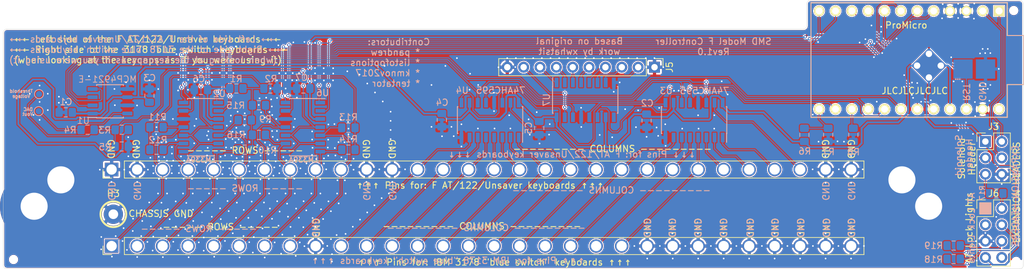
<source format=kicad_pcb>
(kicad_pcb (version 20171130) (host pcbnew 5.1.6+dfsg1-1~bpo10+1)
  (title_block (title "TH-XWhatsIt Controller pcb and optional plugboards") (date 2020-01-31) (rev 0.0.3) (company "Rainy Day Plans") (comment 1 "if plugboards are not needed, delete them ") (comment 4 "Licenced under CERN OHL Version 1.2"))
  (layers (0 F.Cu jumper) (31 B.Cu signal) (34 B.Paste user hide) (35 F.Paste user hide) (36 B.SilkS user) (37 F.SilkS user) (38 B.Mask user) (39 F.Mask user) (44 Edge.Cuts user))
  (net 0 "")
  (net 1 COL1)
  (net 2 COL2)
  (net 3 COL3)
  (net 4 COL4)
  (net 5 COL5)
  (net 6 COL6)
  (net 7 COL7)
  (net 8 COL8)
  (net 9 COL9)
  (net 10 COL10)
  (net 11 COL11)
  (net 12 COL12)
  (net 13 COL13)
  (net 14 COL14)
  (net 15 COL15)
  (net 16 COL16)
  (net 17 SENSE1)
  (net 18 SENSE2)
  (net 19 SENSE3)
  (net 20 SENSE4)
  (net 21 SETPOINT)
  (net 22 "Net-(R4-Pad2)")
  (net 23 ROW4)
  (net 24 ROW3)
  (net 25 ROW2)
  (net 26 ROW1)
  (net 27 LOADCOL)
  (net 28 CLOCK)
  (net 29 SERIALOUT1)
  (net 30 MOSI)
  (net 31 ~SELECTDAC)
  (net 32 +5VA)
  (net 33 BIAS)
  (net 34 RST)
  (net 35 +5VD)
  (net 36 "Net-(U5-Pad24)")
  (net 37 "Net-(R8-Pad1)")
  (net 38 GND)
  (net 39 SENSE8)
  (net 40 SENSE6)
  (net 41 SENSE7)
  (net 42 SENSE5)
  (net 43 +5VL)
  (net 44 VCC)
  (net 45 ROW6)
  (net 46 ROW8)
  (net 47 ROW7)
  (net 48 ROW5)
  (net 49 HEADER2_CAPSLCK)
  (net 50 HEADER4_TRIGGER)
  (net 51 HEADER1_NUMLCK)
  (net 52 HEADER3_ENABLE)
  (net 53 HEADER5_SCRLCK)
  (net 54 "Net-(J6-Pad8)")
  (net 55 "Net-(J6-Pad3)")
  (net 56 "Net-(J6-Pad2)")
  (net 57 "Net-(J6-Pad4)")
  (net 58 "Net-(J6-Pad6)")
  (net 59 COL17)
  (net 60 COL18)
  (net 61 COL19)
  (net 62 COL20)
  (net 63 COL21)
  (net 64 COL22)
  (net 65 COL23)
  (net 66 COL24)
  (net 67 SERIALOUT2)
  (net 68 "Net-(U7-Pad9)")
  (module Package_SO:SOIC-16_3.9x9.9mm_P1.27mm (layer B.Cu) (at 167.27 68.26 270)
    (fp_text reference U7 (at 0 6 90) (layer B.SilkS) (effects (justify mirror)))
    (fp_text value 74AHC595)
    (pad 16 smd rect (at 2.7 4.445 270) (size 1.5 0.6) (layers B.Cu B.Paste B.Mask) (net 35 +5VD))
    (pad 15 smd rect (at 2.7 3.175 270) (size 1.5 0.6) (layers B.Cu B.Paste B.Mask) (net 59 COL17))
    (pad 14 smd rect (at 2.7 1.905 270) (size 1.5 0.6) (layers B.Cu B.Paste B.Mask) (net 67 SERIALOUT2))
    (pad 13 smd rect (at 2.7 0.635 270) (size 1.5 0.6) (layers B.Cu B.Paste B.Mask) (net 38 GND))
    (pad 12 smd rect (at 2.7 -0.635 270) (size 1.5 0.6) (layers B.Cu B.Paste B.Mask) (net 27 LOADCOL))
    (pad 11 smd rect (at 2.7 -1.905 270) (size 1.5 0.6) (layers B.Cu B.Paste B.Mask) (net 28 CLOCK))
    (pad 10 smd rect (at 2.7 -3.175 270) (size 1.5 0.6) (layers B.Cu B.Paste B.Mask) (net 35 +5VD))
    (pad 9 smd rect (at 2.7 -4.445 270) (size 1.5 0.6) (layers B.Cu B.Paste B.Mask) (net 68 "Net-(U7-Pad9)"))
    (pad 8 smd rect (at -2.7 -4.445 270) (size 1.5 0.6) (layers B.Cu B.Paste B.Mask) (net 38 GND))
    (pad 7 smd rect (at -2.7 -3.175 270) (size 1.5 0.6) (layers B.Cu B.Paste B.Mask) (net 66 COL24))
    (pad 6 smd rect (at -2.7 -1.905 270) (size 1.5 0.6) (layers B.Cu B.Paste B.Mask) (net 65 COL23))
    (pad 5 smd rect (at -2.7 -0.635 270) (size 1.5 0.6) (layers B.Cu B.Paste B.Mask) (net 64 COL22))
    (pad 4 smd rect (at -2.7 0.635 270) (size 1.5 0.6) (layers B.Cu B.Paste B.Mask) (net 63 COL21))
    (pad 3 smd rect (at -2.7 1.905 270) (size 1.5 0.6) (layers B.Cu B.Paste B.Mask) (net 62 COL20))
    (pad 2 smd rect (at -2.7 3.175 270) (size 1.5 0.6) (layers B.Cu B.Paste B.Mask) (net 61 COL19))
    (pad 1 smd rect (at -2.7 4.445 270) (size 1.5 0.6) (layers B.Cu B.Paste B.Mask) (net 60 COL18))
  )
  (module Connector_PinHeader_2.54mm:PinHeader_1x10_P2.54mm_Vertical (layer F.Cu) (at 178.03 63.19 270)
    (fp_text reference J5 (at 0 -2.33 90) (layer F.SilkS))
    (fp_text value Conn_01x10)
    (pad 10 thru_hole oval (at 0 22.86 270) (size 1.7 1.7) (drill 1) (layers *.Cu *.Mask) (net 38 GND))
    (pad 9 thru_hole oval (at 0 20.32 270) (size 1.7 1.7) (drill 1) (layers *.Cu *.Mask) (net 59 COL17))
    (pad 8 thru_hole oval (at 0 17.78 270) (size 1.7 1.7) (drill 1) (layers *.Cu *.Mask) (net 60 COL18))
    (pad 7 thru_hole oval (at 0 15.24 270) (size 1.7 1.7) (drill 1) (layers *.Cu *.Mask) (net 61 COL19))
    (pad 6 thru_hole oval (at 0 12.7 270) (size 1.7 1.7) (drill 1) (layers *.Cu *.Mask) (net 62 COL20))
    (pad 5 thru_hole oval (at 0 10.16 270) (size 1.7 1.7) (drill 1) (layers *.Cu *.Mask) (net 63 COL21))
    (pad 4 thru_hole oval (at 0 7.62 270) (size 1.7 1.7) (drill 1) (layers *.Cu *.Mask) (net 64 COL22))
    (pad 3 thru_hole oval (at 0 5.08 270) (size 1.7 1.7) (drill 1) (layers *.Cu *.Mask) (net 65 COL23))
    (pad 2 thru_hole oval (at 0 2.54 270) (size 1.7 1.7) (drill 1) (layers *.Cu *.Mask) (net 66 COL24))
    (pad 1 thru_hole rect (at 0 0 270) (size 1.7 1.7) (drill 1) (layers *.Cu *.Mask) (net 38 GND))
  )
  (module Capacitor_SMD:C_0805_2012Metric_Pad1.15x1.40mm_HandSolder (layer B.Cu) (at 160.13 72.64 270)
    (fp_text reference C5 (at 0 1.65 90) (layer B.SilkS) (effects (justify mirror)))
    (fp_text value 0U1)
    (pad 2 smd roundrect (at 1.025 0 270) (size 1.15 1.4) (layers B.Cu B.Paste B.Mask) (roundrect_rratio 0.217391) (net 38 GND))
    (pad 1 smd roundrect (at -1.025 0 270) (size 1.15 1.4) (layers B.Cu B.Paste B.Mask) (roundrect_rratio 0.217391) (net 35 +5VD))
  )
  (module TH-XWhatsIt:tooling_hole (layer F.Cu) (at 78.5 93.05)
    (fp_text reference H6 hide)
    (fp_text value SMTAssemblyToolingHole hide)
    (pad "" np_thru_hole circle (at 0 0) (size 1.152 1.152) (drill 1.152) (layers *.Cu *.Mask))
  )
  (module TH-XWhatsIt:tooling_hole (layer F.Cu) (at 234.19 93.34)
    (fp_text reference H5 hide)
    (fp_text value SMTAssemblyToolingHole hide)
    (pad "" np_thru_hole circle (at 0 0) (size 1.152 1.152) (drill 1.152) (layers *.Cu *.Mask))
  )
  (module TH-XWhatsIt:tooling_hole (layer F.Cu) (at 233.81 54.39)
    (fp_text reference H4 hide)
    (fp_text value SMTAssemblyToolingHole hide)
    (pad "" np_thru_hole circle (at 0 0) (size 1.152 1.152) (drill 1.152) (layers *.Cu *.Mask))
  )
  (module Resistor_SMD:R_0805_2012Metric_Pad1.15x1.40mm_HandSolder (layer B.Cu) (at 224.48 90.89 180)
    (fp_text reference R19 (at 3.11 -0.01) (layer B.SilkS) (effects (justify mirror)))
    (fp_text value 330)
    (pad 2 smd roundrect (at 1.025 0 180) (size 1.15 1.4) (layers B.Cu B.Paste B.Mask) (roundrect_rratio 0.217391) (net 53 HEADER5_SCRLCK))
    (pad 1 smd roundrect (at -1.025 0 180) (size 1.15 1.4) (layers B.Cu B.Paste B.Mask) (roundrect_rratio 0.217391) (net 58 "Net-(J6-Pad6)"))
  )
  (module Resistor_SMD:R_0805_2012Metric_Pad1.15x1.40mm_HandSolder (layer B.Cu) (at 224.48 92.98 180)
    (fp_text reference R18 (at 3.12 -0.06) (layer B.SilkS) (effects (justify mirror)))
    (fp_text value 330)
    (pad 2 smd roundrect (at 1.025 0 180) (size 1.15 1.4) (layers B.Cu B.Paste B.Mask) (roundrect_rratio 0.217391) (net 51 HEADER1_NUMLCK))
    (pad 1 smd roundrect (at -1.025 0 180) (size 1.15 1.4) (layers B.Cu B.Paste B.Mask) (roundrect_rratio 0.217391) (net 57 "Net-(J6-Pad4)"))
  )
  (module Resistor_SMD:R_0805_2012Metric_Pad1.15x1.40mm_HandSolder (layer B.Cu) (at 231.11 82.78 180)
    (fp_text reference R17 (at 2.18 0.06 90) (layer B.SilkS) (effects (font (size 0.8 0.8)) (justify mirror)))
    (fp_text value 330)
    (pad 2 smd roundrect (at 1.025 0 180) (size 1.15 1.4) (layers B.Cu B.Paste B.Mask) (roundrect_rratio 0.217391) (net 49 HEADER2_CAPSLCK))
    (pad 1 smd roundrect (at -1.025 0 180) (size 1.15 1.4) (layers B.Cu B.Paste B.Mask) (roundrect_rratio 0.217391) (net 56 "Net-(J6-Pad2)"))
  )
  (module TH-XWhatsIt:FAT_LockLightsConnector (layer F.Cu) (at 229.41 85.12)
    (fp_text reference J6 (at 1.27 -2.33) (layer F.SilkS))
    (fp_text value "MODEL F AT LOCKLIGHTS HEADER")
    (pad 2 thru_hole oval (at 2.54 0) (size 1.7 1.7) (drill 1) (layers *.Cu *.Mask) (net 56 "Net-(J6-Pad2)"))
    (pad 3 thru_hole oval (at 0 2.54) (size 1.7 1.7) (drill 1) (layers *.Cu *.Mask) (net 55 "Net-(J6-Pad3)"))
    (pad 4 thru_hole oval (at 2.54 2.54) (size 1.7 1.7) (drill 1) (layers *.Cu *.Mask) (net 57 "Net-(J6-Pad4)"))
    (pad 5 thru_hole oval (at 0 5.08) (size 1.7 1.7) (drill 1) (layers *.Cu *.Mask) (net 38 GND))
    (pad 6 thru_hole oval (at 2.54 5.08) (size 1.7 1.7) (drill 1) (layers *.Cu *.Mask) (net 58 "Net-(J6-Pad6)"))
    (pad 7 thru_hole oval (at 0 7.62) (size 1.7 1.7) (drill 1) (layers *.Cu *.Mask) (net 43 +5VL))
    (pad 8 thru_hole oval (at 2.54 7.62) (size 1.7 1.7) (drill 1) (layers *.Cu *.Mask) (net 54 "Net-(J6-Pad8)"))
  )
  (module TH-XWhatsIt:ChassisGnd (layer F.Cu) (at 94 86.02)
    (fp_text reference H3 (at 0 -3.2) (layer F.SilkS))
    (fp_text value MountingHole_Pad)
    (fp_text user "CHASSIS GND" (at 7.4 -0.1) (layer F.SilkS))
    (pad 1 thru_hole circle (at 0 0) (size 3 3) (drill 1.5) (layers *.Cu *.Mask) (net 38 GND))
  )
  (module TH-XWhatsIt:Model_F_3.96mm_pitch_footprint (layer F.Cu) (at 93.73 90.96 90)
    (fp_text reference J4 hide)
    (fp_text value "3178 Ribbon Cable")
    (pad 30 thru_hole oval (at 0 114.84 90) (size 2.1 2.1) (drill 1.6) (layers *.Cu *.Mask) (net 38 GND))
    (pad 29 thru_hole oval (at 0 110.88 90) (size 2.1 2.1) (drill 1.6) (layers *.Cu *.Mask) (net 38 GND))
    (pad 28 thru_hole oval (at 0 106.92 90) (size 2.1 2.1) (drill 1.6) (layers *.Cu *.Mask) (net 38 GND))
    (pad 27 thru_hole oval (at 0 102.96 90) (size 2.1 2.1) (drill 1.6) (layers *.Cu *.Mask) (net 38 GND))
    (pad 26 thru_hole oval (at 0 99 90) (size 2.1 2.1) (drill 1.6) (layers *.Cu *.Mask) (net 38 GND))
    (pad 25 thru_hole oval (at 0 95.04 90) (size 2.1 2.1) (drill 1.6) (layers *.Cu *.Mask) (net 38 GND))
    (pad 24 thru_hole oval (at 0 91.08 90) (size 2.1 2.1) (drill 1.6) (layers *.Cu *.Mask) (net 38 GND))
    (pad 23 thru_hole oval (at 0 87.12 90) (size 2.1 2.1) (drill 1.6) (layers *.Cu *.Mask) (net 38 GND))
    (pad 22 thru_hole oval (at 0 83.16 90) (size 2.1 2.1) (drill 1.6) (layers *.Cu *.Mask) (net 38 GND))
    (pad 21 thru_hole oval (at 0 79.2 90) (size 2.1 2.1) (drill 1.6) (layers *.Cu *.Mask) (net 5 COL5))
    (pad 20 thru_hole oval (at 0 75.24 90) (size 2.1 2.1) (drill 1.6) (layers *.Cu *.Mask) (net 6 COL6))
    (pad 19 thru_hole oval (at 0 71.28 90) (size 2.1 2.1) (drill 1.6) (layers *.Cu *.Mask) (net 7 COL7))
    (pad 18 thru_hole oval (at 0 67.32 90) (size 2.1 2.1) (drill 1.6) (layers *.Cu *.Mask) (net 8 COL8))
    (pad 17 thru_hole oval (at 0 63.36 90) (size 2.1 2.1) (drill 1.6) (layers *.Cu *.Mask) (net 9 COL9))
    (pad 16 thru_hole oval (at 0 59.4 90) (size 2.1 2.1) (drill 1.6) (layers *.Cu *.Mask) (net 10 COL10))
    (pad 15 thru_hole oval (at 0 55.44 90) (size 2.1 2.1) (drill 1.6) (layers *.Cu *.Mask) (net 11 COL11))
    (pad 14 thru_hole oval (at 0 51.48 90) (size 2.1 2.1) (drill 1.6) (layers *.Cu *.Mask) (net 12 COL12))
    (pad 13 thru_hole oval (at 0 47.52 90) (size 2.1 2.1) (drill 1.6) (layers *.Cu *.Mask) (net 13 COL13))
    (pad 12 thru_hole oval (at 0 43.56 90) (size 2.1 2.1) (drill 1.6) (layers *.Cu *.Mask) (net 14 COL14))
    (pad 11 thru_hole oval (at 0 39.6 90) (size 2.1 2.1) (drill 1.6) (layers *.Cu *.Mask) (net 15 COL15))
    (pad 10 thru_hole oval (at 0 35.64 90) (size 2.1 2.1) (drill 1.6) (layers *.Cu *.Mask) (net 16 COL16))
    (pad 9 thru_hole oval (at 0 31.68 90) (size 2.1 2.1) (drill 1.6) (layers *.Cu *.Mask) (net 38 GND))
    (pad 8 thru_hole oval (at 0 27.72 90) (size 2.1 2.1) (drill 1.6) (layers *.Cu *.Mask) (net 39 SENSE8))
    (pad 7 thru_hole oval (at 0 23.76 90) (size 2.1 2.1) (drill 1.6) (layers *.Cu *.Mask) (net 40 SENSE6))
    (pad 6 thru_hole oval (at 0 19.8 90) (size 2.1 2.1) (drill 1.6) (layers *.Cu *.Mask) (net 41 SENSE7))
    (pad 5 thru_hole oval (at 0 15.84 90) (size 2.1 2.1) (drill 1.6) (layers *.Cu *.Mask) (net 42 SENSE5))
    (pad 4 thru_hole oval (at 0 11.88 90) (size 2.1 2.1) (drill 1.6) (layers *.Cu *.Mask) (net 20 SENSE4))
    (pad 3 thru_hole oval (at 0 7.92 90) (size 2.1 2.1) (drill 1.6) (layers *.Cu *.Mask) (net 19 SENSE3))
    (pad 2 thru_hole oval (at 0 3.96 90) (size 2.1 2.1) (drill 1.6) (layers *.Cu *.Mask) (net 18 SENSE2))
    (pad 1 thru_hole rect (at 0 0 90) (size 2.1 2.1) (drill 1.6) (layers *.Cu *.Mask) (net 17 SENSE1))
  )
  (module TH-XWhatsIt:ModelF_new_mounting_hole_right (layer F.Cu) (at 216.45 80.68)
    (fp_text reference H2 hide)
    (fp_text value MountingHole_Pad)
    (pad 1 smd rect (at 1.5 1.785) (size 13.2 19.16) (layers F.Cu F.Mask) (net 38 GND))
    (pad 1 thru_hole circle (at 4.15 4.1) (size 10.6 10.6) (drill 4.2) (layers *.Cu *.Mask) (net 38 GND))
    (pad 1 thru_hole circle (at 0 0) (size 10.6 10.6) (drill 4.2) (layers *.Cu *.Mask) (net 38 GND))
  )
  (module TH-XWhatsIt:ModelF_new_mounting_hole_left (layer F.Cu) (at 85.85 80.68)
    (fp_text reference H1 hide)
    (fp_text value MountingHole_Pad hide)
    (pad 1 smd rect (at -1.5 1.785) (size 13.2 19.16) (layers F.Cu F.Mask) (net 38 GND))
    (pad 1 thru_hole circle (at -4.15 4.1) (size 10.6 10.6) (drill 4.2) (layers *.Cu *.Mask) (net 38 GND))
    (pad 1 thru_hole circle (at 0 0) (size 10.6 10.6) (drill 4.2) (layers *.Cu *.Mask) (net 38 GND))
  )
  (module Package_SO:SOIC-14_3.9x8.7mm_P1.27mm (layer B.Cu) (at 123.43 72.5 180)
    (fp_text reference U6 (at -3.07 5.33) (layer B.SilkS) (effects (justify mirror)))
    (fp_text value LM339A (at -0.09 -5.07) (layer B.SilkS) (effects (font (size 0.8 0.8)) (justify mirror)))
    (pad 14 smd rect (at 2.7 3.81 180) (size 1.5 0.6) (layers B.Cu B.Paste B.Mask) (net 47 ROW7))
    (pad 13 smd rect (at 2.7 2.54 180) (size 1.5 0.6) (layers B.Cu B.Paste B.Mask) (net 48 ROW5))
    (pad 12 smd rect (at 2.7 1.27 180) (size 1.5 0.6) (layers B.Cu B.Paste B.Mask) (net 38 GND))
    (pad 11 smd rect (at 2.7 0 180) (size 1.5 0.6) (layers B.Cu B.Paste B.Mask) (net 42 SENSE5))
    (pad 10 smd rect (at 2.7 -1.27 180) (size 1.5 0.6) (layers B.Cu B.Paste B.Mask) (net 21 SETPOINT))
    (pad 9 smd rect (at 2.7 -2.54 180) (size 1.5 0.6) (layers B.Cu B.Paste B.Mask) (net 41 SENSE7))
    (pad 8 smd rect (at 2.7 -3.81 180) (size 1.5 0.6) (layers B.Cu B.Paste B.Mask) (net 21 SETPOINT))
    (pad 7 smd rect (at -2.7 -3.81 180) (size 1.5 0.6) (layers B.Cu B.Paste B.Mask) (net 40 SENSE6))
    (pad 6 smd rect (at -2.7 -2.54 180) (size 1.5 0.6) (layers B.Cu B.Paste B.Mask) (net 21 SETPOINT))
    (pad 5 smd rect (at -2.7 -1.27 180) (size 1.5 0.6) (layers B.Cu B.Paste B.Mask) (net 39 SENSE8))
    (pad 4 smd rect (at -2.7 0 180) (size 1.5 0.6) (layers B.Cu B.Paste B.Mask) (net 21 SETPOINT))
    (pad 3 smd rect (at -2.7 1.27 180) (size 1.5 0.6) (layers B.Cu B.Paste B.Mask) (net 32 +5VA))
    (pad 2 smd rect (at -2.7 2.54 180) (size 1.5 0.6) (layers B.Cu B.Paste B.Mask) (net 46 ROW8))
    (pad 1 smd rect (at -2.7 3.81 180) (size 1.5 0.6) (layers B.Cu B.Paste B.Mask) (net 45 ROW6))
  )
  (module Resistor_SMD:R_0805_2012Metric_Pad1.15x1.40mm_HandSolder (layer B.Cu) (at 116.6 73.7)
    (fp_text reference R16 (at -3.54 -0.01) (layer B.SilkS) (effects (justify mirror)))
    (fp_text value "100k 1%")
    (pad 2 smd roundrect (at 1.025 0) (size 1.15 1.4) (layers B.Cu B.Paste B.Mask) (roundrect_rratio 0.217391) (net 41 SENSE7))
    (pad 1 smd roundrect (at -1.025 0) (size 1.15 1.4) (layers B.Cu B.Paste B.Mask) (roundrect_rratio 0.217391) (net 33 BIAS))
  )
  (module Resistor_SMD:R_0805_2012Metric_Pad1.15x1.40mm_HandSolder (layer B.Cu) (at 116.6 69.1)
    (fp_text reference R15 (at -3.61 0.03) (layer B.SilkS) (effects (justify mirror)))
    (fp_text value "100k 1%")
    (pad 2 smd roundrect (at 1.025 0) (size 1.15 1.4) (layers B.Cu B.Paste B.Mask) (roundrect_rratio 0.217391) (net 42 SENSE5))
    (pad 1 smd roundrect (at -1.025 0) (size 1.15 1.4) (layers B.Cu B.Paste B.Mask) (roundrect_rratio 0.217391) (net 33 BIAS))
  )
  (module Resistor_SMD:R_0805_2012Metric_Pad1.15x1.40mm_HandSolder (layer B.Cu) (at 130.5 76 180)
    (fp_text reference R14 (at 0 1.65) (layer B.SilkS) (effects (justify mirror)))
    (fp_text value "100k 1%")
    (pad 2 smd roundrect (at 1.025 0 180) (size 1.15 1.4) (layers B.Cu B.Paste B.Mask) (roundrect_rratio 0.217391) (net 40 SENSE6))
    (pad 1 smd roundrect (at -1.025 0 180) (size 1.15 1.4) (layers B.Cu B.Paste B.Mask) (roundrect_rratio 0.217391) (net 33 BIAS))
  )
  (module Resistor_SMD:R_0805_2012Metric_Pad1.15x1.40mm_HandSolder (layer B.Cu) (at 130.5 72.6 180)
    (fp_text reference R13 (at 0 1.65) (layer B.SilkS) (effects (justify mirror)))
    (fp_text value "100k 1%")
    (pad 2 smd roundrect (at 1.025 0 180) (size 1.15 1.4) (layers B.Cu B.Paste B.Mask) (roundrect_rratio 0.217391) (net 39 SENSE8))
    (pad 1 smd roundrect (at -1.025 0 180) (size 1.15 1.4) (layers B.Cu B.Paste B.Mask) (roundrect_rratio 0.217391) (net 33 BIAS))
  )
  (module NetTie:NetTie-4_THT_Pad1.0mm (layer F.Cu) (at 222.48 62.95 225)
    (fp_text reference NT1 hide)
    (fp_text value Net-Tie_4_Cross)
    (fp_poly (pts (xy -0.65 -0.65) (xy 3.25 -0.65) (xy 3.25 3.25) (xy -0.65 3.25)) (layer B.Cu) (width 0))
    (fp_poly (pts (xy -0.65 -0.65) (xy 3.25 -0.65) (xy 3.25 3.25) (xy -0.65 3.25)) (layer F.Cu) (width 0))
    (pad 4 thru_hole circle (at 2.6 2.6 225) (size 1.3 1.3) (drill 1) (layers *.Cu) (net 35 +5VD))
    (pad 3 thru_hole circle (at 0 2.6 225) (size 1.3 1.3) (drill 1) (layers *.Cu) (net 32 +5VA))
    (pad 2 thru_hole circle (at 2.6 0 225) (size 1.3 1.3) (drill 1) (layers *.Cu) (net 43 +5VL))
    (pad 1 thru_hole circle (at 0 0 225) (size 1.3 1.3) (drill 1) (layers *.Cu) (net 44 VCC))
  )
  (module TH-XWhatsIt:Model_F_3.96mm_pitch_footprint (layer F.Cu) (at 93.73 79.08 90)
    (fp_text reference J1 hide)
    (fp_text value "Model F Ribbon Cable" hide)
    (pad 30 thru_hole oval (at 0 114.84 90) (size 2.1 2.1) (drill 1.6) (layers *.Cu *.Mask) (net 38 GND))
    (pad 29 thru_hole oval (at 0 110.88 90) (size 2.1 2.1) (drill 1.6) (layers *.Cu *.Mask) (net 38 GND))
    (pad 28 thru_hole oval (at 0 106.92 90) (size 2.1 2.1) (drill 1.6) (layers *.Cu *.Mask) (net 1 COL1))
    (pad 27 thru_hole oval (at 0 102.96 90) (size 2.1 2.1) (drill 1.6) (layers *.Cu *.Mask) (net 2 COL2))
    (pad 26 thru_hole oval (at 0 99 90) (size 2.1 2.1) (drill 1.6) (layers *.Cu *.Mask) (net 3 COL3))
    (pad 25 thru_hole oval (at 0 95.04 90) (size 2.1 2.1) (drill 1.6) (layers *.Cu *.Mask) (net 4 COL4))
    (pad 24 thru_hole oval (at 0 91.08 90) (size 2.1 2.1) (drill 1.6) (layers *.Cu *.Mask) (net 5 COL5))
    (pad 23 thru_hole oval (at 0 87.12 90) (size 2.1 2.1) (drill 1.6) (layers *.Cu *.Mask) (net 6 COL6))
    (pad 22 thru_hole oval (at 0 83.16 90) (size 2.1 2.1) (drill 1.6) (layers *.Cu *.Mask) (net 7 COL7))
    (pad 21 thru_hole oval (at 0 79.2 90) (size 2.1 2.1) (drill 1.6) (layers *.Cu *.Mask) (net 8 COL8))
    (pad 20 thru_hole oval (at 0 75.24 90) (size 2.1 2.1) (drill 1.6) (layers *.Cu *.Mask) (net 9 COL9))
    (pad 19 thru_hole oval (at 0 71.28 90) (size 2.1 2.1) (drill 1.6) (layers *.Cu *.Mask) (net 10 COL10))
    (pad 18 thru_hole oval (at 0 67.32 90) (size 2.1 2.1) (drill 1.6) (layers *.Cu *.Mask) (net 11 COL11))
    (pad 17 thru_hole oval (at 0 63.36 90) (size 2.1 2.1) (drill 1.6) (layers *.Cu *.Mask) (net 12 COL12))
    (pad 16 thru_hole oval (at 0 59.4 90) (size 2.1 2.1) (drill 1.6) (layers *.Cu *.Mask) (net 13 COL13))
    (pad 15 thru_hole oval (at 0 55.44 90) (size 2.1 2.1) (drill 1.6) (layers *.Cu *.Mask) (net 14 COL14))
    (pad 14 thru_hole oval (at 0 51.48 90) (size 2.1 2.1) (drill 1.6) (layers *.Cu *.Mask) (net 15 COL15))
    (pad 13 thru_hole oval (at 0 47.52 90) (size 2.1 2.1) (drill 1.6) (layers *.Cu *.Mask) (net 16 COL16))
    (pad 12 thru_hole oval (at 0 43.56 90) (size 2.1 2.1) (drill 1.6) (layers *.Cu *.Mask) (net 38 GND))
    (pad 11 thru_hole oval (at 0 39.6 90) (size 2.1 2.1) (drill 1.6) (layers *.Cu *.Mask) (net 38 GND))
    (pad 10 thru_hole oval (at 0 35.64 90) (size 2.1 2.1) (drill 1.6) (layers *.Cu *.Mask) (net 39 SENSE8))
    (pad 9 thru_hole oval (at 0 31.68 90) (size 2.1 2.1) (drill 1.6) (layers *.Cu *.Mask) (net 40 SENSE6))
    (pad 8 thru_hole oval (at 0 27.72 90) (size 2.1 2.1) (drill 1.6) (layers *.Cu *.Mask) (net 41 SENSE7))
    (pad 7 thru_hole oval (at 0 23.76 90) (size 2.1 2.1) (drill 1.6) (layers *.Cu *.Mask) (net 42 SENSE5))
    (pad 6 thru_hole oval (at 0 19.8 90) (size 2.1 2.1) (drill 1.6) (layers *.Cu *.Mask) (net 20 SENSE4))
    (pad 5 thru_hole oval (at 0 15.84 90) (size 2.1 2.1) (drill 1.6) (layers *.Cu *.Mask) (net 19 SENSE3))
    (pad 4 thru_hole oval (at 0 11.88 90) (size 2.1 2.1) (drill 1.6) (layers *.Cu *.Mask) (net 18 SENSE2))
    (pad 3 thru_hole oval (at 0 7.92 90) (size 2.1 2.1) (drill 1.6) (layers *.Cu *.Mask) (net 17 SENSE1))
    (pad 2 thru_hole oval (at 0 3.96 90) (size 2.1 2.1) (drill 1.6) (layers *.Cu *.Mask) (net 38 GND))
    (pad 1 thru_hole rect (at 0 0 90) (size 2.1 2.1) (drill 1.6) (layers *.Cu *.Mask) (net 38 GND))
  )
  (module Capacitor_SMD:C_0805_2012Metric_Pad1.15x1.40mm_HandSolder (layer B.Cu) (at 123.5 66.5)
    (fp_text reference C7 (at -0.27 -1.7) (layer B.SilkS) (effects (justify mirror)))
    (fp_text value 0U1)
    (pad 2 smd roundrect (at 1.025 0) (size 1.15 1.4) (layers B.Cu B.Paste B.Mask) (roundrect_rratio 0.217391) (net 32 +5VA))
    (pad 1 smd roundrect (at -1.025 0) (size 1.15 1.4) (layers B.Cu B.Paste B.Mask) (roundrect_rratio 0.217391) (net 38 GND))
  )
  (module Resistor_SMD:R_0805_2012Metric_Pad1.15x1.40mm_HandSolder (layer B.Cu) (at 114.4 71.4 180)
    (fp_text reference R9 (at -3.21 0.15) (layer B.SilkS) (effects (justify mirror)))
    (fp_text value "100k 1%")
    (pad 2 smd roundrect (at 1.025 0 180) (size 1.15 1.4) (layers B.Cu B.Paste B.Mask) (roundrect_rratio 0.217391) (net 20 SENSE4))
    (pad 1 smd roundrect (at -1.025 0 180) (size 1.15 1.4) (layers B.Cu B.Paste B.Mask) (roundrect_rratio 0.217391) (net 33 BIAS))
  )
  (module Resistor_SMD:R_0805_2012Metric_Pad1.15x1.40mm_HandSolder (layer B.Cu) (at 100.7 76)
    (fp_text reference R12 (at 0.23 -1.51) (layer B.SilkS) (effects (justify mirror)))
    (fp_text value "100k 1%")
    (pad 2 smd roundrect (at 1.025 0) (size 1.15 1.4) (layers B.Cu B.Paste B.Mask) (roundrect_rratio 0.217391) (net 18 SENSE2))
    (pad 1 smd roundrect (at -1.025 0) (size 1.15 1.4) (layers B.Cu B.Paste B.Mask) (roundrect_rratio 0.217391) (net 33 BIAS))
  )
  (module Resistor_SMD:R_0805_2012Metric_Pad1.15x1.40mm_HandSolder (layer B.Cu) (at 100.7 72.5)
    (fp_text reference R11 (at 0.14 -1.57) (layer B.SilkS) (effects (justify mirror)))
    (fp_text value "100k 1%")
    (pad 2 smd roundrect (at 1.025 0) (size 1.15 1.4) (layers B.Cu B.Paste B.Mask) (roundrect_rratio 0.217391) (net 17 SENSE1))
    (pad 1 smd roundrect (at -1.025 0) (size 1.15 1.4) (layers B.Cu B.Paste B.Mask) (roundrect_rratio 0.217391) (net 33 BIAS))
  )
  (module Resistor_SMD:R_0805_2012Metric_Pad1.15x1.40mm_HandSolder (layer B.Cu) (at 114.4 76 180)
    (fp_text reference R10 (at -3.54 -0.09) (layer B.SilkS) (effects (justify mirror)))
    (fp_text value "100k 1%")
    (pad 2 smd roundrect (at 1.025 0 180) (size 1.15 1.4) (layers B.Cu B.Paste B.Mask) (roundrect_rratio 0.217391) (net 19 SENSE3))
    (pad 1 smd roundrect (at -1.025 0 180) (size 1.15 1.4) (layers B.Cu B.Paste B.Mask) (roundrect_rratio 0.217391) (net 33 BIAS))
  )
  (module TH-XWhatsIt:PadsToShort (layer B.Cu) (at 227.68 66.35)
    (fp_text reference J2 hide)
    (fp_text value PadsToShort)
    (pad 2 smd rect (at 1.75 -2.88) (size 3 3) (layers B.Cu B.Paste B.Mask) (net 38 GND))
    (pad 1 smd rect (at -1.75 -2.88) (size 3 3) (layers B.Cu B.Paste B.Mask) (net 34 RST))
  )
  (module Package_SO:SOIC-14_3.9x8.7mm_P1.27mm (layer B.Cu) (at 107.59 72.5 180)
    (fp_text reference U2 (at -2.86 5.2) (layer B.SilkS) (effects (justify mirror)))
    (fp_text value LM339A (at 0.01 -5.07) (layer B.SilkS) (effects (font (size 0.8 0.8)) (justify mirror)))
    (pad 14 smd rect (at 2.7 3.81 180) (size 1.5 0.6) (layers B.Cu B.Paste B.Mask) (net 25 ROW2))
    (pad 13 smd rect (at 2.7 2.54 180) (size 1.5 0.6) (layers B.Cu B.Paste B.Mask) (net 26 ROW1))
    (pad 12 smd rect (at 2.7 1.27 180) (size 1.5 0.6) (layers B.Cu B.Paste B.Mask) (net 38 GND))
    (pad 11 smd rect (at 2.7 0 180) (size 1.5 0.6) (layers B.Cu B.Paste B.Mask) (net 17 SENSE1))
    (pad 10 smd rect (at 2.7 -1.27 180) (size 1.5 0.6) (layers B.Cu B.Paste B.Mask) (net 21 SETPOINT))
    (pad 9 smd rect (at 2.7 -2.54 180) (size 1.5 0.6) (layers B.Cu B.Paste B.Mask) (net 18 SENSE2))
    (pad 8 smd rect (at 2.7 -3.81 180) (size 1.5 0.6) (layers B.Cu B.Paste B.Mask) (net 21 SETPOINT))
    (pad 7 smd rect (at -2.7 -3.81 180) (size 1.5 0.6) (layers B.Cu B.Paste B.Mask) (net 19 SENSE3))
    (pad 6 smd rect (at -2.7 -2.54 180) (size 1.5 0.6) (layers B.Cu B.Paste B.Mask) (net 21 SETPOINT))
    (pad 5 smd rect (at -2.7 -1.27 180) (size 1.5 0.6) (layers B.Cu B.Paste B.Mask) (net 20 SENSE4))
    (pad 4 smd rect (at -2.7 0 180) (size 1.5 0.6) (layers B.Cu B.Paste B.Mask) (net 21 SETPOINT))
    (pad 3 smd rect (at -2.7 1.27 180) (size 1.5 0.6) (layers B.Cu B.Paste B.Mask) (net 32 +5VA))
    (pad 2 smd rect (at -2.7 2.54 180) (size 1.5 0.6) (layers B.Cu B.Paste B.Mask) (net 23 ROW4))
    (pad 1 smd rect (at -2.7 3.81 180) (size 1.5 0.6) (layers B.Cu B.Paste B.Mask) (net 24 ROW3))
  )
  (module Capacitor_SMD:C_0805_2012Metric_Pad1.15x1.40mm_HandSolder (layer B.Cu) (at 99.6 67.6 270)
    (fp_text reference C3 (at -2.74 -0.03) (layer B.SilkS) (effects (justify mirror)))
    (fp_text value 0U1)
    (pad 2 smd roundrect (at 1.025 0 270) (size 1.15 1.4) (layers B.Cu B.Paste B.Mask) (roundrect_rratio 0.217391) (net 32 +5VA))
    (pad 1 smd roundrect (at -1.025 0 270) (size 1.15 1.4) (layers B.Cu B.Paste B.Mask) (roundrect_rratio 0.217391) (net 38 GND))
  )
  (module TestPoint:TestPoint_Pad_D1.0mm (layer B.Cu) (at 82.46 67.365)
    (fp_text reference TP2 hide)
    (fp_text value "Threshold Voltage")
    (pad 1 smd circle (at 0 0) (size 1 1) (layers B.Cu B.Mask) (net 21 SETPOINT))
  )
  (module TestPoint:TestPoint_Pad_D1.0mm (layer B.Cu) (at 82.41 70.015)
    (fp_text reference TP1 hide)
    (fp_text value "Dac Output")
    (pad 1 smd circle (at 0 0) (size 1 1) (layers B.Cu B.Mask) (net 22 "Net-(R4-Pad2)"))
  )
  (module Connector_PinHeader_2.54mm:PinHeader_2x03_P2.54mm_Vertical (layer F.Cu) (at 229.41 74.73)
    (fp_text reference J3 (at 1.27 -2.33) (layer F.SilkS))
    (fp_text value "EXPANSION HEADER" hide)
    (pad 6 thru_hole oval (at 2.54 5.08) (size 1.7 1.7) (drill 1) (layers *.Cu *.Mask) (net 38 GND))
    (pad 5 thru_hole oval (at 0 5.08) (size 1.7 1.7) (drill 1) (layers *.Cu *.Mask) (net 49 HEADER2_CAPSLCK))
    (pad 4 thru_hole oval (at 2.54 2.54) (size 1.7 1.7) (drill 1) (layers *.Cu *.Mask) (net 50 HEADER4_TRIGGER))
    (pad 3 thru_hole oval (at 0 2.54) (size 1.7 1.7) (drill 1) (layers *.Cu *.Mask) (net 51 HEADER1_NUMLCK))
    (pad 2 thru_hole oval (at 2.54 0) (size 1.7 1.7) (drill 1) (layers *.Cu *.Mask) (net 52 HEADER3_ENABLE))
    (pad 1 thru_hole rect (at 0 0) (size 1.7 1.7) (drill 1) (layers *.Cu *.Mask) (net 43 +5VL))
  )
  (module promicro:ProMicro (layer F.Cu) (at 217.5631 62.07662 180)
    (fp_text reference U5 hide)
    (fp_text value ProMicro (at 0.4431 5.40662) (layer F.SilkS))
    (pad 24 thru_hole circle (at -13.97 -7.62 180) (size 1.6 1.6) (drill 1.1) (layers *.Cu *.Mask F.SilkS) (net 36 "Net-(U5-Pad24)"))
    (pad 23 thru_hole circle (at -11.43 -7.62 180) (size 1.6 1.6) (drill 1.1) (layers *.Cu *.Mask F.SilkS) (net 38 GND))
    (pad 22 thru_hole circle (at -8.89 -7.62 180) (size 1.6 1.6) (drill 1.1) (layers *.Cu *.Mask F.SilkS) (net 34 RST))
    (pad 21 thru_hole circle (at -6.35 -7.62 180) (size 1.6 1.6) (drill 1.1) (layers *.Cu *.Mask F.SilkS) (net 44 VCC))
    (pad 20 thru_hole circle (at -3.81 -7.62 180) (size 1.6 1.6) (drill 1.1) (layers *.Cu *.Mask F.SilkS) (net 47 ROW7))
    (pad 19 thru_hole circle (at -1.27 -7.62 180) (size 1.6 1.6) (drill 1.1) (layers *.Cu *.Mask F.SilkS) (net 46 ROW8))
    (pad 18 thru_hole circle (at 1.27 -7.62 180) (size 1.6 1.6) (drill 1.1) (layers *.Cu *.Mask F.SilkS) (net 31 ~SELECTDAC))
    (pad 17 thru_hole circle (at 3.81 -7.62 180) (size 1.6 1.6) (drill 1.1) (layers *.Cu *.Mask F.SilkS) (net 27 LOADCOL))
    (pad 16 thru_hole circle (at 6.35 -7.62 180) (size 1.6 1.6) (drill 1.1) (layers *.Cu *.Mask F.SilkS) (net 28 CLOCK))
    (pad 15 thru_hole circle (at 8.89 -7.62 180) (size 1.6 1.6) (drill 1.1) (layers *.Cu *.Mask F.SilkS) (net 37 "Net-(R8-Pad1)"))
    (pad 14 thru_hole circle (at 11.43 -7.62 180) (size 1.6 1.6) (drill 1.1) (layers *.Cu *.Mask F.SilkS) (net 30 MOSI))
    (pad 13 thru_hole circle (at 13.97 -7.62 180) (size 1.6 1.6) (drill 1.1) (layers *.Cu *.Mask F.SilkS) (net 53 HEADER5_SCRLCK))
    (pad 12 thru_hole circle (at 13.97 7.62 180) (size 1.6 1.6) (drill 1.1) (layers *.Cu *.Mask F.SilkS) (net 45 ROW6))
    (pad 11 thru_hole circle (at 11.43 7.62 180) (size 1.6 1.6) (drill 1.1) (layers *.Cu *.Mask F.SilkS) (net 48 ROW5))
    (pad 10 thru_hole circle (at 8.89 7.62 180) (size 1.6 1.6) (drill 1.1) (layers *.Cu *.Mask F.SilkS) (net 49 HEADER2_CAPSLCK))
    (pad 9 thru_hole circle (at 6.35 7.62 180) (size 1.6 1.6) (drill 1.1) (layers *.Cu *.Mask F.SilkS) (net 51 HEADER1_NUMLCK))
    (pad 8 thru_hole circle (at 3.81 7.62 180) (size 1.6 1.6) (drill 1.1) (layers *.Cu *.Mask F.SilkS) (net 24 ROW3))
    (pad 7 thru_hole circle (at 1.27 7.62 180) (size 1.6 1.6) (drill 1.1) (layers *.Cu *.Mask F.SilkS) (net 23 ROW4))
    (pad 6 thru_hole circle (at -1.27 7.62 180) (size 1.6 1.6) (drill 1.1) (layers *.Cu *.Mask F.SilkS) (net 26 ROW1))
    (pad 5 thru_hole circle (at -3.81 7.62 180) (size 1.6 1.6) (drill 1.1) (layers *.Cu *.Mask F.SilkS) (net 25 ROW2))
    (pad 4 thru_hole circle (at -6.35 7.62 180) (size 1.6 1.6) (drill 1.1) (layers *.Cu *.Mask F.SilkS) (net 38 GND))
    (pad 3 thru_hole circle (at -8.89 7.62 180) (size 1.6 1.6) (drill 1.1) (layers *.Cu *.Mask F.SilkS) (net 38 GND))
    (pad 2 thru_hole circle (at -11.43 7.62 180) (size 1.6 1.6) (drill 1.1) (layers *.Cu *.Mask F.SilkS) (net 50 HEADER4_TRIGGER))
    (pad 1 thru_hole rect (at -13.97 7.62 180) (size 1.6 1.6) (drill 1.1) (layers *.Cu *.Mask F.SilkS) (net 52 HEADER3_ENABLE))
  )
  (module Resistor_SMD:R_0805_2012Metric_Pad1.15x1.40mm_HandSolder (layer B.Cu) (at 208.9 73.7 270)
    (fp_text reference R8 (at 2.66 -0.03) (layer B.SilkS) (effects (justify mirror)))
    (fp_text value "Not Mounted")
    (pad 2 smd roundrect (at 1.025 0 270) (size 1.15 1.4) (layers B.Cu B.Paste B.Mask) (roundrect_rratio 0.217391) (net 38 GND))
    (pad 1 smd roundrect (at -1.025 0 270) (size 1.15 1.4) (layers B.Cu B.Paste B.Mask) (roundrect_rratio 0.217391) (net 37 "Net-(R8-Pad1)"))
  )
  (module Resistor_SMD:R_0805_2012Metric_Pad1.15x1.40mm_HandSolder (layer B.Cu) (at 201.3 73.7 90)
    (fp_text reference R6 (at -2.54 0.06) (layer B.SilkS) (effects (justify mirror)))
    (fp_text value "Not Mounted")
    (pad 2 smd roundrect (at 1.025 0 90) (size 1.15 1.4) (layers B.Cu B.Paste B.Mask) (roundrect_rratio 0.217391) (net 53 HEADER5_SCRLCK))
    (pad 1 smd roundrect (at -1.025 0 90) (size 1.15 1.4) (layers B.Cu B.Paste B.Mask) (roundrect_rratio 0.217391) (net 35 +5VD))
  )
  (module Resistor_SMD:R_0805_2012Metric_Pad1.15x1.40mm_HandSolder (layer B.Cu) (at 205 73.7 270)
    (fp_text reference R7 (at 2.63 -0.03) (layer B.SilkS) (effects (justify mirror)))
    (fp_text value "Not Mounted")
    (pad 2 smd roundrect (at 1.025 0 270) (size 1.15 1.4) (layers B.Cu B.Paste B.Mask) (roundrect_rratio 0.217391) (net 38 GND))
    (pad 1 smd roundrect (at -1.025 0 270) (size 1.15 1.4) (layers B.Cu B.Paste B.Mask) (roundrect_rratio 0.217391) (net 53 HEADER5_SCRLCK))
  )
  (module Resistor_SMD:R_0805_2012Metric_Pad1.15x1.40mm_HandSolder (layer B.Cu) (at 95.3 75.5 180)
    (fp_text reference R5 (at 2.59 -0.08) (layer B.SilkS) (effects (justify mirror)))
    (fp_text value 4K7)
    (pad 2 smd roundrect (at 1.025 0 180) (size 1.15 1.4) (layers B.Cu B.Paste B.Mask) (roundrect_rratio 0.217391) (net 21 SETPOINT))
    (pad 1 smd roundrect (at -1.025 0 180) (size 1.15 1.4) (layers B.Cu B.Paste B.Mask) (roundrect_rratio 0.217391) (net 38 GND))
  )
  (module Resistor_SMD:R_0805_2012Metric_Pad1.15x1.40mm_HandSolder (layer B.Cu) (at 90 72.9 180)
    (fp_text reference R4 (at 2.71 -0.02) (layer B.SilkS) (effects (justify mirror)))
    (fp_text value 20K)
    (pad 2 smd roundrect (at 1.025 0 180) (size 1.15 1.4) (layers B.Cu B.Paste B.Mask) (roundrect_rratio 0.217391) (net 22 "Net-(R4-Pad2)"))
    (pad 1 smd roundrect (at -1.025 0 180) (size 1.15 1.4) (layers B.Cu B.Paste B.Mask) (roundrect_rratio 0.217391) (net 21 SETPOINT))
  )
  (module Resistor_SMD:R_0805_2012Metric_Pad1.15x1.40mm_HandSolder (layer B.Cu) (at 95.3 72.9)
    (fp_text reference R3 (at -2.65 0.07) (layer B.SilkS) (effects (justify mirror)))
    (fp_text value 20K)
    (pad 2 smd roundrect (at 1.025 0) (size 1.15 1.4) (layers B.Cu B.Paste B.Mask) (roundrect_rratio 0.217391) (net 32 +5VA))
    (pad 1 smd roundrect (at -1.025 0) (size 1.15 1.4) (layers B.Cu B.Paste B.Mask) (roundrect_rratio 0.217391) (net 21 SETPOINT))
  )
  (module Resistor_SMD:R_0805_2012Metric_Pad1.15x1.40mm_HandSolder (layer B.Cu) (at 118.4 66.5 180)
    (fp_text reference R2 (at -0.07 1.5) (layer B.SilkS) (effects (justify mirror)))
    (fp_text value 1K)
    (pad 2 smd roundrect (at 1.025 0 180) (size 1.15 1.4) (layers B.Cu B.Paste B.Mask) (roundrect_rratio 0.217391) (net 33 BIAS))
    (pad 1 smd roundrect (at -1.025 0 180) (size 1.15 1.4) (layers B.Cu B.Paste B.Mask) (roundrect_rratio 0.217391) (net 38 GND))
  )
  (module Resistor_SMD:R_0805_2012Metric_Pad1.15x1.40mm_HandSolder (layer B.Cu) (at 113.1 66.5)
    (fp_text reference R1 (at -0.03 -1.5) (layer B.SilkS) (effects (justify mirror)))
    (fp_text value 4K7)
    (pad 2 smd roundrect (at 1.025 0) (size 1.15 1.4) (layers B.Cu B.Paste B.Mask) (roundrect_rratio 0.217391) (net 33 BIAS))
    (pad 1 smd roundrect (at -1.025 0) (size 1.15 1.4) (layers B.Cu B.Paste B.Mask) (roundrect_rratio 0.217391) (net 32 +5VA))
  )
  (module Capacitor_SMD:C_0805_2012Metric_Pad1.15x1.40mm_HandSolder (layer B.Cu) (at 107.6 66.7)
    (fp_text reference C6 (at -0.33 -1.69) (layer B.SilkS) (effects (justify mirror)))
    (fp_text value 0U1)
    (pad 2 smd roundrect (at 1.025 0) (size 1.15 1.4) (layers B.Cu B.Paste B.Mask) (roundrect_rratio 0.217391) (net 32 +5VA))
    (pad 1 smd roundrect (at -1.025 0) (size 1.15 1.4) (layers B.Cu B.Paste B.Mask) (roundrect_rratio 0.217391) (net 38 GND))
  )
  (module Capacitor_SMD:C_0805_2012Metric_Pad1.15x1.40mm_HandSolder (layer B.Cu) (at 145 71.4 90)
    (fp_text reference C4 (at 2.73304 0.04928) (layer B.SilkS) (effects (justify mirror)))
    (fp_text value 0U1)
    (pad 2 smd roundrect (at 1.025 0 90) (size 1.15 1.4) (layers B.Cu B.Paste B.Mask) (roundrect_rratio 0.217391) (net 35 +5VD))
    (pad 1 smd roundrect (at -1.025 0 90) (size 1.15 1.4) (layers B.Cu B.Paste B.Mask) (roundrect_rratio 0.217391) (net 38 GND))
  )
  (module Capacitor_SMD:C_0805_2012Metric_Pad1.15x1.40mm_HandSolder (layer B.Cu) (at 176.8 71.5 90)
    (fp_text reference C2 (at 2.72542 0.10516) (layer B.SilkS) (effects (justify mirror)))
    (fp_text value 0U1)
    (pad 2 smd roundrect (at 1.025 0 90) (size 1.15 1.4) (layers B.Cu B.Paste B.Mask) (roundrect_rratio 0.217391) (net 35 +5VD))
    (pad 1 smd roundrect (at -1.025 0 90) (size 1.15 1.4) (layers B.Cu B.Paste B.Mask) (roundrect_rratio 0.217391) (net 38 GND))
  )
  (module Capacitor_SMD:C_0805_2012Metric_Pad1.15x1.40mm_HandSolder (layer B.Cu) (at 86.6 70.2)
    (fp_text reference C1 (at 0.04826 -1.63068) (layer B.SilkS) (effects (justify mirror)))
    (fp_text value 0U1)
    (pad 2 smd roundrect (at 1.025 0) (size 1.15 1.4) (layers B.Cu B.Paste B.Mask) (roundrect_rratio 0.217391) (net 35 +5VD))
    (pad 1 smd roundrect (at -1.025 0) (size 1.15 1.4) (layers B.Cu B.Paste B.Mask) (roundrect_rratio 0.217391) (net 38 GND))
  )
  (module Package_SO:SOIC-16_3.9x9.9mm_P1.27mm (layer B.Cu) (at 152.495 71.4 90)
    (fp_text reference U4 (at 4.61264 -4.32816) (layer B.SilkS) (effects (justify mirror)))
    (fp_text value 74AHC595 (at 4.61264 1.66116) (layer B.SilkS) (effects (justify mirror)))
    (pad 16 smd rect (at 2.7 4.445 90) (size 1.5 0.6) (layers B.Cu B.Paste B.Mask) (net 35 +5VD))
    (pad 15 smd rect (at 2.7 3.175 90) (size 1.5 0.6) (layers B.Cu B.Paste B.Mask) (net 9 COL9))
    (pad 14 smd rect (at 2.7 1.905 90) (size 1.5 0.6) (layers B.Cu B.Paste B.Mask) (net 29 SERIALOUT1))
    (pad 13 smd rect (at 2.7 0.635 90) (size 1.5 0.6) (layers B.Cu B.Paste B.Mask) (net 38 GND))
    (pad 12 smd rect (at 2.7 -0.635 90) (size 1.5 0.6) (layers B.Cu B.Paste B.Mask) (net 27 LOADCOL))
    (pad 11 smd rect (at 2.7 -1.905 90) (size 1.5 0.6) (layers B.Cu B.Paste B.Mask) (net 28 CLOCK))
    (pad 10 smd rect (at 2.7 -3.175 90) (size 1.5 0.6) (layers B.Cu B.Paste B.Mask) (net 35 +5VD))
    (pad 9 smd rect (at 2.7 -4.445 90) (size 1.5 0.6) (layers B.Cu B.Paste B.Mask) (net 67 SERIALOUT2))
    (pad 8 smd rect (at -2.7 -4.445 90) (size 1.5 0.6) (layers B.Cu B.Paste B.Mask) (net 38 GND))
    (pad 7 smd rect (at -2.7 -3.175 90) (size 1.5 0.6) (layers B.Cu B.Paste B.Mask) (net 16 COL16))
    (pad 6 smd rect (at -2.7 -1.905 90) (size 1.5 0.6) (layers B.Cu B.Paste B.Mask) (net 15 COL15))
    (pad 5 smd rect (at -2.7 -0.635 90) (size 1.5 0.6) (layers B.Cu B.Paste B.Mask) (net 14 COL14))
    (pad 4 smd rect (at -2.7 0.635 90) (size 1.5 0.6) (layers B.Cu B.Paste B.Mask) (net 13 COL13))
    (pad 3 smd rect (at -2.7 1.905 90) (size 1.5 0.6) (layers B.Cu B.Paste B.Mask) (net 12 COL12))
    (pad 2 smd rect (at -2.7 3.175 90) (size 1.5 0.6) (layers B.Cu B.Paste B.Mask) (net 11 COL11))
    (pad 1 smd rect (at -2.7 4.445 90) (size 1.5 0.6) (layers B.Cu B.Paste B.Mask) (net 10 COL10))
  )
  (module Package_SO:SOIC-8_3.9x4.9mm_P1.27mm (layer B.Cu) (at 93.48138 68.48338)
    (fp_text reference U1 (at -4.15138 2.99662) (layer B.SilkS) (effects (font (thickness 0.125)) (justify mirror)))
    (fp_text value MCP4921-E (at -0.39138 -3.42338) (layer B.SilkS) (effects (font (thickness 0.125)) (justify mirror)))
    (pad 8 smd rect (at 2.7 1.905) (size 1.55 0.6) (layers B.Cu B.Paste B.Mask) (net 22 "Net-(R4-Pad2)"))
    (pad 7 smd rect (at 2.7 0.635) (size 1.55 0.6) (layers B.Cu B.Paste B.Mask) (net 38 GND))
    (pad 6 smd rect (at 2.7 -0.635) (size 1.55 0.6) (layers B.Cu B.Paste B.Mask) (net 32 +5VA))
    (pad 5 smd rect (at 2.7 -1.905) (size 1.55 0.6) (layers B.Cu B.Paste B.Mask) (net 38 GND))
    (pad 4 smd rect (at -2.7 -1.905) (size 1.55 0.6) (layers B.Cu B.Paste B.Mask) (net 30 MOSI))
    (pad 3 smd rect (at -2.7 -0.635) (size 1.55 0.6) (layers B.Cu B.Paste B.Mask) (net 28 CLOCK))
    (pad 2 smd rect (at -2.7 0.635) (size 1.55 0.6) (layers B.Cu B.Paste B.Mask) (net 31 ~SELECTDAC))
    (pad 1 smd rect (at -2.7 1.905) (size 1.55 0.6) (layers B.Cu B.Paste B.Mask) (net 35 +5VD))
  )
  (module Package_SO:SOIC-16_3.9x9.9mm_P1.27mm (layer B.Cu) (at 184.175 71.4 90)
    (fp_text reference U3 (at 4.54914 -4.3307) (layer B.SilkS) (effects (justify mirror)))
    (fp_text value 74AHC595 (at 4.54914 1.62814) (layer B.SilkS) (effects (justify mirror)))
    (pad 16 smd rect (at 2.7 4.445 90) (size 1.5 0.6) (layers B.Cu B.Paste B.Mask) (net 35 +5VD))
    (pad 15 smd rect (at 2.7 3.175 90) (size 1.5 0.6) (layers B.Cu B.Paste B.Mask) (net 1 COL1))
    (pad 14 smd rect (at 2.7 1.905 90) (size 1.5 0.6) (layers B.Cu B.Paste B.Mask) (net 30 MOSI))
    (pad 13 smd rect (at 2.7 0.635 90) (size 1.5 0.6) (layers B.Cu B.Paste B.Mask) (net 38 GND))
    (pad 12 smd rect (at 2.7 -0.635 90) (size 1.5 0.6) (layers B.Cu B.Paste B.Mask) (net 27 LOADCOL))
    (pad 11 smd rect (at 2.7 -1.905 90) (size 1.5 0.6) (layers B.Cu B.Paste B.Mask) (net 28 CLOCK))
    (pad 10 smd rect (at 2.7 -3.175 90) (size 1.5 0.6) (layers B.Cu B.Paste B.Mask) (net 35 +5VD))
    (pad 9 smd rect (at 2.7 -4.445 90) (size 1.5 0.6) (layers B.Cu B.Paste B.Mask) (net 29 SERIALOUT1))
    (pad 8 smd rect (at -2.7 -4.445 90) (size 1.5 0.6) (layers B.Cu B.Paste B.Mask) (net 38 GND))
    (pad 7 smd rect (at -2.7 -3.175 90) (size 1.5 0.6) (layers B.Cu B.Paste B.Mask) (net 8 COL8))
    (pad 6 smd rect (at -2.7 -1.905 90) (size 1.5 0.6) (layers B.Cu B.Paste B.Mask) (net 7 COL7))
    (pad 5 smd rect (at -2.7 -0.635 90) (size 1.5 0.6) (layers B.Cu B.Paste B.Mask) (net 6 COL6))
    (pad 4 smd rect (at -2.7 0.635 90) (size 1.5 0.6) (layers B.Cu B.Paste B.Mask) (net 5 COL5))
    (pad 3 smd rect (at -2.7 1.905 90) (size 1.5 0.6) (layers B.Cu B.Paste B.Mask) (net 4 COL4))
    (pad 2 smd rect (at -2.7 3.175 90) (size 1.5 0.6) (layers B.Cu B.Paste B.Mask) (net 3 COL3))
    (pad 1 smd rect (at -2.7 4.445 90) (size 1.5 0.6) (layers B.Cu B.Paste B.Mask) (net 2 COL2))
  )
  (gr_text JLCJLCJLCJLC (at 218.44 66.85) (layer F.SilkS) (effects (font (size 1 1))))
  (gr_text "SMD Model F Controller\nRev1.0" (at 187.19 59.99) (layer B.SilkS) (effects (font (size 1 1)) (justify mirror)))
  (gr_text "AT Lock Lights" (at 227.24 88.17 90) (layer B.SilkS) (effects (font (size 1 1)) (justify mirror)))
  (gr_text "Solenoid\nHeader" (at 226.1 76.87 90) (layer B.SilkS) (effects (font (size 1 1)) (justify mirror)))
  (gr_text "EXPANSION HEADERS" (at 234.06 83.19 90) (layer B.SilkS) (effects (font (size 1 1)) (justify mirror)))
  (gr_text "AT Lock Lights" (at 226.89 88.12 90) (layer F.SilkS) (effects (font (size 1 1))))
  (gr_text "Solenoid\nHeader" (at 226.52 77.38 90) (layer F.SilkS) (effects (font (size 1 1))))
  (gr_text "EXPANSION HEADERS" (at 234.27 82.62 90) (layer F.SilkS) (effects (font (size 1 1))))
  (gr_arc (start 77.49 93.91) (end 76.9 93.92) (angle -90.04242499) (layer Edge.Cuts) (width 0.05))
  (gr_arc (start 234.68 53.38) (end 235.28 53.37) (angle -90) (layer Edge.Cuts) (width 0.05))
  (gr_arc (start 77.489924 57.850006) (end 77.491806 57.26) (angle -89.21103341) (layer Edge.Cuts) (width 0.05))
  (gr_arc (start 202.269925 53.370006) (end 202.271807 52.78) (angle -89.21103341) (layer Edge.Cuts) (width 0.05))
  (gr_arc (start 234.770094 93.989998) (end 234.772098 94.5) (angle -90.89814402) (layer Edge.Cuts) (width 0.05))
  (gr_arc (start 201.169996 56.75) (end 201.172 57.26) (angle -89.77486245) (layer Edge.Cuts) (width 0.05))
  (gr_text "↓↓↓ Pins for: F AT/122/Unsaver keyboards ↓↓↓" (at 184.581429 76.708) (layer B.SilkS) (effects (font (size 1 1)) (justify left mirror)))
  (gr_text "↑↑↑ Pins for: IBM 3178 \"blue switch\" keyboards ↑↑↑" (at 167.386 93.218) (layer B.SilkS) (effects (font (size 1 1)) (justify left mirror)))
  (gr_text "↑↑↑ Pins for: IBM 3178 \"blue switch\" keyboards ↑↑↑" (at 131.826 93.472) (layer F.SilkS) (effects (font (size 1 1)) (justify left)))
  (gr_text "↑↑↑ Pins for: F AT/122/Unsaver keyboards ↑↑↑" (at 131.572 81.534) (layer F.SilkS) (effects (font (size 1 1)) (justify left)))
  (gr_text "←← Left side of the F AT/122/Unsaver keyboards ←←\n←← Right side ot the 3178 'blue switch' keyboards ←←\n(when looking at the keycaps as if you were using it)" (at 78.486 60.452) (layer F.SilkS) (effects (font (size 1 1)) (justify left)))
  (gr_text "→→ Left side of the F AT/122/Unsaver keyboards →→\n→→ Right side ot the 3178 'blue switch' keyboards →→\n(when looking at the keycaps as if you were using it)" (at 77.724 60.452) (layer B.SilkS) (effects (font (size 1 1)) (justify right mirror)))
  (gr_text "--------- COLUMNS ---------" (at 171.34 82.29) (layer B.SilkS) (effects (font (size 1 1)) (justify mirror)))
  (gr_text "----- ROWS -----" (at 107.27 88.27) (layer B.SilkS) (effects (font (size 1 1)) (justify mirror)))
  (gr_text "----- ROWS -----" (at 114.45 81.99) (layer B.SilkS) (effects (font (size 1 1)) (justify mirror)))
  (gr_text "--------- COLUMNS ---------" (at 151.9 88.12) (layer B.SilkS) (effects (font (size 1 1)) (justify mirror)))
  (gr_text "--------- COLUMNS ---------" (at 151.23 87.87) (layer F.SilkS) (effects (font (size 1 1))))
  (gr_text "--------- COLUMNS ---------" (at 171.49 75.86) (layer F.SilkS) (effects (font (size 1 1))))
  (gr_text "----- ROWS -----" (at 110.66 87.98) (layer F.SilkS) (effects (font (size 1 1))))
  (gr_text "----- ROWS -----" (at 114.46 76.1) (layer F.SilkS) (effects (font (size 1 1))))
  (gr_text GND (at 133.25 75.9 270) (layer F.SilkS) (effects (font (size 1 1))))
  (gr_text GND (at 137.25 75.9 270) (layer F.SilkS) (effects (font (size 1 1))))
  (gr_text GND (at 204.55 75.9 270) (layer F.SilkS) (effects (font (size 1 1))))
  (gr_text GND (at 208.55 75.9 270) (layer F.SilkS) (effects (font (size 1 1))))
  (gr_text GND (at 93.61 75.9 270) (layer F.SilkS) (effects (font (size 1 1))))
  (gr_text GND (at 97.5 75.9 270) (layer F.SilkS) (effects (font (size 1 1))))
  (gr_text GND (at 125.46 88.12 270) (layer F.SilkS) (effects (font (size 1 1))))
  (gr_text GND (at 196.69 88.12 270) (layer F.SilkS) (effects (font (size 1 1))))
  (gr_text GND (at 184.725 88.12 270) (layer F.SilkS) (effects (font (size 1 1))))
  (gr_text GND (at 176.88 88.12 270) (layer F.SilkS) (effects (font (size 1 1))))
  (gr_text GND (at 200.68 88.12 270) (layer F.SilkS) (effects (font (size 1 1))))
  (gr_text GND (at 180.75 88.12 270) (layer F.SilkS) (effects (font (size 1 1))))
  (gr_text GND (at 208.56 88.12 270) (layer F.SilkS) (effects (font (size 1 1))))
  (gr_text GND (at 188.7 88.12 270) (layer F.SilkS) (effects (font (size 1 1))))
  (gr_text GND (at 192.84 88.12 270) (layer F.SilkS) (effects (font (size 1 1))))
  (gr_text GND (at 204.68 88.12 270) (layer F.SilkS) (effects (font (size 1 1))))
  (gr_text GND (at 192.84 88.12 270) (layer B.SilkS) (effects (font (size 1 1)) (justify mirror)))
  (gr_text GND (at 196.69 88.12 270) (layer B.SilkS) (effects (font (size 1 1)) (justify mirror)))
  (gr_text GND (at 200.68 88.12 270) (layer B.SilkS) (effects (font (size 1 1)) (justify mirror)))
  (gr_text GND (at 204.68 88.12 270) (layer B.SilkS) (effects (font (size 1 1)) (justify mirror)))
  (gr_text GND (at 208.56 88.12 270) (layer B.SilkS) (effects (font (size 1 1)) (justify mirror)))
  (gr_text GND (at 208.59 82.38 270) (layer B.SilkS) (effects (font (size 1 1)) (justify mirror)))
  (gr_text GND (at 204.59 82.38 270) (layer B.SilkS) (effects (font (size 1 1)) (justify mirror)))
  (gr_text GND (at 188.7 88.12 270) (layer B.SilkS) (effects (font (size 1 1)) (justify mirror)))
  (gr_text GND (at 184.725 88.12 270) (layer B.SilkS) (effects (font (size 1 1)) (justify mirror)))
  (gr_text GND (at 180.75 88.12 270) (layer B.SilkS) (effects (font (size 1 1)) (justify mirror)))
  (gr_text GND (at 176.88 88.12 270) (layer B.SilkS) (effects (font (size 1 1)) (justify mirror)))
  (gr_text GND (at 125.35 88.12 270) (layer B.SilkS) (effects (font (size 1 1)) (justify mirror)))
  (gr_text GND (at 93.73 82.38 270) (layer B.SilkS) (effects (font (size 1 1)) (justify mirror)))
  (gr_text GND (at 97.68 82.38 270) (layer B.SilkS) (effects (font (size 1 1)) (justify mirror)))
  (gr_text GND (at 133.31 82.38 270) (layer B.SilkS) (effects (font (size 1 1)) (justify mirror)))
  (gr_text GND (at 137.34 82.38 270) (layer B.SilkS) (effects (font (size 1 1)) (justify mirror)))
  (gr_line (start 201.68 56.75) (end 201.68 53.36) (layer Edge.Cuts) (width 0.05))
  (gr_line (start 201.172 57.26) (end 77.491806 57.26) (layer Edge.Cuts) (width 0.05))
  (gr_line (start 76.9 93.92) (end 76.9 57.84) (layer Edge.Cuts) (width 0.05))
  (gr_line (start 234.772098 94.5) (end 77.500437 94.5) (layer Edge.Cuts) (width 0.05))
  (gr_line (start 235.28 53.37) (end 235.28 93.98) (layer Edge.Cuts) (width 0.05))
  (gr_line (start 202.271807 52.78) (end 234.67 52.78) (layer Edge.Cuts) (width 0.05))
  (gr_text Vout (at 80.71 70.465) (layer B.SilkS) (effects (font (size 0.5 0.5) (thickness 0.125)) (justify mirror)))
  (gr_text Voltage (at 79.7 67.7) (layer B.SilkS) (effects (font (size 0.5 0.5) (thickness 0.125)) (justify mirror)))
  (gr_text Threshold (at 79.7 66.9) (layer B.SilkS) (effects (font (size 0.5 0.5) (thickness 0.125)) (justify mirror)))
  (gr_text DAC (at 80.76 69.74) (layer B.SilkS) (effects (font (size 0.5 0.5) (thickness 0.125)) (justify mirror)))
  (gr_text "Based on original\nwork by xwhatsit" (at 166.37 59.944) (layer B.SilkS) (effects (font (size 1 1)) (justify mirror)))
  (gr_text GND (at 228.93 66.94 270) (layer B.SilkS) (effects (font (size 1 1)) (justify mirror)))
  (gr_text RST (at 226.43 67.09 270) (layer B.SilkS) (effects (font (size 1 1)) (justify mirror)))
  (gr_text "Contributors:\n  * pandrew\n  * listofoptions\n  * kmnov2017\n  * tentator" (at 143.256 62.484) (layer B.SilkS) (effects (font (size 1 1)) (justify left mirror)))
  (segment (start 187.35 69.9) (end 189.15 71.7) (width 0.1524) (layer B.Cu) (net 1))
  (segment (start 187.35 68.925) (end 187.35 69.9) (width 0.1524) (layer B.Cu) (net 1))
  (segment (start 193.27 71.7) (end 200.65 79.08) (width 0.1524) (layer B.Cu) (net 1))
  (segment (start 189.15 71.7) (end 193.27 71.7) (width 0.1524) (layer B.Cu) (net 1))
  (segment (start 188.62 73.875) (end 188.62 75.12) (width 0.1524) (layer B.Cu) (net 2))
  (segment (start 188.62 75.12) (end 189.5 76) (width 0.1524) (layer B.Cu) (net 2))
  (segment (start 193.61 76) (end 196.69 79.08) (width 0.1524) (layer B.Cu) (net 2))
  (segment (start 189.5 76) (end 193.61 76) (width 0.1524) (layer B.Cu) (net 2))
  (segment (start 187.35 73.875) (end 187.35 75.85) (width 0.1524) (layer B.Cu) (net 3))
  (segment (start 187.35 75.85) (end 188.5 77) (width 0.1524) (layer B.Cu) (net 3))
  (segment (start 190.65 77) (end 192.73 79.08) (width 0.1524) (layer B.Cu) (net 3))
  (segment (start 188.5 77) (end 190.65 77) (width 0.1524) (layer B.Cu) (net 3))
  (segment (start 186.08 76.39) (end 186.08 73.875) (width 0.1524) (layer B.Cu) (net 4))
  (segment (start 188.77 79.08) (end 186.08 76.39) (width 0.1524) (layer B.Cu) (net 4))
  (segment (start 184.81 79.08) (end 172.93 90.96) (width 0.1524) (layer B.Cu) (net 5))
  (segment (start 184.81 79.08) (end 184.81 73.875) (width 0.1524) (layer B.Cu) (net 5))
  (segment (start 180.85 79.08) (end 168.97 90.96) (width 0.1524) (layer B.Cu) (net 6))
  (segment (start 183.54 76.39) (end 183.54 73.875) (width 0.1524) (layer B.Cu) (net 6))
  (segment (start 180.85 79.08) (end 183.54 76.39) (width 0.1524) (layer B.Cu) (net 6))
  (segment (start 176.89 79.08) (end 165.01 90.96) (width 0.1524) (layer B.Cu) (net 7))
  (segment (start 182.27 73.875) (end 182.27 75.83) (width 0.1524) (layer B.Cu) (net 7))
  (segment (start 182.27 75.83) (end 181.1 77) (width 0.1524) (layer B.Cu) (net 7))
  (segment (start 178.97 77) (end 176.89 79.08) (width 0.1524) (layer B.Cu) (net 7))
  (segment (start 181.1 77) (end 178.97 77) (width 0.1524) (layer B.Cu) (net 7))
  (segment (start 172.93 79.08) (end 161.05 90.96) (width 0.1524) (layer B.Cu) (net 8))
  (segment (start 181 73.875) (end 181 75.1) (width 0.1524) (layer B.Cu) (net 8))
  (segment (start 181 75.1) (end 180.2 75.9) (width 0.1524) (layer B.Cu) (net 8))
  (segment (start 176.11 75.9) (end 172.93 79.08) (width 0.1524) (layer B.Cu) (net 8))
  (segment (start 180.2 75.9) (end 176.11 75.9) (width 0.1524) (layer B.Cu) (net 8))
  (segment (start 168.97 79.08) (end 157.09 90.96) (width 0.1524) (layer B.Cu) (net 9))
  (segment (start 155.67 69.9) (end 155.67 68.925) (width 0.1524) (layer B.Cu) (net 9))
  (segment (start 158.59 72.82) (end 155.67 69.9) (width 0.1524) (layer B.Cu) (net 9))
  (segment (start 162.71 72.82) (end 158.59 72.82) (width 0.1524) (layer B.Cu) (net 9))
  (segment (start 168.97 79.08) (end 162.71 72.82) (width 0.1524) (layer B.Cu) (net 9))
  (segment (start 165.01 79.08) (end 153.13 90.96) (width 0.1524) (layer B.Cu) (net 10))
  (segment (start 165.01 79.08) (end 161.93 76) (width 0.1524) (layer B.Cu) (net 10))
  (segment (start 161.93 76) (end 157.6 76) (width 0.1524) (layer B.Cu) (net 10))
  (segment (start 156.94 75.34) (end 156.94 73.875) (width 0.1524) (layer B.Cu) (net 10))
  (segment (start 157.6 76) (end 156.94 75.34) (width 0.1524) (layer B.Cu) (net 10))
  (segment (start 161.05 79.08) (end 149.17 90.96) (width 0.1524) (layer B.Cu) (net 11))
  (segment (start 161.05 79.08) (end 158.97 77) (width 0.1524) (layer B.Cu) (net 11))
  (segment (start 158.97 77) (end 156.9 77) (width 0.1524) (layer B.Cu) (net 11))
  (segment (start 155.67 75.77) (end 155.67 73.875) (width 0.1524) (layer B.Cu) (net 11))
  (segment (start 156.9 77) (end 155.67 75.77) (width 0.1524) (layer B.Cu) (net 11))
  (segment (start 157.09 79.08) (end 145.21 90.96) (width 0.1524) (layer B.Cu) (net 12))
  (segment (start 154.4 76.39) (end 157.09 79.08) (width 0.1524) (layer B.Cu) (net 12))
  (segment (start 154.4 73.875) (end 154.4 76.39) (width 0.1524) (layer B.Cu) (net 12))
  (segment (start 153.13 79.08) (end 141.25 90.96) (width 0.1524) (layer B.Cu) (net 13))
  (segment (start 153.13 73.875) (end 153.13 79.08) (width 0.1524) (layer B.Cu) (net 13))
  (segment (start 149.17 79.08) (end 137.29 90.96) (width 0.1524) (layer B.Cu) (net 14))
  (segment (start 151.86 76.39) (end 149.17 79.08) (width 0.1524) (layer B.Cu) (net 14))
  (segment (start 151.86 73.875) (end 151.86 76.39) (width 0.1524) (layer B.Cu) (net 14))
  (segment (start 145.21 79.08) (end 133.33 90.96) (width 0.1524) (layer B.Cu) (net 15))
  (segment (start 145.21 79.08) (end 147.39 76.9) (width 0.1524) (layer B.Cu) (net 15))
  (segment (start 147.39 76.9) (end 149.3 76.9) (width 0.1524) (layer B.Cu) (net 15))
  (segment (start 150.59 75.61) (end 150.59 73.875) (width 0.1524) (layer B.Cu) (net 15))
  (segment (start 149.3 76.9) (end 150.59 75.61) (width 0.1524) (layer B.Cu) (net 15))
  (segment (start 141.25 79.08) (end 129.37 90.96) (width 0.1524) (layer B.Cu) (net 16))
  (segment (start 141.25 79.08) (end 144.33 76) (width 0.1524) (layer B.Cu) (net 16))
  (segment (start 144.33 76) (end 148.6 76) (width 0.1524) (layer B.Cu) (net 16))
  (segment (start 149.32 75.28) (end 149.32 73.875) (width 0.1524) (layer B.Cu) (net 16))
  (segment (start 148.6 76) (end 149.32 75.28) (width 0.1524) (layer B.Cu) (net 16))
  (segment (start 101.65 83.04) (end 93.73 90.96) (width 0.1524) (layer B.Cu) (net 17))
  (segment (start 101.65 79.08) (end 101.65 83.04) (width 0.1524) (layer B.Cu) (net 17))
  (segment (start 101.65 79.08) (end 100.5 77.93) (width 0.1524) (layer B.Cu) (net 17))
  (segment (start 100.5 77.93) (end 100.5 75) (width 0.1524) (layer B.Cu) (net 17))
  (segment (start 100.5 75) (end 101.5 74) (width 0.1524) (layer B.Cu) (net 17))
  (segment (start 101.5 74) (end 103.1 74) (width 0.1524) (layer B.Cu) (net 17))
  (segment (start 104.6 72.5) (end 105.115 72.5) (width 0.1524) (layer B.Cu) (net 17))
  (segment (start 103.1 74) (end 104.6 72.5) (width 0.1524) (layer B.Cu) (net 17))
  (segment (start 105.115 72.5) (end 101.725 72.5) (width 0.1524) (layer B.Cu) (net 17))
  (segment (start 105.61 83.04) (end 97.69 90.96) (width 0.1524) (layer B.Cu) (net 18))
  (segment (start 105.61 79.08) (end 105.61 83.04) (width 0.1524) (layer B.Cu) (net 18))
  (segment (start 105.61 79.08) (end 103.7 77.17) (width 0.1524) (layer B.Cu) (net 18))
  (segment (start 104.14 75.04) (end 105.115 75.04) (width 0.1524) (layer B.Cu) (net 18))
  (segment (start 103.7 75.48) (end 104.14 75.04) (width 0.1524) (layer B.Cu) (net 18))
  (segment (start 103.7 77.17) (end 103.7 75.48) (width 0.1524) (layer B.Cu) (net 18))
  (segment (start 102.685 75.04) (end 101.725 76) (width 0.1524) (layer B.Cu) (net 18))
  (segment (start 105.115 75.04) (end 102.685 75.04) (width 0.1524) (layer B.Cu) (net 18))
  (segment (start 109.57 83.04) (end 101.65 90.96) (width 0.1524) (layer B.Cu) (net 19))
  (segment (start 109.57 79.08) (end 109.57 83.04) (width 0.1524) (layer B.Cu) (net 19))
  (segment (start 110.065 78.585) (end 109.57 79.08) (width 0.1524) (layer B.Cu) (net 19))
  (segment (start 110.065 76.31) (end 110.065 78.585) (width 0.1524) (layer B.Cu) (net 19))
  (segment (start 113.065 76.31) (end 113.375 76) (width 0.1524) (layer B.Cu) (net 19))
  (segment (start 110.065 76.31) (end 113.065 76.31) (width 0.1524) (layer B.Cu) (net 19))
  (segment (start 113.53 83.04) (end 105.61 90.96) (width 0.1524) (layer B.Cu) (net 20))
  (segment (start 113.53 79.08) (end 113.53 83.04) (width 0.1524) (layer B.Cu) (net 20))
  (segment (start 113.53 79.08) (end 114.62139 77.98861) (width 0.1524) (layer B.Cu) (net 20))
  (segment (start 114.62139 77.98861) (end 114.62139 74.62139) (width 0.1524) (layer B.Cu) (net 20))
  (segment (start 113.77 73.77) (end 110.065 73.77) (width 0.1524) (layer B.Cu) (net 20))
  (segment (start 114.62139 74.62139) (end 113.77 73.77) (width 0.1524) (layer B.Cu) (net 20))
  (segment (start 111.005 73.77) (end 113.375 71.4) (width 0.1524) (layer B.Cu) (net 20))
  (segment (start 110.065 73.77) (end 111.005 73.77) (width 0.1524) (layer B.Cu) (net 20))
  (segment (start 107.36 75.04) (end 110.065 75.04) (width 0.1524) (layer B.Cu) (net 21))
  (segment (start 106.09 76.31) (end 107.36 75.04) (width 0.1524) (layer B.Cu) (net 21))
  (segment (start 105.115 76.31) (end 106.09 76.31) (width 0.1524) (layer B.Cu) (net 21))
  (segment (start 106.09 73.77) (end 107.36 75.04) (width 0.1524) (layer B.Cu) (net 21))
  (segment (start 105.115 73.77) (end 106.09 73.77) (width 0.1524) (layer B.Cu) (net 21))
  (segment (start 105.115 73.77) (end 106.13 73.77) (width 0.1524) (layer B.Cu) (net 21))
  (segment (start 107.4 72.5) (end 110.065 72.5) (width 0.1524) (layer B.Cu) (net 21))
  (segment (start 106.13 73.77) (end 107.4 72.5) (width 0.1524) (layer B.Cu) (net 21))
  (segment (start 122.9024 75.04) (end 126.13 75.04) (width 0.1524) (layer B.Cu) (net 21))
  (segment (start 121.6324 76.31) (end 122.9024 75.04) (width 0.1524) (layer B.Cu) (net 21))
  (segment (start 120.73 76.31) (end 121.6324 76.31) (width 0.1524) (layer B.Cu) (net 21))
  (segment (start 121.6324 73.77) (end 120.73 73.77) (width 0.1524) (layer B.Cu) (net 21))
  (segment (start 122.9024 75.04) (end 121.6324 73.77) (width 0.1524) (layer B.Cu) (net 21))
  (segment (start 122.9024 72.5) (end 126.13 72.5) (width 0.1524) (layer B.Cu) (net 21))
  (segment (start 121.6324 73.77) (end 122.9024 72.5) (width 0.1524) (layer B.Cu) (net 21))
  (segment (start 94.275 75.5) (end 94.275 72.9) (width 0.1524) (layer B.Cu) (net 21))
  (segment (start 94.275 72.9) (end 91.025 72.9) (width 0.1524) (layer B.Cu) (net 21))
  (segment (start 90.09639 73.82861) (end 83.82861 73.82861) (width 0.1524) (layer B.Cu) (net 21))
  (segment (start 91.025 72.9) (end 90.09639 73.82861) (width 0.1524) (layer B.Cu) (net 21))
  (segment (start 83.82861 73.82861) (end 80.8 70.8) (width 0.1524) (layer B.Cu) (net 21))
  (segment (start 80.8 69.025) (end 82.46 67.365) (width 0.1524) (layer B.Cu) (net 21))
  (segment (start 80.8 70.8) (end 80.8 69.025) (width 0.1524) (layer B.Cu) (net 21))
  (via (at 107.6 66.1) (size 0.508) (drill 0.254) (layers F.Cu B.Cu) (net 21))
  (segment (start 107.6 71.01) (end 107.6 66.1) (width 0.1524) (layer B.Cu) (net 21))
  (segment (start 109.09 72.5) (end 107.6 71.01) (width 0.1524) (layer B.Cu) (net 21))
  (segment (start 110.065 72.5) (end 109.09 72.5) (width 0.1524) (layer B.Cu) (net 21))
  (via (at 123.5 66.05399) (size 0.508) (drill 0.254) (layers F.Cu B.Cu) (net 21))
  (segment (start 123.5 70.7724) (end 123.5 66.05399) (width 0.1524) (layer B.Cu) (net 21))
  (segment (start 125.2276 72.5) (end 123.5 70.7724) (width 0.1524) (layer B.Cu) (net 21))
  (segment (start 126.13 72.5) (end 125.2276 72.5) (width 0.1524) (layer B.Cu) (net 21))
  (via (at 107.6 63.74702) (size 0.508) (drill 0.254) (layers F.Cu B.Cu) (net 21))
  (segment (start 107.6 66.1) (end 107.6 63.74702) (width 0.1524) (layer F.Cu) (net 21))
  (segment (start 101.55 69.15) (end 99.8 70.9) (width 0.1524) (layer B.Cu) (net 21))
  (segment (start 99.8 70.9) (end 98.45 70.9) (width 0.1524) (layer B.Cu) (net 21))
  (segment (start 98.45 70.9) (end 97.8 71.55) (width 0.1524) (layer B.Cu) (net 21))
  (segment (start 95.625 71.55) (end 94.275 72.9) (width 0.1524) (layer B.Cu) (net 21))
  (segment (start 97.8 71.55) (end 95.625 71.55) (width 0.1524) (layer B.Cu) (net 21))
  (via (at 123.45 63.74702) (size 0.508) (drill 0.254) (layers F.Cu B.Cu) (net 21))
  (segment (start 123.5 63.79702) (end 123.45 63.74702) (width 0.1524) (layer F.Cu) (net 21))
  (segment (start 123.5 66.05399) (end 123.5 63.79702) (width 0.1524) (layer F.Cu) (net 21))
  (segment (start 108.881649 63.772411) (end 107.625391 63.772411) (width 0.1524) (layer B.Cu) (net 21))
  (segment (start 109.08483 63.56923) (end 108.881649 63.772411) (width 0.1524) (layer B.Cu) (net 21))
  (segment (start 107.625391 63.772411) (end 107.6 63.74702) (width 0.1524) (layer B.Cu) (net 21))
  (segment (start 123.27221 63.56923) (end 109.08483 63.56923) (width 0.1524) (layer B.Cu) (net 21))
  (segment (start 123.45 63.74702) (end 123.27221 63.56923) (width 0.1524) (layer B.Cu) (net 21))
  (segment (start 101.55 66.7) (end 101.55 69.15) (width 0.1524) (layer B.Cu) (net 21))
  (segment (start 101.55 66.6) (end 101.55 66.7) (width 0.1524) (layer B.Cu) (net 21))
  (segment (start 101.55 64.55) (end 101.55 66.7) (width 0.1524) (layer B.Cu) (net 21))
  (segment (start 102.53077 63.56923) (end 101.55 64.55) (width 0.1524) (layer B.Cu) (net 21))
  (segment (start 107.24079 63.74702) (end 107.063 63.56923) (width 0.1524) (layer B.Cu) (net 21))
  (segment (start 107.063 63.56923) (end 102.53077 63.56923) (width 0.1524) (layer B.Cu) (net 21))
  (segment (start 107.6 63.74702) (end 107.24079 63.74702) (width 0.1524) (layer B.Cu) (net 21))
  (segment (start 95.95638 70.38838) (end 94.01162 70.38838) (width 0.1524) (layer B.Cu) (net 22))
  (segment (start 89.90361 71.97139) (end 88.975 72.9) (width 0.1524) (layer B.Cu) (net 22))
  (segment (start 92.42861 71.97139) (end 89.90361 71.97139) (width 0.1524) (layer B.Cu) (net 22))
  (segment (start 94.01162 70.38838) (end 92.42861 71.97139) (width 0.1524) (layer B.Cu) (net 22))
  (segment (start 82.41 70.015) (end 85.295 72.9) (width 0.1524) (layer B.Cu) (net 22))
  (segment (start 85.295 72.9) (end 88.975 72.9) (width 0.1524) (layer B.Cu) (net 22))
  (via (at 112.1 67.65) (size 0.508) (drill 0.254) (layers F.Cu B.Cu) (net 23))
  (segment (start 112.1 68.9) (end 112.1 67.65) (width 0.1524) (layer B.Cu) (net 23))
  (segment (start 111.04 69.96) (end 112.1 68.9) (width 0.1524) (layer B.Cu) (net 23))
  (segment (start 110.065 69.96) (end 111.04 69.96) (width 0.1524) (layer B.Cu) (net 23))
  (via (at 112.3 60.343351) (size 0.508) (drill 0.254) (layers F.Cu B.Cu) (net 23))
  (segment (start 112.1 60.543351) (end 112.3 60.343351) (width 0.1524) (layer F.Cu) (net 23))
  (segment (start 112.1 67.65) (end 112.1 60.543351) (width 0.1524) (layer F.Cu) (net 23))
  (segment (start 215.264499 53.428019) (end 216.2931 54.45662) (width 0.1524) (layer B.Cu) (net 23))
  (segment (start 213.259371 53.428019) (end 215.264499 53.428019) (width 0.1524) (layer B.Cu) (net 23))
  (segment (start 212.724499 53.962891) (end 213.259371 53.428019) (width 0.1524) (layer B.Cu) (net 23))
  (segment (start 212.208906 60.16556) (end 212.724499 59.649967) (width 0.1524) (layer B.Cu) (net 23))
  (segment (start 212.724499 59.649967) (end 212.724499 59.184499) (width 0.1524) (layer B.Cu) (net 23))
  (segment (start 128.667638 60.16556) (end 212.208906 60.16556) (width 0.1524) (layer B.Cu) (net 23))
  (segment (start 128.312056 60.521142) (end 128.667638 60.16556) (width 0.1524) (layer B.Cu) (net 23))
  (segment (start 112.47779 60.521141) (end 128.312056 60.521142) (width 0.1524) (layer B.Cu) (net 23))
  (segment (start 112.3 60.343351) (end 112.47779 60.521141) (width 0.1524) (layer B.Cu) (net 23))
  (segment (start 212.724499 59.184499) (end 212.724499 53.962891) (width 0.1524) (layer B.Cu) (net 23))
  (via (at 110.3 67.0588) (size 0.508) (drill 0.254) (layers F.Cu B.Cu) (net 24))
  (segment (start 110.065 67.2938) (end 110.3 67.0588) (width 0.1524) (layer B.Cu) (net 24))
  (segment (start 110.065 68.69) (end 110.065 67.2938) (width 0.1524) (layer B.Cu) (net 24))
  (via (at 111.05 60.648161) (size 0.508) (drill 0.254) (layers F.Cu B.Cu) (net 24))
  (segment (start 111.05 66.3088) (end 111.05 60.648161) (width 0.1524) (layer F.Cu) (net 24))
  (segment (start 110.3 67.0588) (end 111.05 66.3088) (width 0.1524) (layer F.Cu) (net 24))
  (segment (start 111.05 60.7) (end 111.175951 60.825951) (width 0.1524) (layer B.Cu) (net 24))
  (segment (start 111.05 60.648161) (end 111.05 60.7) (width 0.1524) (layer B.Cu) (net 24))
  (segment (start 111.175951 60.825951) (end 113.024049 60.825951) (width 0.1524) (layer B.Cu) (net 24))
  (segment (start 112.47779 60.825951) (end 113.024049 60.825951) (width 0.1524) (layer B.Cu) (net 24))
  (segment (start 213.7531 54.45662) (end 213.73 54.47972) (width 0.1524) (layer B.Cu) (net 24))
  (segment (start 213.73 59.075532) (end 213.73 58.39) (width 0.1524) (layer B.Cu) (net 24))
  (segment (start 212.335163 60.470369) (end 213.73 59.075532) (width 0.1524) (layer B.Cu) (net 24))
  (segment (start 128.793894 60.47037) (end 212.335163 60.470369) (width 0.1524) (layer B.Cu) (net 24))
  (segment (start 128.438313 60.825951) (end 128.793894 60.47037) (width 0.1524) (layer B.Cu) (net 24))
  (segment (start 113.024049 60.825951) (end 128.438313 60.825951) (width 0.1524) (layer B.Cu) (net 24))
  (segment (start 213.73 54.47972) (end 213.73 58.39) (width 0.1524) (layer B.Cu) (net 24))
  (via (at 104.6 61.25778) (size 0.508) (drill 0.254) (layers F.Cu B.Cu) (net 25))
  (segment (start 104.6 61.25778) (end 104.6 65.0826) (width 0.1524) (layer F.Cu) (net 25))
  (via (at 104.6 66.303131) (size 0.508) (drill 0.254) (layers F.Cu B.Cu) (net 25))
  (segment (start 104.6 65.0826) (end 104.6 66.303131) (width 0.1524) (layer F.Cu) (net 25))
  (segment (start 105.115 68.115) (end 105.115 68.69) (width 0.1524) (layer B.Cu) (net 25))
  (segment (start 104.6 67.6) (end 105.115 68.115) (width 0.1524) (layer B.Cu) (net 25))
  (segment (start 104.6 66.303131) (end 104.6 67.6) (width 0.1524) (layer B.Cu) (net 25))
  (segment (start 104.6 61.25778) (end 104.6 61.3) (width 0.1524) (layer B.Cu) (net 25))
  (segment (start 104.75778 61.25778) (end 104.935571 61.435571) (width 0.1524) (layer B.Cu) (net 25))
  (segment (start 104.6 61.25778) (end 104.75778 61.25778) (width 0.1524) (layer B.Cu) (net 25))
  (segment (start 127.765571 61.435571) (end 128.690826 61.43557) (width 0.1524) (layer B.Cu) (net 25))
  (segment (start 104.935571 61.435571) (end 127.765571 61.435571) (width 0.1524) (layer B.Cu) (net 25))
  (segment (start 128.265571 61.435571) (end 128.690826 61.43557) (width 0.1524) (layer B.Cu) (net 25))
  (segment (start 127.765571 61.435571) (end 128.265571 61.435571) (width 0.1524) (layer B.Cu) (net 25))
  (segment (start 128.690826 61.43557) (end 129.046406 61.07999) (width 0.1524) (layer B.Cu) (net 25))
  (segment (start 187.24999 61.07999) (end 188.01999 61.07999) (width 0.1524) (layer B.Cu) (net 25))
  (segment (start 129.046406 61.07999) (end 187.24999 61.07999) (width 0.1524) (layer B.Cu) (net 25))
  (segment (start 220.25972 55.57) (end 221.3731 54.45662) (width 0.1524) (layer B.Cu) (net 25))
  (segment (start 218.097664 55.57) (end 220.25972 55.57) (width 0.1524) (layer B.Cu) (net 25))
  (segment (start 212.587676 61.079988) (end 218.097664 55.57) (width 0.1524) (layer B.Cu) (net 25))
  (segment (start 187.249992 61.079988) (end 212.587676 61.079988) (width 0.1524) (layer B.Cu) (net 25))
  (segment (start 187.24999 61.07999) (end 187.249992 61.079988) (width 0.1524) (layer B.Cu) (net 25))
  (via (at 105.0826 65.8) (size 0.508) (drill 0.254) (layers F.Cu B.Cu) (net 26))
  (segment (start 105.0826 67.147164) (end 105.0826 65.8) (width 0.1524) (layer B.Cu) (net 26))
  (segment (start 106.31861 68.383174) (end 105.0826 67.147164) (width 0.1524) (layer B.Cu) (net 26))
  (segment (start 106.09 69.96) (end 106.31861 69.73139) (width 0.1524) (layer B.Cu) (net 26))
  (segment (start 106.31861 69.73139) (end 106.31861 68.383174) (width 0.1524) (layer B.Cu) (net 26))
  (segment (start 105.115 69.96) (end 106.09 69.96) (width 0.1524) (layer B.Cu) (net 26))
  (via (at 105.186983 60.952971) (size 0.508) (drill 0.254) (layers F.Cu B.Cu) (net 26))
  (segment (start 105.0826 61.057354) (end 105.186983 60.952971) (width 0.1524) (layer F.Cu) (net 26))
  (segment (start 105.0826 65.8) (end 105.0826 61.057354) (width 0.1524) (layer F.Cu) (net 26))
  (segment (start 212.46142 60.775178) (end 214.791408 58.44519) (width 0.1524) (layer B.Cu) (net 26))
  (segment (start 204.884822 60.775178) (end 212.46142 60.775178) (width 0.1524) (layer B.Cu) (net 26))
  (segment (start 204.88482 60.77518) (end 204.884822 60.775178) (width 0.1524) (layer B.Cu) (net 26))
  (segment (start 128.92015 60.77518) (end 204.88482 60.77518) (width 0.1524) (layer B.Cu) (net 26))
  (segment (start 128.564569 61.130761) (end 128.92015 60.77518) (width 0.1524) (layer B.Cu) (net 26))
  (segment (start 105.364773 61.130761) (end 128.564569 61.130761) (width 0.1524) (layer B.Cu) (net 26))
  (segment (start 105.186983 60.952971) (end 105.364773 61.130761) (width 0.1524) (layer B.Cu) (net 26))
  (segment (start 218.779978 54.45662) (end 218.8331 54.45662) (width 0.1524) (layer B.Cu) (net 26))
  (segment (start 214.791408 58.44519) (end 218.779978 54.45662) (width 0.1524) (layer B.Cu) (net 26))
  (via (at 183.55 66.3) (size 0.508) (drill 0.254) (layers F.Cu B.Cu) (net 27))
  (segment (start 183.54 66.31) (end 183.55 66.3) (width 0.1524) (layer B.Cu) (net 27))
  (segment (start 183.54 68.925) (end 183.54 66.31) (width 0.1524) (layer B.Cu) (net 27))
  (via (at 180.45 66.3) (size 0.508) (drill 0.254) (layers F.Cu B.Cu) (net 27))
  (segment (start 183.55 66.3) (end 180.45 66.3) (width 0.1524) (layer F.Cu) (net 27))
  (segment (start 210.719371 70.725221) (end 212.724499 70.725221) (width 0.1524) (layer B.Cu) (net 27))
  (segment (start 210.184499 69.099085) (end 210.184499 70.190349) (width 0.1524) (layer B.Cu) (net 27))
  (segment (start 209.448623 68.363209) (end 210.184499 69.099085) (width 0.1524) (layer B.Cu) (net 27))
  (segment (start 212.724499 70.725221) (end 213.7531 69.69662) (width 0.1524) (layer B.Cu) (net 27))
  (segment (start 192.151077 68.363209) (end 209.448623 68.363209) (width 0.1524) (layer B.Cu) (net 27))
  (segment (start 190.087868 66.3) (end 192.151077 68.363209) (width 0.1524) (layer B.Cu) (net 27))
  (segment (start 210.184499 70.190349) (end 210.719371 70.725221) (width 0.1524) (layer B.Cu) (net 27))
  (segment (start 183.55 66.3) (end 190.087868 66.3) (width 0.1524) (layer B.Cu) (net 27))
  (segment (start 180.45 66.3) (end 178.12981 68.62019) (width 0.1524) (layer B.Cu) (net 27))
  (segment (start 167.905 70.337452) (end 167.905 70.96) (width 0.1524) (layer B.Cu) (net 27))
  (segment (start 169.622261 68.620191) (end 167.905 70.337452) (width 0.1524) (layer B.Cu) (net 27))
  (segment (start 170.20019 68.62019) (end 169.622261 68.620191) (width 0.1524) (layer B.Cu) (net 27))
  (segment (start 178.12981 68.62019) (end 170.20019 68.62019) (width 0.1524) (layer B.Cu) (net 27))
  (segment (start 151.86 67.44) (end 151.86 68.925) (width 0.1524) (layer B.Cu) (net 27))
  (segment (start 153 66.3) (end 151.86 67.44) (width 0.1524) (layer B.Cu) (net 27))
  (segment (start 157.381066 66.3) (end 153 66.3) (width 0.1524) (layer B.Cu) (net 27))
  (segment (start 159.701256 68.62019) (end 157.381066 66.3) (width 0.1524) (layer B.Cu) (net 27))
  (segment (start 170.20019 68.62019) (end 159.701256 68.62019) (width 0.1524) (layer B.Cu) (net 27))
  (segment (start 150.59 68.925) (end 150.59 67.11) (width 0.1524) (layer B.Cu) (net 28))
  (segment (start 182.27 65.72) (end 181.95 65.4) (width 0.1524) (layer B.Cu) (net 28))
  (segment (start 182.27 68.925) (end 182.27 65.72) (width 0.1524) (layer B.Cu) (net 28))
  (segment (start 180.9 65.4) (end 181 65.4) (width 0.1524) (layer B.Cu) (net 28))
  (segment (start 181.45 65.4) (end 180.9 65.4) (width 0.1524) (layer B.Cu) (net 28))
  (segment (start 181.95 65.4) (end 181.45 65.4) (width 0.1524) (layer B.Cu) (net 28))
  (segment (start 150.59 67.11) (end 145.83 62.35) (width 0.1524) (layer B.Cu) (net 28))
  (segment (start 145.83 62.35) (end 89.15 62.35) (width 0.1524) (layer B.Cu) (net 28))
  (segment (start 89.15 62.35) (end 87.4 64.1) (width 0.1524) (layer B.Cu) (net 28))
  (segment (start 87.4 64.1) (end 87.4 66.95) (width 0.1524) (layer B.Cu) (net 28))
  (segment (start 88.29838 67.84838) (end 91.00638 67.84838) (width 0.1524) (layer B.Cu) (net 28))
  (segment (start 87.4 66.95) (end 88.29838 67.84838) (width 0.1524) (layer B.Cu) (net 28))
  (segment (start 209.71324 68.19676) (end 211.2131 69.69662) (width 0.1524) (layer B.Cu) (net 28))
  (segment (start 192.277333 68.058399) (end 209.574879 68.058399) (width 0.1524) (layer B.Cu) (net 28))
  (segment (start 190.214124 65.99519) (end 192.277333 68.058399) (width 0.1524) (layer B.Cu) (net 28))
  (segment (start 209.574879 68.058399) (end 209.71324 68.19676) (width 0.1524) (layer B.Cu) (net 28))
  (segment (start 183.95944 65.99519) (end 190.214124 65.99519) (width 0.1524) (layer B.Cu) (net 28))
  (segment (start 183.36425 65.4) (end 183.95944 65.99519) (width 0.1524) (layer B.Cu) (net 28))
  (segment (start 181.45 65.4) (end 183.36425 65.4) (width 0.1524) (layer B.Cu) (net 28))
  (segment (start 182.27 68.7) (end 182.27 67.51) (width 0.1524) (layer B.Cu) (net 28))
  (segment (start 182.27 67.51) (end 182.13 67.37) (width 0.1524) (layer B.Cu) (net 28))
  (segment (start 182.13 67.37) (end 180.69 67.37) (width 0.1524) (layer B.Cu) (net 28))
  (segment (start 180.471399 67.588601) (end 180.471399 69.631399) (width 0.1524) (layer B.Cu) (net 28))
  (segment (start 180.69 67.37) (end 180.471399 67.588601) (width 0.1524) (layer B.Cu) (net 28))
  (segment (start 180.471399 69.631399) (end 179.902798 70.2) (width 0.1524) (layer B.Cu) (net 28))
  (segment (start 179.902798 70.2) (end 178.35 70.2) (width 0.1524) (layer B.Cu) (net 28))
  (segment (start 178.35 70.2) (end 177.55 69.4) (width 0.1524) (layer B.Cu) (net 28))
  (segment (start 177.55 69.4) (end 175.1 69.4) (width 0.1524) (layer B.Cu) (net 28))
  (segment (start 175.1 69.4) (end 172.87 71.63) (width 0.1524) (layer B.Cu) (net 28))
  (segment (start 172.87 71.63) (end 172.87 72.61) (width 0.1524) (layer B.Cu) (net 28))
  (segment (start 172.87 72.61) (end 172.25 73.23) (width 0.1524) (layer B.Cu) (net 28))
  (segment (start 172.25 73.23) (end 171.48 73.23) (width 0.1524) (layer B.Cu) (net 28))
  (segment (start 170.973601 72.723601) (end 170.973601 70.053601) (width 0.1524) (layer B.Cu) (net 28))
  (segment (start 171.48 73.23) (end 170.973601 72.723601) (width 0.1524) (layer B.Cu) (net 28))
  (segment (start 170.973601 70.053601) (end 170.58 69.66) (width 0.1524) (layer B.Cu) (net 28))
  (segment (start 169.175 70.0576) (end 169.175 70.96) (width 0.1524) (layer B.Cu) (net 28))
  (segment (start 169.5726 69.66) (end 169.175 70.0576) (width 0.1524) (layer B.Cu) (net 28))
  (segment (start 170.58 69.66) (end 169.5726 69.66) (width 0.1524) (layer B.Cu) (net 28))
  (segment (start 152.3 65.4) (end 150.59 67.11) (width 0.1524) (layer B.Cu) (net 28))
  (segment (start 159.827512 68.31538) (end 156.912132 65.4) (width 0.1524) (layer B.Cu) (net 28))
  (segment (start 174.78462 68.31538) (end 159.827512 68.31538) (width 0.1524) (layer B.Cu) (net 28))
  (segment (start 156.912132 65.4) (end 152.3 65.4) (width 0.1524) (layer B.Cu) (net 28))
  (segment (start 177.7 65.4) (end 174.78462 68.31538) (width 0.1524) (layer B.Cu) (net 28))
  (segment (start 180.9 65.4) (end 177.7 65.4) (width 0.1524) (layer B.Cu) (net 28))
  (segment (start 154.4 67.977591) (end 154.4 68.925) (width 0.1524) (layer B.Cu) (net 29))
  (segment (start 177.725 68.925) (end 179.73 68.925) (width 0.1524) (layer B.Cu) (net 29))
  (segment (start 169.748518 68.925) (end 177.725 68.925) (width 0.1524) (layer B.Cu) (net 29))
  (segment (start 168.646399 70.027119) (end 169.748518 68.925) (width 0.1524) (layer B.Cu) (net 29))
  (segment (start 154.4 68.7) (end 154.4 67.39) (width 0.1524) (layer B.Cu) (net 29))
  (segment (start 154.4 67.39) (end 154.755 67.035) (width 0.1524) (layer B.Cu) (net 29))
  (segment (start 163.353601 72.385945) (end 166.156646 75.18899) (width 0.1524) (layer B.Cu) (net 29))
  (segment (start 154.755 67.035) (end 154.785 67.035) (width 0.1524) (layer B.Cu) (net 29))
  (segment (start 154.785 67.035) (end 154.91038 66.90962) (width 0.1524) (layer B.Cu) (net 29))
  (segment (start 166.156646 75.18899) (end 167.85101 75.18899) (width 0.1524) (layer B.Cu) (net 29))
  (segment (start 163.09481 69.50481) (end 163.353601 69.763601) (width 0.1524) (layer B.Cu) (net 29))
  (segment (start 154.91038 66.90962) (end 157.128554 66.90962) (width 0.1524) (layer B.Cu) (net 29))
  (segment (start 157.128554 66.90962) (end 159.723744 69.50481) (width 0.1524) (layer B.Cu) (net 29))
  (segment (start 159.723744 69.50481) (end 163.09481 69.50481) (width 0.1524) (layer B.Cu) (net 29))
  (segment (start 163.353601 69.763601) (end 163.353601 72.385945) (width 0.1524) (layer B.Cu) (net 29))
  (segment (start 167.85101 75.18899) (end 168.646399 74.393601) (width 0.1524) (layer B.Cu) (net 29))
  (segment (start 168.646399 74.393601) (end 168.646399 70.027119) (width 0.1524) (layer B.Cu) (net 29))
  (segment (start 186.08 67.95) (end 186.08 68.925) (width 0.1524) (layer B.Cu) (net 30))
  (segment (start 88.395924 68.37699) (end 87.09519 67.076256) (width 0.1524) (layer B.Cu) (net 30))
  (segment (start 91.988206 68.37699) (end 88.395924 68.37699) (width 0.1524) (layer B.Cu) (net 30))
  (segment (start 92.20999 66.80699) (end 92.20999 68.155206) (width 0.1524) (layer B.Cu) (net 30))
  (segment (start 92.20999 68.155206) (end 91.988206 68.37699) (width 0.1524) (layer B.Cu) (net 30))
  (segment (start 91.98138 66.57838) (end 92.20999 66.80699) (width 0.1524) (layer B.Cu) (net 30))
  (segment (start 91.00638 66.57838) (end 91.98138 66.57838) (width 0.1524) (layer B.Cu) (net 30))
  (segment (start 87.095191 63.973743) (end 89.023744 62.04519) (width 0.1524) (layer B.Cu) (net 30))
  (segment (start 87.09519 67.076256) (end 87.095191 63.973743) (width 0.1524) (layer B.Cu) (net 30))
  (segment (start 89.023744 62.04519) (end 99.7 62.04519) (width 0.1524) (layer B.Cu) (net 30))
  (segment (start 99.7 62.04519) (end 131.4 62.04519) (width 0.1524) (layer B.Cu) (net 30))
  (segment (start 131.4 62.04519) (end 145.956257 62.045191) (width 0.1524) (layer B.Cu) (net 30))
  (segment (start 145.956257 62.045191) (end 149.006256 65.09519) (width 0.1524) (layer B.Cu) (net 30))
  (via (at 186.05 67) (size 0.508) (drill 0.254) (layers F.Cu B.Cu) (net 30))
  (segment (start 186.05 68.895) (end 186.08 68.925) (width 0.1524) (layer B.Cu) (net 30))
  (segment (start 186.05 67) (end 186.05 68.895) (width 0.1524) (layer B.Cu) (net 30))
  (via (at 186.05 65.51259) (size 0.508) (drill 0.254) (layers F.Cu B.Cu) (net 30))
  (segment (start 186.05 67) (end 186.05 65.51259) (width 0.1524) (layer F.Cu) (net 30))
  (segment (start 186.05 65.51259) (end 183.907906 65.51259) (width 0.1524) (layer B.Cu) (net 30))
  (segment (start 183.907906 65.51259) (end 183.490506 65.09519) (width 0.1524) (layer B.Cu) (net 30))
  (segment (start 87.09519 63.973744) (end 87.095191 67.076257) (width 0.1524) (layer B.Cu) (net 30))
  (segment (start 149.006256 65.09519) (end 145.956256 62.04519) (width 0.1524) (layer B.Cu) (net 30))
  (segment (start 145.956256 62.04519) (end 89.023743 62.045191) (width 0.1524) (layer B.Cu) (net 30))
  (segment (start 89.023743 62.045191) (end 87.09519 63.973744) (width 0.1524) (layer B.Cu) (net 30))
  (segment (start 87.095191 67.076257) (end 88.395924 68.37699) (width 0.1524) (layer B.Cu) (net 30))
  (segment (start 192.024821 68.668019) (end 189.961612 66.60481) (width 0.1524) (layer B.Cu) (net 30))
  (segment (start 186.44519 66.60481) (end 186.05 67) (width 0.1524) (layer B.Cu) (net 30))
  (segment (start 205.104499 68.668019) (end 192.024821 68.668019) (width 0.1524) (layer B.Cu) (net 30))
  (segment (start 189.961612 66.60481) (end 186.44519 66.60481) (width 0.1524) (layer B.Cu) (net 30))
  (segment (start 206.1331 69.69662) (end 205.104499 68.668019) (width 0.1524) (layer B.Cu) (net 30))
  (segment (start 183.490506 65.09519) (end 178.28519 65.09519) (width 0.1524) (layer B.Cu) (net 30))
  (segment (start 156.56519 65.09519) (end 157.038389 65.095191) (width 0.1524) (layer B.Cu) (net 30))
  (segment (start 156.47519 65.09519) (end 157.038389 65.095191) (width 0.1524) (layer B.Cu) (net 30))
  (segment (start 156.56519 65.09519) (end 156.47519 65.09519) (width 0.1524) (layer B.Cu) (net 30))
  (segment (start 156.47519 65.09519) (end 149.006256 65.09519) (width 0.1524) (layer B.Cu) (net 30))
  (segment (start 177.573743 65.095191) (end 178.28519 65.09519) (width 0.1524) (layer B.Cu) (net 30))
  (segment (start 159.953768 68.01057) (end 174.658364 68.01057) (width 0.1524) (layer B.Cu) (net 30))
  (segment (start 174.658364 68.01057) (end 177.573743 65.095191) (width 0.1524) (layer B.Cu) (net 30))
  (segment (start 157.038389 65.095191) (end 159.953768 68.01057) (width 0.1524) (layer B.Cu) (net 30))
  (segment (start 88.70625 69.11838) (end 91.00638 69.11838) (width 0.1524) (layer B.Cu) (net 31))
  (segment (start 86.790381 67.202511) (end 88.70625 69.11838) (width 0.1524) (layer B.Cu) (net 31))
  (segment (start 86.790382 63.847486) (end 86.790381 67.202511) (width 0.1524) (layer B.Cu) (net 31))
  (segment (start 216.2931 69.69662) (end 214.350069 67.753589) (width 0.1524) (layer B.Cu) (net 31))
  (segment (start 214.350069 67.753589) (end 192.403589 67.753589) (width 0.1524) (layer B.Cu) (net 31))
  (segment (start 192.403589 67.753589) (end 189.44038 64.79038) (width 0.1524) (layer B.Cu) (net 31))
  (segment (start 149.132512 64.79038) (end 146.082514 61.740382) (width 0.1524) (layer B.Cu) (net 31))
  (segment (start 189.44038 64.79038) (end 178.00962 64.79038) (width 0.1524) (layer B.Cu) (net 31))
  (segment (start 157.164644 64.79038) (end 149.132512 64.79038) (width 0.1524) (layer B.Cu) (net 31))
  (segment (start 88.897488 61.74038) (end 86.790382 63.847486) (width 0.1524) (layer B.Cu) (net 31))
  (segment (start 178.009618 64.790382) (end 177.447486 64.790382) (width 0.1524) (layer B.Cu) (net 31))
  (segment (start 177.447486 64.790382) (end 174.532108 67.70576) (width 0.1524) (layer B.Cu) (net 31))
  (segment (start 178.00962 64.79038) (end 178.009618 64.790382) (width 0.1524) (layer B.Cu) (net 31))
  (segment (start 174.532108 67.70576) (end 160.080024 67.70576) (width 0.1524) (layer B.Cu) (net 31))
  (segment (start 160.080024 67.70576) (end 157.164644 64.79038) (width 0.1524) (layer B.Cu) (net 31))
  (segment (start 146.082514 61.740382) (end 88.897488 61.74038) (width 0.1524) (layer B.Cu) (net 31))
  (segment (start 109.09 71.23) (end 110.065 71.23) (width 0.3048) (layer B.Cu) (net 32))
  (segment (start 108.625 70.765) (end 109.09 71.23) (width 0.3048) (layer B.Cu) (net 32))
  (segment (start 108.625 66.7) (end 108.625 70.765) (width 0.3048) (layer B.Cu) (net 32))
  (segment (start 125.0752 71.23) (end 126.13 71.23) (width 0.3048) (layer B.Cu) (net 32))
  (segment (start 124.525 70.6798) (end 125.0752 71.23) (width 0.3048) (layer B.Cu) (net 32))
  (segment (start 124.525 66.5) (end 124.525 70.6798) (width 0.3048) (layer B.Cu) (net 32))
  (segment (start 108.825 66.5) (end 108.625 66.7) (width 0.3048) (layer B.Cu) (net 32))
  (segment (start 112.075 66.5) (end 108.825 66.5) (width 0.3048) (layer B.Cu) (net 32))
  (segment (start 98.82338 67.84838) (end 99.6 68.625) (width 0.3048) (layer B.Cu) (net 32))
  (via (at 108.65 63.28981) (size 0.508) (drill 0.254) (layers F.Cu B.Cu) (net 32))
  (segment (start 108.625 63.31481) (end 108.65 63.28981) (width 0.3048) (layer F.Cu) (net 32))
  (segment (start 108.625 65.225) (end 108.625 63.31481) (width 0.3048) (layer F.Cu) (net 32))
  (segment (start 108.65 63.28981) (end 108.54841 63.18822) (width 0.3048) (layer B.Cu) (net 32))
  (segment (start 108.54841 63.18822) (end 98.96178 63.18822) (width 0.3048) (layer B.Cu) (net 32))
  (segment (start 97.90162 64.24838) (end 97.90162 67.84838) (width 0.3048) (layer B.Cu) (net 32))
  (segment (start 98.96178 63.18822) (end 97.90162 64.24838) (width 0.3048) (layer B.Cu) (net 32))
  (segment (start 97.90162 67.84838) (end 98.82338 67.84838) (width 0.3048) (layer B.Cu) (net 32))
  (segment (start 95.95638 67.84838) (end 97.90162 67.84838) (width 0.3048) (layer B.Cu) (net 32))
  (segment (start 108.65 63.2) (end 108.66178 63.18822) (width 0.3048) (layer B.Cu) (net 32))
  (segment (start 108.65 63.28981) (end 108.65 63.2) (width 0.3048) (layer B.Cu) (net 32))
  (segment (start 108.66178 63.18822) (end 122.13822 63.18822) (width 0.3048) (layer B.Cu) (net 32))
  (via (at 124.5 63.28981) (size 0.508) (drill 0.254) (layers F.Cu B.Cu) (net 32))
  (segment (start 124.39841 63.18822) (end 124.5 63.28981) (width 0.3048) (layer B.Cu) (net 32))
  (segment (start 122.13822 63.18822) (end 124.39841 63.18822) (width 0.3048) (layer B.Cu) (net 32))
  (via (at 124.5 65.35) (size 0.508) (drill 0.254) (layers F.Cu B.Cu) (net 32))
  (segment (start 124.5 63.28981) (end 124.5 65.35) (width 0.3048) (layer F.Cu) (net 32))
  (segment (start 124.5 66.475) (end 124.525 66.5) (width 0.3048) (layer B.Cu) (net 32))
  (segment (start 124.5 65.35) (end 124.5 66.475) (width 0.3048) (layer B.Cu) (net 32))
  (segment (start 108.625 65.225) (end 108.625 65.575) (width 0.3048) (layer F.Cu) (net 32))
  (via (at 108.625 65.575) (size 0.508) (drill 0.254) (layers F.Cu B.Cu) (net 32))
  (segment (start 108.625 65.575) (end 108.625 66.7) (width 0.3048) (layer B.Cu) (net 32))
  (via (at 124.5 59.428921) (size 0.508) (drill 0.254) (layers F.Cu B.Cu) (net 32))
  (segment (start 124.5 63.28981) (end 124.5 59.428921) (width 0.3048) (layer F.Cu) (net 32))
  (segment (start 125.363611 58.56531) (end 127.868225 58.56531) (width 0.3048) (layer B.Cu) (net 32))
  (segment (start 124.5 59.428921) (end 125.363611 58.56531) (width 0.3048) (layer B.Cu) (net 32))
  (segment (start 127.868225 58.56531) (end 198.94531 58.56531) (width 0.3048) (layer B.Cu) (net 32))
  (segment (start 220.641522 61.111522) (end 220.641522 60.051522) (width 0.3048) (layer F.Cu) (net 32))
  (segment (start 220.641522 60.051522) (end 220.57101 59.98101) (width 0.3048) (layer F.Cu) (net 32))
  (segment (start 213.658662 59.98101) (end 214.39101 59.98101) (width 0.3048) (layer F.Cu) (net 32))
  (segment (start 220.57101 59.98101) (end 214.39101 59.98101) (width 0.3048) (layer F.Cu) (net 32))
  (segment (start 94.334622 77) (end 95.44519 75.889432) (width 0.3048) (layer B.Cu) (net 32))
  (segment (start 95.95638 67.84838) (end 93.94962 67.84838) (width 0.3048) (layer B.Cu) (net 32))
  (segment (start 93.94962 67.84838) (end 93.05721 68.74079) (width 0.3048) (layer B.Cu) (net 32))
  (segment (start 82.275199 75.075199) (end 91.125199 75.075199) (width 0.3048) (layer B.Cu) (net 32))
  (segment (start 79.25 72.05) (end 82.275199 75.075199) (width 0.3048) (layer B.Cu) (net 32))
  (segment (start 93.05721 68.74079) (end 93.05721 69.959142) (width 0.3048) (layer B.Cu) (net 32))
  (segment (start 91.125199 75.075199) (end 93.05 77) (width 0.3048) (layer B.Cu) (net 32))
  (segment (start 85.020188 71.20481) (end 84.69519 70.879812) (width 0.3048) (layer B.Cu) (net 32))
  (segment (start 93.05721 69.959142) (end 92.023162 70.99319) (width 0.3048) (layer B.Cu) (net 32))
  (segment (start 92.023162 70.99319) (end 88.43443 70.99319) (width 0.3048) (layer B.Cu) (net 32))
  (segment (start 88.43443 70.99319) (end 88.22281 71.20481) (width 0.3048) (layer B.Cu) (net 32))
  (segment (start 95.44519 73.77981) (end 96.325 72.9) (width 0.3048) (layer B.Cu) (net 32))
  (segment (start 88.22281 71.20481) (end 85.020188 71.20481) (width 0.3048) (layer B.Cu) (net 32))
  (segment (start 93.05 77) (end 94.334622 77) (width 0.3048) (layer B.Cu) (net 32))
  (segment (start 83.25 65.1) (end 81.5 65.1) (width 0.3048) (layer B.Cu) (net 32))
  (segment (start 79.25 67.35) (end 79.25 72.05) (width 0.3048) (layer B.Cu) (net 32))
  (segment (start 84.69519 70.879812) (end 84.69519 66.54519) (width 0.3048) (layer B.Cu) (net 32))
  (segment (start 84.69519 66.54519) (end 83.25 65.1) (width 0.3048) (layer B.Cu) (net 32))
  (segment (start 95.44519 75.889432) (end 95.44519 73.77981) (width 0.3048) (layer B.Cu) (net 32))
  (segment (start 81.5 65.1) (end 79.25 67.35) (width 0.3048) (layer B.Cu) (net 32))
  (via (at 201.437225 58.46372) (size 0.508) (drill 0.254) (layers F.Cu B.Cu) (net 32))
  (segment (start 201.335635 58.56531) (end 201.437225 58.46372) (width 0.3048) (layer B.Cu) (net 32))
  (segment (start 198.94531 58.56531) (end 201.335635 58.56531) (width 0.3048) (layer B.Cu) (net 32))
  (segment (start 211.884966 58.207314) (end 212.448826 58.771174) (width 0.3048) (layer F.Cu) (net 32))
  (segment (start 201.693631 58.207314) (end 211.884966 58.207314) (width 0.3048) (layer F.Cu) (net 32))
  (segment (start 201.437225 58.46372) (end 201.693631 58.207314) (width 0.3048) (layer F.Cu) (net 32))
  (segment (start 212.448826 58.771174) (end 213.658662 59.98101) (width 0.3048) (layer F.Cu) (net 32))
  (segment (start 212.242962 58.56531) (end 212.448826 58.771174) (width 0.3048) (layer F.Cu) (net 32))
  (segment (start 115.575 71.25) (end 115.425 71.4) (width 0.1524) (layer B.Cu) (net 33))
  (segment (start 115.575 69.1) (end 115.575 71.25) (width 0.1524) (layer B.Cu) (net 33))
  (segment (start 115.425 73.55) (end 115.575 73.7) (width 0.1524) (layer B.Cu) (net 33))
  (segment (start 115.425 71.4) (end 115.425 73.55) (width 0.1524) (layer B.Cu) (net 33))
  (segment (start 115.575 75.85) (end 115.425 76) (width 0.1524) (layer B.Cu) (net 33))
  (segment (start 131.525 72.6) (end 131.525 76) (width 0.1524) (layer B.Cu) (net 33))
  (segment (start 99.675 72.5) (end 99.675 76) (width 0.1524) (layer B.Cu) (net 33))
  (segment (start 115.575 66.525) (end 115.6 66.5) (width 0.1524) (layer B.Cu) (net 33))
  (segment (start 115.575 69.1) (end 115.575 66.525) (width 0.1524) (layer B.Cu) (net 33))
  (segment (start 115.6 66.5) (end 114.125 66.5) (width 0.1524) (layer B.Cu) (net 33))
  (segment (start 117.375 66.5) (end 115.6 66.5) (width 0.1524) (layer B.Cu) (net 33))
  (segment (start 102.9 69.2) (end 99.675 72.425) (width 0.1524) (layer B.Cu) (net 33))
  (segment (start 103.3 64.6) (end 102.9 65) (width 0.1524) (layer B.Cu) (net 33))
  (segment (start 115.5 64.6) (end 103.3 64.6) (width 0.1524) (layer B.Cu) (net 33))
  (segment (start 116.44639 65.54639) (end 115.5 64.6) (width 0.1524) (layer B.Cu) (net 33))
  (segment (start 99.675 72.425) (end 99.675 72.5) (width 0.1524) (layer B.Cu) (net 33))
  (segment (start 102.9 65) (end 102.9 69.2) (width 0.1524) (layer B.Cu) (net 33))
  (segment (start 116.44639 65.57139) (end 116.44639 65.54639) (width 0.1524) (layer B.Cu) (net 33))
  (segment (start 117.375 66.5) (end 116.44639 65.57139) (width 0.1524) (layer B.Cu) (net 33))
  (segment (start 118.30361 65.57139) (end 117.375 66.5) (width 0.1524) (layer B.Cu) (net 33))
  (segment (start 119.175 64.7) (end 118.30361 65.57139) (width 0.1524) (layer B.Cu) (net 33))
  (segment (start 129.7 64.7) (end 119.175 64.7) (width 0.1524) (layer B.Cu) (net 33))
  (segment (start 131.525 66.525) (end 129.7 64.7) (width 0.1524) (layer B.Cu) (net 33))
  (segment (start 131.525 72.6) (end 131.525 66.525) (width 0.1524) (layer B.Cu) (net 33))
  (segment (start 115.482601 73.792399) (end 115.575 73.7) (width 0.1524) (layer B.Cu) (net 33))
  (segment (start 115.425 76) (end 115.482601 75.942399) (width 0.1524) (layer B.Cu) (net 33))
  (segment (start 115.592601 75.832399) (end 115.425 76) (width 0.1524) (layer B.Cu) (net 33))
  (segment (start 115.592601 74.568351) (end 115.592601 75.832399) (width 0.1524) (layer B.Cu) (net 33))
  (segment (start 115.575 74.55075) (end 115.592601 74.568351) (width 0.1524) (layer B.Cu) (net 33))
  (segment (start 115.575 73.7) (end 115.575 74.55075) (width 0.1524) (layer B.Cu) (net 33))
  (segment (start 226.4531 63.9931) (end 225.93 63.47) (width 0.1524) (layer B.Cu) (net 34))
  (segment (start 226.4531 69.69662) (end 226.4531 63.9931) (width 0.1524) (layer B.Cu) (net 34))
  (segment (start 87.81338 70.38838) (end 87.625 70.2) (width 0.3048) (layer B.Cu) (net 35))
  (segment (start 91.00638 70.38838) (end 87.81338 70.38838) (width 0.3048) (layer B.Cu) (net 35))
  (segment (start 181 69.9) (end 181 68.925) (width 0.3048) (layer B.Cu) (net 35))
  (segment (start 181 69.9) (end 180 70.9) (width 0.3048) (layer B.Cu) (net 35))
  (segment (start 177.225 70.9) (end 176.8 70.475) (width 0.3048) (layer B.Cu) (net 35))
  (segment (start 180 70.9) (end 177.225 70.9) (width 0.3048) (layer B.Cu) (net 35))
  (segment (start 188.744029 69.049029) (end 188.62 68.925) (width 0.3048) (layer B.Cu) (net 35))
  (segment (start 209.579812 75.60481) (end 210.2 74.984622) (width 0.3048) (layer B.Cu) (net 35))
  (segment (start 202.17981 75.60481) (end 209.579812 75.60481) (width 0.3048) (layer B.Cu) (net 35))
  (segment (start 201.3 74.725) (end 202.17981 75.60481) (width 0.3048) (layer B.Cu) (net 35))
  (segment (start 210.2 74.984622) (end 210.2 72.65) (width 0.3048) (layer B.Cu) (net 35))
  (segment (start 218.803045 62.95) (end 217.78 62.95) (width 0.3048) (layer B.Cu) (net 35))
  (segment (start 217.78 62.95) (end 217.53 63.2) (width 0.3048) (layer B.Cu) (net 35))
  (segment (start 217.397901 63.332099) (end 217.78 62.95) (width 0.3048) (layer B.Cu) (net 35))
  (segment (start 217.397901 70.226925) (end 217.397901 63.332099) (width 0.3048) (layer B.Cu) (net 35))
  (segment (start 145 70.375) (end 142.24399 70.375) (width 0.3048) (layer B.Cu) (net 35))
  (segment (start 142.24399 70.375) (end 134.6 62.73101) (width 0.3048) (layer B.Cu) (net 35))
  (segment (start 134.6 62.73101) (end 94.96899 62.73101) (width 0.3048) (layer B.Cu) (net 35))
  (segment (start 94.96899 62.73101) (end 92.6 65.1) (width 0.3048) (layer B.Cu) (net 35))
  (segment (start 91.98138 70.38838) (end 91.00638 70.38838) (width 0.3048) (layer B.Cu) (net 35))
  (segment (start 92.6 69.76976) (end 91.98138 70.38838) (width 0.3048) (layer B.Cu) (net 35))
  (segment (start 92.6 65.1) (end 92.6 69.76976) (width 0.3048) (layer B.Cu) (net 35))
  (segment (start 186.74519 67.823638) (end 186.923638 67.64519) (width 0.3048) (layer B.Cu) (net 35))
  (segment (start 186.74519 71.10481) (end 186.74519 67.823638) (width 0.3048) (layer B.Cu) (net 35))
  (segment (start 186.5 71.35) (end 186.74519 71.10481) (width 0.3048) (layer B.Cu) (net 35))
  (segment (start 182.45 71.35) (end 186.5 71.35) (width 0.3048) (layer B.Cu) (net 35))
  (segment (start 181 69.9) (end 182.45 71.35) (width 0.3048) (layer B.Cu) (net 35))
  (segment (start 188.62 68.33038) (end 187.93481 67.64519) (width 0.3048) (layer B.Cu) (net 35))
  (segment (start 188.62 68.7) (end 188.62 68.33038) (width 0.3048) (layer B.Cu) (net 35))
  (segment (start 186.923638 67.64519) (end 187.93481 67.64519) (width 0.3048) (layer B.Cu) (net 35))
  (segment (start 149.32 69.88) (end 148 71.2) (width 0.3048) (layer B.Cu) (net 35))
  (segment (start 145.825 71.2) (end 145 70.375) (width 0.3048) (layer B.Cu) (net 35))
  (segment (start 149.32 69.9) (end 149.32 69.88) (width 0.3048) (layer B.Cu) (net 35))
  (segment (start 155.004801 70.195199) (end 154 71.2) (width 0.3048) (layer B.Cu) (net 35))
  (segment (start 154 71.2) (end 150.62 71.2) (width 0.3048) (layer B.Cu) (net 35))
  (segment (start 155.004801 67.766557) (end 155.004801 70.195199) (width 0.3048) (layer B.Cu) (net 35))
  (segment (start 148 71.2) (end 145.825 71.2) (width 0.3048) (layer B.Cu) (net 35))
  (segment (start 156.43 67.53) (end 155.241358 67.53) (width 0.3048) (layer B.Cu) (net 35))
  (segment (start 155.241358 67.53) (end 155.004801 67.766557) (width 0.3048) (layer B.Cu) (net 35))
  (segment (start 156.94 68.04) (end 156.43 67.53) (width 0.3048) (layer B.Cu) (net 35))
  (segment (start 150.62 71.2) (end 149.32 69.9) (width 0.3048) (layer B.Cu) (net 35))
  (segment (start 156.94 68.7) (end 156.94 68.04) (width 0.3048) (layer B.Cu) (net 35))
  (segment (start 149.32 69.9) (end 149.32 68.7) (width 0.3048) (layer B.Cu) (net 35))
  (segment (start 217.397901 70.226925) (end 215.874826 71.75) (width 0.3048) (layer B.Cu) (net 35))
  (segment (start 211.1 71.75) (end 210.2 72.65) (width 0.3048) (layer B.Cu) (net 35))
  (segment (start 215.874826 71.75) (end 211.1 71.75) (width 0.3048) (layer B.Cu) (net 35))
  (segment (start 201.3 74.725) (end 199.475 74.725) (width 0.3048) (layer B.Cu) (net 35))
  (segment (start 199.475 74.725) (end 194.96 70.21) (width 0.3048) (layer B.Cu) (net 35))
  (segment (start 194.96 70.21) (end 189.61 70.21) (width 0.3048) (layer B.Cu) (net 35))
  (segment (start 188.62 69.22) (end 188.62 68.7) (width 0.3048) (layer B.Cu) (net 35))
  (segment (start 189.61 70.21) (end 188.62 69.22) (width 0.3048) (layer B.Cu) (net 35))
  (segment (start 165.998828 75.57) (end 162.825 72.396172) (width 0.3048) (layer B.Cu) (net 35))
  (segment (start 162.825 72.396172) (end 162.825 70.96) (width 0.3048) (layer B.Cu) (net 35))
  (segment (start 174.075 73.415) (end 171.92 75.57) (width 0.3048) (layer B.Cu) (net 35))
  (segment (start 174.075 71.245) (end 174.075 73.415) (width 0.3048) (layer B.Cu) (net 35))
  (segment (start 174.845 70.475) (end 174.075 71.245) (width 0.3048) (layer B.Cu) (net 35))
  (segment (start 176.8 70.475) (end 174.845 70.475) (width 0.3048) (layer B.Cu) (net 35))
  (segment (start 170.445 75.375) (end 170.64 75.57) (width 0.3048) (layer B.Cu) (net 35))
  (segment (start 170.445 70.96) (end 170.445 75.375) (width 0.3048) (layer B.Cu) (net 35))
  (segment (start 171.92 75.57) (end 170.64 75.57) (width 0.3048) (layer B.Cu) (net 35))
  (segment (start 170.405 75.375) (end 170.21 75.57) (width 0.3048) (layer B.Cu) (net 35))
  (segment (start 170.445 75.375) (end 170.405 75.375) (width 0.3048) (layer B.Cu) (net 35))
  (segment (start 170.21 75.57) (end 165.998828 75.57) (width 0.3048) (layer B.Cu) (net 35))
  (segment (start 170.64 75.57) (end 170.21 75.57) (width 0.3048) (layer B.Cu) (net 35))
  (segment (start 159.855 71.615) (end 156.94 68.7) (width 0.3048) (layer B.Cu) (net 35))
  (segment (start 160.13 71.615) (end 159.855 71.615) (width 0.3048) (layer B.Cu) (net 35))
  (segment (start 160.785 70.96) (end 160.13 71.615) (width 0.3048) (layer B.Cu) (net 35))
  (segment (start 162.825 70.96) (end 160.785 70.96) (width 0.3048) (layer B.Cu) (net 35))
  (segment (start 208.6731 72.4481) (end 208.9 72.675) (width 0.1524) (layer B.Cu) (net 37))
  (segment (start 208.6731 69.69662) (end 208.6731 72.4481) (width 0.1524) (layer B.Cu) (net 37))
  (segment (start 119.425 66.5) (end 120.75 66.5) (width 0.3048) (layer B.Cu) (net 38))
  (via (at 99.61 65.22) (size 0.508) (drill 0.254) (layers F.Cu B.Cu) (net 38))
  (via (at 100.97 66.58) (size 0.508) (drill 0.254) (layers F.Cu B.Cu) (net 38))
  (via (at 95.97 65.53) (size 0.508) (drill 0.254) (layers F.Cu B.Cu) (net 38))
  (via (at 94.17 66.57) (size 0.508) (drill 0.254) (layers F.Cu B.Cu) (net 38))
  (via (at 97.68 69.13) (size 0.508) (drill 0.254) (layers F.Cu B.Cu) (net 38))
  (via (at 85.54 68.71) (size 0.508) (drill 0.254) (layers F.Cu B.Cu) (net 38))
  (via (at 96.33 77.02) (size 0.508) (drill 0.254) (layers F.Cu B.Cu) (net 38))
  (via (at 97.67 75.51) (size 0.508) (drill 0.254) (layers F.Cu B.Cu) (net 38))
  (via (at 96.31 74.06) (size 0.508) (drill 0.254) (layers F.Cu B.Cu) (net 38))
  (via (at 103.25 71.23) (size 0.508) (drill 0.254) (layers F.Cu B.Cu) (net 38))
  (via (at 106.88 71.22) (size 0.508) (drill 0.254) (layers F.Cu B.Cu) (net 38))
  (via (at 122.18 71.22) (size 0.508) (drill 0.254) (layers F.Cu B.Cu) (net 38))
  (via (at 119.3 71.23) (size 0.508) (drill 0.254) (layers F.Cu B.Cu) (net 38))
  (via (at 81.026 67.31) (size 0.508) (drill 0.254) (layers F.Cu B.Cu) (net 38))
  (via (at 83.82 67.31) (size 0.508) (drill 0.254) (layers F.Cu B.Cu) (net 38))
  (via (at 82.55 66.04) (size 0.508) (drill 0.254) (layers F.Cu B.Cu) (net 38))
  (via (at 82.55 68.58) (size 0.508) (drill 0.254) (layers F.Cu B.Cu) (net 38))
  (via (at 83.82 69.85) (size 0.508) (drill 0.254) (layers F.Cu B.Cu) (net 38))
  (via (at 82.55 71.374) (size 0.508) (drill 0.254) (layers F.Cu B.Cu) (net 38))
  (via (at 94.234 69.088) (size 0.508) (drill 0.254) (layers F.Cu B.Cu) (net 38))
  (via (at 145.034 73.914) (size 0.508) (drill 0.254) (layers F.Cu B.Cu) (net 38))
  (via (at 143.4 72.45) (size 0.508) (drill 0.254) (layers F.Cu B.Cu) (net 38))
  (via (at 146.5 72.45) (size 0.508) (drill 0.254) (layers F.Cu B.Cu) (net 38))
  (via (at 148.05 72.05) (size 0.508) (drill 0.254) (layers F.Cu B.Cu) (net 38))
  (via (at 146.85 73.9) (size 0.508) (drill 0.254) (layers F.Cu B.Cu) (net 38))
  (via (at 148.05 75.5) (size 0.508) (drill 0.254) (layers F.Cu B.Cu) (net 38))
  (via (at 150.65 65.95) (size 0.508) (drill 0.254) (layers F.Cu B.Cu) (net 38))
  (via (at 153.1 67.15) (size 0.508) (drill 0.254) (layers F.Cu B.Cu) (net 38))
  (via (at 143.4 65.95) (size 0.508) (drill 0.254) (layers F.Cu B.Cu) (net 38))
  (via (at 176.8 74) (size 0.508) (drill 0.254) (layers F.Cu B.Cu) (net 38))
  (via (at 175.15 72.5) (size 0.508) (drill 0.254) (layers F.Cu B.Cu) (net 38))
  (via (at 178.35 72.55) (size 0.508) (drill 0.254) (layers F.Cu B.Cu) (net 38))
  (via (at 179.7 72.05) (size 0.508) (drill 0.254) (layers F.Cu B.Cu) (net 38))
  (via (at 178.6 73.85) (size 0.508) (drill 0.254) (layers F.Cu B.Cu) (net 38))
  (via (at 179.75 75.4) (size 0.508) (drill 0.254) (layers F.Cu B.Cu) (net 38))
  (via (at 184.8 67.2) (size 0.508) (drill 0.254) (layers F.Cu B.Cu) (net 38))
  (via (at 184.8 70.65) (size 0.508) (drill 0.254) (layers F.Cu B.Cu) (net 38))
  (via (at 202.6 70.55) (size 0.508) (drill 0.254) (layers F.Cu B.Cu) (net 38))
  (via (at 203.5 74.75) (size 0.508) (drill 0.254) (layers F.Cu B.Cu) (net 38))
  (via (at 206.45 74.7) (size 0.508) (drill 0.254) (layers F.Cu B.Cu) (net 38))
  (via (at 207.45 74.75) (size 0.508) (drill 0.254) (layers F.Cu B.Cu) (net 38))
  (via (at 218.83 65.65) (size 0.508) (drill 0.254) (layers F.Cu B.Cu) (net 38))
  (via (at 218.18 67.95) (size 0.508) (drill 0.254) (layers F.Cu B.Cu) (net 38))
  (via (at 219.43 68.55) (size 0.508) (drill 0.254) (layers F.Cu B.Cu) (net 38))
  (via (at 229.38 61) (size 0.508) (drill 0.254) (layers F.Cu B.Cu) (net 38))
  (via (at 230.18 61) (size 0.508) (drill 0.254) (layers F.Cu B.Cu) (net 38))
  (via (at 229.78 60.35) (size 0.508) (drill 0.254) (layers F.Cu B.Cu) (net 38))
  (via (at 228.98 60.35) (size 0.508) (drill 0.254) (layers F.Cu B.Cu) (net 38))
  (via (at 228.58 61.05) (size 0.508) (drill 0.254) (layers F.Cu B.Cu) (net 38))
  (via (at 229.43 65.8) (size 0.508) (drill 0.254) (layers F.Cu B.Cu) (net 38))
  (via (at 230.18 65.95) (size 0.508) (drill 0.254) (layers F.Cu B.Cu) (net 38))
  (via (at 228.58 66) (size 0.508) (drill 0.254) (layers F.Cu B.Cu) (net 38))
  (via (at 229.08 66.55) (size 0.508) (drill 0.254) (layers F.Cu B.Cu) (net 38))
  (via (at 229.78 66.55) (size 0.508) (drill 0.254) (layers F.Cu B.Cu) (net 38))
  (via (at 231.48 63.45) (size 0.508) (drill 0.254) (layers F.Cu B.Cu) (net 38))
  (via (at 227.83 70.8) (size 0.508) (drill 0.254) (layers F.Cu B.Cu) (net 38))
  (via (at 227.78 68.6) (size 0.508) (drill 0.254) (layers F.Cu B.Cu) (net 38))
  (via (at 230.03 68.4) (size 0.508) (drill 0.254) (layers F.Cu B.Cu) (net 38))
  (via (at 81.6 70.6) (size 0.508) (drill 0.254) (layers F.Cu B.Cu) (net 38))
  (via (at 91.9 79.1) (size 0.508) (drill 0.254) (layers F.Cu B.Cu) (net 38))
  (via (at 95.7 79.1) (size 0.508) (drill 0.254) (layers F.Cu B.Cu) (net 38))
  (via (at 93.7 81) (size 0.508) (drill 0.254) (layers F.Cu B.Cu) (net 38))
  (via (at 97.7 81) (size 0.508) (drill 0.254) (layers F.Cu B.Cu) (net 38))
  (via (at 99.37 79.1) (size 0.508) (drill 0.254) (layers F.Cu B.Cu) (net 38))
  (via (at 97.65 77.15) (size 0.508) (drill 0.254) (layers F.Cu B.Cu) (net 38))
  (via (at 131.3 79.1) (size 0.508) (drill 0.254) (layers F.Cu B.Cu) (net 38))
  (via (at 133.3 77.15) (size 0.508) (drill 0.254) (layers F.Cu B.Cu) (net 38))
  (via (at 135.3 79.05) (size 0.508) (drill 0.254) (layers F.Cu B.Cu) (net 38))
  (via (at 133.3 81) (size 0.508) (drill 0.254) (layers F.Cu B.Cu) (net 38))
  (via (at 137.05 77.2) (size 0.508) (drill 0.254) (layers F.Cu B.Cu) (net 38))
  (via (at 139.3 79.05) (size 0.508) (drill 0.254) (layers F.Cu B.Cu) (net 38))
  (via (at 137.3 81) (size 0.508) (drill 0.254) (layers F.Cu B.Cu) (net 38))
  (via (at 204.6 81.15) (size 0.508) (drill 0.254) (layers F.Cu B.Cu) (net 38))
  (via (at 204.55 77) (size 0.508) (drill 0.254) (layers F.Cu B.Cu) (net 38))
  (via (at 208.55 77) (size 0.508) (drill 0.254) (layers F.Cu B.Cu) (net 38))
  (via (at 206.65 79.05) (size 0.508) (drill 0.254) (layers F.Cu B.Cu) (net 38))
  (via (at 210.35 79.05) (size 0.508) (drill 0.254) (layers F.Cu B.Cu) (net 38))
  (via (at 208.55 81.15) (size 0.508) (drill 0.254) (layers F.Cu B.Cu) (net 38))
  (via (at 208.55 89) (size 0.508) (drill 0.254) (layers F.Cu B.Cu) (net 38))
  (via (at 204.5875 89) (size 0.508) (drill 0.254) (layers F.Cu B.Cu) (net 38))
  (via (at 200.625 89) (size 0.508) (drill 0.254) (layers F.Cu B.Cu) (net 38))
  (via (at 196.6625 89) (size 0.508) (drill 0.254) (layers F.Cu B.Cu) (net 38))
  (via (at 192.7 89) (size 0.508) (drill 0.254) (layers F.Cu B.Cu) (net 38))
  (via (at 188.7375 89) (size 0.508) (drill 0.254) (layers F.Cu B.Cu) (net 38))
  (via (at 184.775 89) (size 0.508) (drill 0.254) (layers F.Cu B.Cu) (net 38))
  (via (at 180.8125 89) (size 0.508) (drill 0.254) (layers F.Cu B.Cu) (net 38))
  (via (at 176.85 89) (size 0.508) (drill 0.254) (layers F.Cu B.Cu) (net 38))
  (via (at 174.9 90.95) (size 0.508) (drill 0.254) (layers F.Cu B.Cu) (net 38))
  (via (at 176.9 92.9) (size 0.508) (drill 0.254) (layers F.Cu B.Cu) (net 38))
  (via (at 178.861111 90.95) (size 0.508) (drill 0.254) (layers F.Cu B.Cu) (net 38))
  (via (at 180.85625 92.9) (size 0.508) (drill 0.254) (layers F.Cu B.Cu) (net 38))
  (via (at 182.822222 90.95) (size 0.508) (drill 0.254) (layers F.Cu B.Cu) (net 38))
  (via (at 184.8125 92.9) (size 0.508) (drill 0.254) (layers F.Cu B.Cu) (net 38))
  (via (at 186.783333 90.95) (size 0.508) (drill 0.254) (layers F.Cu B.Cu) (net 38))
  (via (at 188.76875 92.9) (size 0.508) (drill 0.254) (layers F.Cu B.Cu) (net 38))
  (via (at 190.744444 90.95) (size 0.508) (drill 0.254) (layers F.Cu B.Cu) (net 38))
  (via (at 194.705555 90.95) (size 0.508) (drill 0.254) (layers F.Cu B.Cu) (net 38))
  (via (at 198.666666 90.95) (size 0.508) (drill 0.254) (layers F.Cu B.Cu) (net 38))
  (via (at 202.627777 90.95) (size 0.508) (drill 0.254) (layers F.Cu B.Cu) (net 38))
  (via (at 206.588888 90.95) (size 0.508) (drill 0.254) (layers F.Cu B.Cu) (net 38))
  (via (at 210.55 90.95) (size 0.508) (drill 0.254) (layers F.Cu B.Cu) (net 38))
  (via (at 208.55 92.9) (size 0.508) (drill 0.254) (layers F.Cu B.Cu) (net 38))
  (via (at 204.59375 92.9) (size 0.508) (drill 0.254) (layers F.Cu B.Cu) (net 38))
  (via (at 200.6375 92.9) (size 0.508) (drill 0.254) (layers F.Cu B.Cu) (net 38))
  (via (at 196.68125 92.9) (size 0.508) (drill 0.254) (layers F.Cu B.Cu) (net 38))
  (via (at 192.725 92.9) (size 0.508) (drill 0.254) (layers F.Cu B.Cu) (net 38))
  (via (at 125.45 89.25) (size 0.508) (drill 0.254) (layers F.Cu B.Cu) (net 38))
  (via (at 123.67 90.98) (size 0.508) (drill 0.254) (layers F.Cu B.Cu) (net 38))
  (via (at 125.45 92.9) (size 0.508) (drill 0.254) (layers F.Cu B.Cu) (net 38))
  (via (at 127.22 90.94) (size 0.508) (drill 0.254) (layers F.Cu B.Cu) (net 38))
  (via (at 225.18 55.55) (size 0.508) (drill 0.254) (layers F.Cu B.Cu) (net 38))
  (via (at 222.68 55.6) (size 0.508) (drill 0.254) (layers F.Cu B.Cu) (net 38))
  (via (at 222.78 53.4) (size 0.508) (drill 0.254) (layers F.Cu B.Cu) (net 38))
  (via (at 225.18 53.35) (size 0.508) (drill 0.254) (layers F.Cu B.Cu) (net 38))
  (via (at 227.68 53.3) (size 0.508) (drill 0.254) (layers F.Cu B.Cu) (net 38))
  (via (at 227.63 55.65) (size 0.508) (drill 0.254) (layers F.Cu B.Cu) (net 38))
  (via (at 213.23 56.9) (size 0.508) (drill 0.254) (layers F.Cu B.Cu) (net 38))
  (via (at 129.95 80.75) (size 0.508) (drill 0.254) (layers F.Cu B.Cu) (net 38))
  (via (at 128.75 82.8) (size 0.508) (drill 0.254) (layers F.Cu B.Cu) (net 38))
  (via (at 122.15 89.41) (size 0.508) (drill 0.254) (layers F.Cu B.Cu) (net 38))
  (via (at 128.8 80.75) (size 0.508) (drill 0.254) (layers F.Cu B.Cu) (net 38))
  (via (at 122.95 90.4) (size 0.508) (drill 0.254) (layers F.Cu B.Cu) (net 38))
  (via (at 131.3 77.4) (size 0.508) (drill 0.254) (layers F.Cu B.Cu) (net 38))
  (via (at 130.9 78.4) (size 0.508) (drill 0.254) (layers F.Cu B.Cu) (net 38))
  (via (at 130.05 77.5) (size 0.508) (drill 0.254) (layers F.Cu B.Cu) (net 38))
  (via (at 126.7 78.15) (size 0.508) (drill 0.254) (layers F.Cu B.Cu) (net 38))
  (via (at 126.7 77.35) (size 0.508) (drill 0.254) (layers F.Cu B.Cu) (net 38))
  (via (at 125.5 77.45) (size 0.508) (drill 0.254) (layers F.Cu B.Cu) (net 38))
  (via (at 120.85 77.65) (size 0.508) (drill 0.254) (layers F.Cu B.Cu) (net 38))
  (via (at 120.4 77.15) (size 0.508) (drill 0.254) (layers F.Cu B.Cu) (net 38))
  (via (at 119.1 75.8) (size 0.508) (drill 0.254) (layers F.Cu B.Cu) (net 38))
  (via (at 119.1 76.85) (size 0.508) (drill 0.254) (layers F.Cu B.Cu) (net 38))
  (via (at 119.2 77.8) (size 0.508) (drill 0.254) (layers F.Cu B.Cu) (net 38))
  (via (at 119.85 78.5) (size 0.508) (drill 0.254) (layers F.Cu B.Cu) (net 38))
  (via (at 119.4 73.1) (size 0.508) (drill 0.254) (layers F.Cu B.Cu) (net 38))
  (via (at 118.65 73.1) (size 0.508) (drill 0.254) (layers F.Cu B.Cu) (net 38))
  (via (at 116 78.5) (size 0.508) (drill 0.254) (layers F.Cu B.Cu) (net 38))
  (via (at 115.15 77.2) (size 0.508) (drill 0.254) (layers F.Cu B.Cu) (net 38))
  (via (at 114.95 78.5) (size 0.508) (drill 0.254) (layers F.Cu B.Cu) (net 38))
  (via (at 114.05 77.7) (size 0.508) (drill 0.254) (layers F.Cu B.Cu) (net 38))
  (via (at 114.05 77.1) (size 0.508) (drill 0.254) (layers F.Cu B.Cu) (net 38))
  (via (at 113.45 74.4) (size 0.508) (drill 0.254) (layers F.Cu B.Cu) (net 38))
  (via (at 113.95 74.85) (size 0.508) (drill 0.254) (layers F.Cu B.Cu) (net 38))
  (via (at 111.45 74.35) (size 0.508) (drill 0.254) (layers F.Cu B.Cu) (net 38))
  (via (at 112.5 74.35) (size 0.508) (drill 0.254) (layers F.Cu B.Cu) (net 38))
  (via (at 112.5 73.2) (size 0.508) (drill 0.254) (layers F.Cu B.Cu) (net 38))
  (via (at 113.75 73.2) (size 0.508) (drill 0.254) (layers F.Cu B.Cu) (net 38))
  (via (at 114.45 73.6) (size 0.508) (drill 0.254) (layers F.Cu B.Cu) (net 38))
  (via (at 108.55 73.8) (size 0.508) (drill 0.254) (layers F.Cu B.Cu) (net 38))
  (via (at 111.62 72.28) (size 0.508) (drill 0.254) (layers F.Cu B.Cu) (net 38))
  (via (at 112.2 71.6) (size 0.508) (drill 0.254) (layers F.Cu B.Cu) (net 38))
  (via (at 112.25 70.7) (size 0.508) (drill 0.254) (layers F.Cu B.Cu) (net 38))
  (via (at 113.3 70.1) (size 0.508) (drill 0.254) (layers F.Cu B.Cu) (net 38))
  (via (at 114.4 70.35) (size 0.508) (drill 0.254) (layers F.Cu B.Cu) (net 38))
  (via (at 114.4 71.25) (size 0.508) (drill 0.254) (layers F.Cu B.Cu) (net 38))
  (via (at 114.35 72.25) (size 0.508) (drill 0.254) (layers F.Cu B.Cu) (net 38))
  (via (at 113.1 72.6) (size 0.508) (drill 0.254) (layers F.Cu B.Cu) (net 38))
  (via (at 112.35 76.9) (size 0.508) (drill 0.254) (layers F.Cu B.Cu) (net 38))
  (via (at 111.35 76.9) (size 0.508) (drill 0.254) (layers F.Cu B.Cu) (net 38))
  (via (at 110.65 77.1) (size 0.508) (drill 0.254) (layers F.Cu B.Cu) (net 38))
  (via (at 110.65 77.95) (size 0.508) (drill 0.254) (layers F.Cu B.Cu) (net 38))
  (via (at 111.05 78.75) (size 0.508) (drill 0.254) (layers F.Cu B.Cu) (net 38))
  (via (at 110.94 79.8) (size 0.508) (drill 0.254) (layers F.Cu B.Cu) (net 38))
  (via (at 110.12 80.52) (size 0.508) (drill 0.254) (layers F.Cu B.Cu) (net 38))
  (via (at 113.15 77.3) (size 0.508) (drill 0.254) (layers F.Cu B.Cu) (net 38))
  (via (at 112.55 77.85) (size 0.508) (drill 0.254) (layers F.Cu B.Cu) (net 38))
  (via (at 112 78.9) (size 0.508) (drill 0.254) (layers F.Cu B.Cu) (net 38))
  (via (at 112.19 79.88) (size 0.508) (drill 0.254) (layers F.Cu B.Cu) (net 38))
  (via (at 112.92 80.52) (size 0.508) (drill 0.254) (layers F.Cu B.Cu) (net 38))
  (via (at 101.08 80.54) (size 0.508) (drill 0.254) (layers F.Cu B.Cu) (net 38))
  (via (at 100.21 79.66) (size 0.508) (drill 0.254) (layers F.Cu B.Cu) (net 38))
  (via (at 100.18 78.52) (size 0.508) (drill 0.254) (layers F.Cu B.Cu) (net 38))
  (via (at 99.75 77.25) (size 0.508) (drill 0.254) (layers F.Cu B.Cu) (net 38))
  (via (at 101.05 77.1) (size 0.508) (drill 0.254) (layers F.Cu B.Cu) (net 38))
  (via (at 101.1 77.7) (size 0.508) (drill 0.254) (layers F.Cu B.Cu) (net 38))
  (via (at 102.32 77.71) (size 0.508) (drill 0.254) (layers F.Cu B.Cu) (net 38))
  (via (at 103.07 78.51) (size 0.508) (drill 0.254) (layers F.Cu B.Cu) (net 38))
  (via (at 103.08 79.65) (size 0.508) (drill 0.254) (layers F.Cu B.Cu) (net 38))
  (via (at 102.21 80.49) (size 0.508) (drill 0.254) (layers F.Cu B.Cu) (net 38))
  (via (at 104.9 80.5) (size 0.508) (drill 0.254) (layers F.Cu B.Cu) (net 38))
  (via (at 104.18 79.62) (size 0.508) (drill 0.254) (layers F.Cu B.Cu) (net 38))
  (via (at 104.19 78.48) (size 0.508) (drill 0.254) (layers F.Cu B.Cu) (net 38))
  (via (at 103.3 77.7) (size 0.508) (drill 0.254) (layers F.Cu B.Cu) (net 38))
  (via (at 103.1 76.6) (size 0.508) (drill 0.254) (layers F.Cu B.Cu) (net 38))
  (via (at 103.1 75.6) (size 0.508) (drill 0.254) (layers F.Cu B.Cu) (net 38))
  (via (at 101.9 77.15) (size 0.508) (drill 0.254) (layers F.Cu B.Cu) (net 38))
  (via (at 101.45 74.85) (size 0.508) (drill 0.254) (layers F.Cu B.Cu) (net 38))
  (via (at 102.2 74.8) (size 0.508) (drill 0.254) (layers F.Cu B.Cu) (net 38))
  (via (at 103.7 74.45) (size 0.508) (drill 0.254) (layers F.Cu B.Cu) (net 38))
  (via (at 106.55 75) (size 0.508) (drill 0.254) (layers F.Cu B.Cu) (net 38))
  (via (at 104.5 77.05) (size 0.508) (drill 0.254) (layers F.Cu B.Cu) (net 38))
  (via (at 105 77.69) (size 0.508) (drill 0.254) (layers F.Cu B.Cu) (net 38))
  (via (at 106 77.6) (size 0.508) (drill 0.254) (layers F.Cu B.Cu) (net 38))
  (via (at 106.93 78.35) (size 0.508) (drill 0.254) (layers F.Cu B.Cu) (net 38))
  (via (at 106.2 80.54) (size 0.508) (drill 0.254) (layers F.Cu B.Cu) (net 38))
  (via (at 107.07 79.56) (size 0.508) (drill 0.254) (layers F.Cu B.Cu) (net 38))
  (via (at 108.99 80.51) (size 0.508) (drill 0.254) (layers F.Cu B.Cu) (net 38))
  (via (at 108.03 79.32) (size 0.508) (drill 0.254) (layers F.Cu B.Cu) (net 38))
  (via (at 108.35 78) (size 0.508) (drill 0.254) (layers F.Cu B.Cu) (net 38))
  (via (at 109.45 77.5) (size 0.508) (drill 0.254) (layers F.Cu B.Cu) (net 38))
  (via (at 108.55 76.9) (size 0.508) (drill 0.254) (layers F.Cu B.Cu) (net 38))
  (via (at 108.65 75.7) (size 0.508) (drill 0.254) (layers F.Cu B.Cu) (net 38))
  (via (at 111.5 75.65) (size 0.508) (drill 0.254) (layers F.Cu B.Cu) (net 38))
  (via (at 112.3 75.7) (size 0.508) (drill 0.254) (layers F.Cu B.Cu) (net 38))
  (via (at 112.95 74.85) (size 0.508) (drill 0.254) (layers F.Cu B.Cu) (net 38))
  (via (at 100.7 72.5) (size 0.508) (drill 0.254) (layers F.Cu B.Cu) (net 38))
  (via (at 101.85 71.3) (size 0.508) (drill 0.254) (layers F.Cu B.Cu) (net 38))
  (via (at 100.3 74.35) (size 0.508) (drill 0.254) (layers F.Cu B.Cu) (net 38))
  (via (at 100.65 73.6) (size 0.508) (drill 0.254) (layers F.Cu B.Cu) (net 38))
  (via (at 106.6 72.3) (size 0.508) (drill 0.254) (layers F.Cu B.Cu) (net 38))
  (via (at 108.75 73.15) (size 0.508) (drill 0.254) (layers F.Cu B.Cu) (net 38))
  (via (at 108.78 74.42) (size 0.508) (drill 0.254) (layers F.Cu B.Cu) (net 38))
  (via (at 115.11 74.8) (size 0.508) (drill 0.254) (layers F.Cu B.Cu) (net 38))
  (via (at 117.55 74.89) (size 0.508) (drill 0.254) (layers F.Cu B.Cu) (net 38))
  (via (at 118.29 75.27) (size 0.508) (drill 0.254) (layers F.Cu B.Cu) (net 38))
  (via (at 118.05 75.9) (size 0.508) (drill 0.254) (layers F.Cu B.Cu) (net 38))
  (via (at 118.08 76.72) (size 0.508) (drill 0.254) (layers F.Cu B.Cu) (net 38))
  (via (at 118.07 77.65) (size 0.508) (drill 0.254) (layers F.Cu B.Cu) (net 38))
  (via (at 116.87 77.67) (size 0.508) (drill 0.254) (layers F.Cu B.Cu) (net 38))
  (via (at 115.14 77.85) (size 0.508) (drill 0.254) (layers F.Cu B.Cu) (net 38))
  (via (at 116.86 76.92) (size 0.508) (drill 0.254) (layers F.Cu B.Cu) (net 38))
  (via (at 116.86 75.97) (size 0.508) (drill 0.254) (layers F.Cu B.Cu) (net 38))
  (via (at 116.36 75.29) (size 0.508) (drill 0.254) (layers F.Cu B.Cu) (net 38))
  (via (at 117.73 67.92) (size 0.508) (drill 0.254) (layers F.Cu B.Cu) (net 38))
  (via (at 116.7 68.02) (size 0.508) (drill 0.254) (layers F.Cu B.Cu) (net 38))
  (via (at 116.58 69.05) (size 0.508) (drill 0.254) (layers F.Cu B.Cu) (net 38))
  (via (at 116.94 70.2) (size 0.508) (drill 0.254) (layers F.Cu B.Cu) (net 38))
  (via (at 117.52 71) (size 0.508) (drill 0.254) (layers F.Cu B.Cu) (net 38))
  (via (at 118.27 71.69) (size 0.508) (drill 0.254) (layers F.Cu B.Cu) (net 38))
  (via (at 118.67 70.61) (size 0.508) (drill 0.254) (layers F.Cu B.Cu) (net 38))
  (via (at 118.25 70.15) (size 0.508) (drill 0.254) (layers F.Cu B.Cu) (net 38))
  (via (at 118.61 69.29) (size 0.508) (drill 0.254) (layers F.Cu B.Cu) (net 38))
  (via (at 118.5 68.19) (size 0.508) (drill 0.254) (layers F.Cu B.Cu) (net 38))
  (via (at 119.42 67.97) (size 0.508) (drill 0.254) (layers F.Cu B.Cu) (net 38))
  (via (at 119.41 65.24) (size 0.508) (drill 0.254) (layers F.Cu B.Cu) (net 38))
  (via (at 122.47 65.22) (size 0.508) (drill 0.254) (layers F.Cu B.Cu) (net 38))
  (via (at 122.5 67.91) (size 0.508) (drill 0.254) (layers F.Cu B.Cu) (net 38))
  (segment (start 120.75 66.5) (end 122.475 66.5) (width 0.3048) (layer B.Cu) (net 38))
  (via (at 120.75 66.5) (size 0.508) (drill 0.254) (layers F.Cu B.Cu) (net 38))
  (via (at 122.01 72.48) (size 0.508) (drill 0.254) (layers F.Cu B.Cu) (net 38))
  (via (at 119.47 74.45) (size 0.508) (drill 0.254) (layers F.Cu B.Cu) (net 38))
  (via (at 118.75 74) (size 0.508) (drill 0.254) (layers F.Cu B.Cu) (net 38))
  (via (at 122.01 75.03) (size 0.508) (drill 0.254) (layers F.Cu B.Cu) (net 38))
  (via (at 129.89 74.84) (size 0.508) (drill 0.254) (layers F.Cu B.Cu) (net 38))
  (via (at 128.96 74.82) (size 0.508) (drill 0.254) (layers F.Cu B.Cu) (net 38))
  (via (at 128.39 75.74) (size 0.508) (drill 0.254) (layers F.Cu B.Cu) (net 38))
  (via (at 127.3 75.67) (size 0.508) (drill 0.254) (layers F.Cu B.Cu) (net 38))
  (via (at 127.37 76.93) (size 0.508) (drill 0.254) (layers F.Cu B.Cu) (net 38))
  (via (at 128.48 76.9) (size 0.508) (drill 0.254) (layers F.Cu B.Cu) (net 38))
  (via (at 129.41 77.19) (size 0.508) (drill 0.254) (layers F.Cu B.Cu) (net 38))
  (via (at 124.93 75.7) (size 0.508) (drill 0.254) (layers F.Cu B.Cu) (net 38))
  (via (at 124.85 76.82) (size 0.508) (drill 0.254) (layers F.Cu B.Cu) (net 38))
  (via (at 130.5 73.61) (size 0.508) (drill 0.254) (layers F.Cu B.Cu) (net 38))
  (via (at 130.51 72.73) (size 0.508) (drill 0.254) (layers F.Cu B.Cu) (net 38))
  (via (at 130.45 71.69) (size 0.508) (drill 0.254) (layers F.Cu B.Cu) (net 38))
  (via (at 127.39 72.08) (size 0.508) (drill 0.254) (layers F.Cu B.Cu) (net 38))
  (via (at 128.33 72.02) (size 0.508) (drill 0.254) (layers F.Cu B.Cu) (net 38))
  (via (at 129.32 71.36) (size 0.508) (drill 0.254) (layers F.Cu B.Cu) (net 38))
  (via (at 131 74.32) (size 0.508) (drill 0.254) (layers F.Cu B.Cu) (net 38))
  (via (at 127.05 79.05) (size 0.508) (drill 0.254) (layers F.Cu B.Cu) (net 38))
  (via (at 126.13 80.55) (size 0.508) (drill 0.254) (layers F.Cu B.Cu) (net 38))
  (via (at 124.78 80.61) (size 0.508) (drill 0.254) (layers F.Cu B.Cu) (net 38))
  (via (at 123.87 79.75) (size 0.508) (drill 0.254) (layers F.Cu B.Cu) (net 38))
  (via (at 123.99 78.13) (size 0.508) (drill 0.254) (layers F.Cu B.Cu) (net 38))
  (via (at 122.14 77.64) (size 0.508) (drill 0.254) (layers F.Cu B.Cu) (net 38))
  (via (at 123.05 78.9) (size 0.508) (drill 0.254) (layers F.Cu B.Cu) (net 38))
  (via (at 122.1 80.5) (size 0.508) (drill 0.254) (layers F.Cu B.Cu) (net 38))
  (via (at 120.73 80.53) (size 0.508) (drill 0.254) (layers F.Cu B.Cu) (net 38))
  (via (at 119.77 79.65) (size 0.508) (drill 0.254) (layers F.Cu B.Cu) (net 38))
  (via (at 119 78.75) (size 0.508) (drill 0.254) (layers F.Cu B.Cu) (net 38))
  (via (at 118.86 80.03) (size 0.508) (drill 0.254) (layers F.Cu B.Cu) (net 38))
  (via (at 118.14 80.55) (size 0.508) (drill 0.254) (layers F.Cu B.Cu) (net 38))
  (via (at 116.84 80.61) (size 0.508) (drill 0.254) (layers F.Cu B.Cu) (net 38))
  (via (at 116.01 79.73) (size 0.508) (drill 0.254) (layers F.Cu B.Cu) (net 38))
  (via (at 115.14 79.37) (size 0.508) (drill 0.254) (layers F.Cu B.Cu) (net 38))
  (via (at 114.14 80.53) (size 0.508) (drill 0.254) (layers F.Cu B.Cu) (net 38))
  (via (at 124.75 82.8) (size 0.508) (drill 0.254) (layers F.Cu B.Cu) (net 38))
  (via (at 120.74 82.8) (size 0.508) (drill 0.254) (layers F.Cu B.Cu) (net 38))
  (via (at 116.77 82.8) (size 0.508) (drill 0.254) (layers F.Cu B.Cu) (net 38))
  (via (at 112.91 82.8) (size 0.508) (drill 0.254) (layers F.Cu B.Cu) (net 38))
  (via (at 108.86 82.8) (size 0.508) (drill 0.254) (layers F.Cu B.Cu) (net 38))
  (via (at 104.82 82.8) (size 0.508) (drill 0.254) (layers F.Cu B.Cu) (net 38))
  (via (at 100.94 82.8) (size 0.508) (drill 0.254) (layers F.Cu B.Cu) (net 38))
  (via (at 99.57 84.19) (size 0.508) (drill 0.254) (layers F.Cu B.Cu) (net 38))
  (via (at 98.39 85.39) (size 0.508) (drill 0.254) (layers F.Cu B.Cu) (net 38))
  (via (at 97.06 86.71) (size 0.508) (drill 0.254) (layers F.Cu B.Cu) (net 38))
  (via (at 95.59 88.18) (size 0.508) (drill 0.254) (layers F.Cu B.Cu) (net 38))
  (via (at 94.36 89.41) (size 0.508) (drill 0.254) (layers F.Cu B.Cu) (net 38))
  (via (at 98.33 89.41) (size 0.508) (drill 0.254) (layers F.Cu B.Cu) (net 38))
  (via (at 102.3 89.41) (size 0.508) (drill 0.254) (layers F.Cu B.Cu) (net 38))
  (via (at 106.27 89.41) (size 0.508) (drill 0.254) (layers F.Cu B.Cu) (net 38))
  (via (at 110.24 89.41) (size 0.508) (drill 0.254) (layers F.Cu B.Cu) (net 38))
  (via (at 114.21 89.41) (size 0.508) (drill 0.254) (layers F.Cu B.Cu) (net 38))
  (via (at 118.18 89.41) (size 0.508) (drill 0.254) (layers F.Cu B.Cu) (net 38))
  (via (at 103.68 84.03) (size 0.508) (drill 0.254) (layers F.Cu B.Cu) (net 38))
  (via (at 102.48 85.24) (size 0.508) (drill 0.254) (layers F.Cu B.Cu) (net 38))
  (via (at 101.24 86.48) (size 0.508) (drill 0.254) (layers F.Cu B.Cu) (net 38))
  (via (at 99.83 87.9) (size 0.508) (drill 0.254) (layers F.Cu B.Cu) (net 38))
  (via (at 107.55 84.06) (size 0.508) (drill 0.254) (layers F.Cu B.Cu) (net 38))
  (via (at 106.37 85.31) (size 0.508) (drill 0.254) (layers F.Cu B.Cu) (net 38))
  (via (at 105.14 86.51) (size 0.508) (drill 0.254) (layers F.Cu B.Cu) (net 38))
  (via (at 103.71 87.92) (size 0.508) (drill 0.254) (layers F.Cu B.Cu) (net 38))
  (via (at 111.73 83.97) (size 0.508) (drill 0.254) (layers F.Cu B.Cu) (net 38))
  (via (at 110.57 85.11) (size 0.508) (drill 0.254) (layers F.Cu B.Cu) (net 38))
  (via (at 109.29 86.41) (size 0.508) (drill 0.254) (layers F.Cu B.Cu) (net 38))
  (via (at 107.71 87.99) (size 0.508) (drill 0.254) (layers F.Cu B.Cu) (net 38))
  (via (at 115.48 84.05) (size 0.508) (drill 0.254) (layers F.Cu B.Cu) (net 38))
  (via (at 114.25 85.35) (size 0.508) (drill 0.254) (layers F.Cu B.Cu) (net 38))
  (via (at 113.05 86.58) (size 0.508) (drill 0.254) (layers F.Cu B.Cu) (net 38))
  (via (at 111.61 88.01) (size 0.508) (drill 0.254) (layers F.Cu B.Cu) (net 38))
  (via (at 119.44 84) (size 0.508) (drill 0.254) (layers F.Cu B.Cu) (net 38))
  (via (at 118.31 85.14) (size 0.508) (drill 0.254) (layers F.Cu B.Cu) (net 38))
  (via (at 117.06 86.36) (size 0.508) (drill 0.254) (layers F.Cu B.Cu) (net 38))
  (via (at 115.42 87.96) (size 0.508) (drill 0.254) (layers F.Cu B.Cu) (net 38))
  (via (at 123.54 84) (size 0.508) (drill 0.254) (layers F.Cu B.Cu) (net 38))
  (via (at 122.38 85.14) (size 0.508) (drill 0.254) (layers F.Cu B.Cu) (net 38))
  (via (at 121.12 86.4) (size 0.508) (drill 0.254) (layers F.Cu B.Cu) (net 38))
  (via (at 119.64 87.8) (size 0.508) (drill 0.254) (layers F.Cu B.Cu) (net 38))
  (via (at 102.34 82.8) (size 0.508) (drill 0.254) (layers F.Cu B.Cu) (net 38))
  (via (at 101.47 84.23) (size 0.508) (drill 0.254) (layers F.Cu B.Cu) (net 38))
  (via (at 100.07 85.53) (size 0.508) (drill 0.254) (layers F.Cu B.Cu) (net 38))
  (via (at 98.49 87.07) (size 0.508) (drill 0.254) (layers F.Cu B.Cu) (net 38))
  (via (at 97.01 88.62) (size 0.508) (drill 0.254) (layers F.Cu B.Cu) (net 38))
  (via (at 95.43 90.18) (size 0.508) (drill 0.254) (layers F.Cu B.Cu) (net 38))
  (via (at 99.29 90.32) (size 0.508) (drill 0.254) (layers F.Cu B.Cu) (net 38))
  (via (at 103.31 90.29) (size 0.508) (drill 0.254) (layers F.Cu B.Cu) (net 38))
  (via (at 107.27 90.39) (size 0.508) (drill 0.254) (layers F.Cu B.Cu) (net 38))
  (via (at 111.33 90.17) (size 0.508) (drill 0.254) (layers F.Cu B.Cu) (net 38))
  (via (at 119.05 90.4) (size 0.508) (drill 0.254) (layers F.Cu B.Cu) (net 38))
  (via (at 115.1 90.36) (size 0.508) (drill 0.254) (layers F.Cu B.Cu) (net 38))
  (via (at 120.24 89.18) (size 0.508) (drill 0.254) (layers F.Cu B.Cu) (net 38))
  (via (at 121.51 87.99) (size 0.508) (drill 0.254) (layers F.Cu B.Cu) (net 38))
  (via (at 122.81 86.56) (size 0.508) (drill 0.254) (layers F.Cu B.Cu) (net 38))
  (via (at 123.96 85.42) (size 0.508) (drill 0.254) (layers F.Cu B.Cu) (net 38))
  (via (at 125.2 84.26) (size 0.508) (drill 0.254) (layers F.Cu B.Cu) (net 38))
  (via (at 126.15 82.8) (size 0.508) (drill 0.254) (layers F.Cu B.Cu) (net 38))
  (via (at 115.81 89.57) (size 0.508) (drill 0.254) (layers F.Cu B.Cu) (net 38))
  (via (at 117.16 88.23) (size 0.508) (drill 0.254) (layers F.Cu B.Cu) (net 38))
  (via (at 118.64 86.73) (size 0.508) (drill 0.254) (layers F.Cu B.Cu) (net 38))
  (via (at 119.82 85.61) (size 0.508) (drill 0.254) (layers F.Cu B.Cu) (net 38))
  (via (at 120.98 84.38) (size 0.508) (drill 0.254) (layers F.Cu B.Cu) (net 38))
  (via (at 122.18 82.8) (size 0.508) (drill 0.254) (layers F.Cu B.Cu) (net 38))
  (via (at 112.542 88.976) (size 0.508) (drill 0.254) (layers F.Cu B.Cu) (net 38))
  (via (at 90.22 64.59) (size 0.508) (drill 0.254) (layers F.Cu B.Cu) (net 38))
  (via (at 113.754 87.782) (size 0.508) (drill 0.254) (layers F.Cu B.Cu) (net 38))
  (via (at 114.966 86.588) (size 0.508) (drill 0.254) (layers F.Cu B.Cu) (net 38))
  (via (at 116.178 85.394) (size 0.508) (drill 0.254) (layers F.Cu B.Cu) (net 38))
  (via (at 117.39 84.2) (size 0.508) (drill 0.254) (layers F.Cu B.Cu) (net 38))
  (via (at 118.19 82.8) (size 0.508) (drill 0.254) (layers F.Cu B.Cu) (net 38))
  (via (at 108.04 89.63) (size 0.508) (drill 0.254) (layers F.Cu B.Cu) (net 38))
  (via (at 109.41 88.05) (size 0.508) (drill 0.254) (layers F.Cu B.Cu) (net 38))
  (via (at 110.68 86.78) (size 0.508) (drill 0.254) (layers F.Cu B.Cu) (net 38))
  (via (at 111.91 85.53) (size 0.508) (drill 0.254) (layers F.Cu B.Cu) (net 38))
  (via (at 113.18 84.22) (size 0.508) (drill 0.254) (layers F.Cu B.Cu) (net 38))
  (via (at 114.29 82.8) (size 0.508) (drill 0.254) (layers F.Cu B.Cu) (net 38))
  (via (at 104.11 89.31) (size 0.508) (drill 0.254) (layers F.Cu B.Cu) (net 38))
  (via (at 105.16 88.32) (size 0.508) (drill 0.254) (layers F.Cu B.Cu) (net 38))
  (via (at 106.41 87.07) (size 0.508) (drill 0.254) (layers F.Cu B.Cu) (net 38))
  (via (at 107.77 85.74) (size 0.508) (drill 0.254) (layers F.Cu B.Cu) (net 38))
  (via (at 109.29 84.21) (size 0.508) (drill 0.254) (layers F.Cu B.Cu) (net 38))
  (via (at 110.21 82.8) (size 0.508) (drill 0.254) (layers F.Cu B.Cu) (net 38))
  (via (at 106.33 82.8) (size 0.508) (drill 0.254) (layers F.Cu B.Cu) (net 38))
  (via (at 105.33 84.26) (size 0.508) (drill 0.254) (layers F.Cu B.Cu) (net 38))
  (via (at 104 85.64) (size 0.508) (drill 0.254) (layers F.Cu B.Cu) (net 38))
  (via (at 102.75 86.79) (size 0.508) (drill 0.254) (layers F.Cu B.Cu) (net 38))
  (via (at 101.37 88.17) (size 0.508) (drill 0.254) (layers F.Cu B.Cu) (net 38))
  (via (at 100.2 89.49) (size 0.508) (drill 0.254) (layers F.Cu B.Cu) (net 38))
  (via (at 127.4 84.02) (size 0.508) (drill 0.254) (layers F.Cu B.Cu) (net 38))
  (via (at 126.25 85.25) (size 0.508) (drill 0.254) (layers F.Cu B.Cu) (net 38))
  (via (at 124.94 86.61) (size 0.508) (drill 0.254) (layers F.Cu B.Cu) (net 38))
  (via (at 123.5 88.03) (size 0.508) (drill 0.254) (layers F.Cu B.Cu) (net 38))
  (via (at 124.158 89.188) (size 0.508) (drill 0.254) (layers F.Cu B.Cu) (net 38))
  (via (at 125.366 87.976) (size 0.508) (drill 0.254) (layers F.Cu B.Cu) (net 38))
  (via (at 126.574 86.764) (size 0.508) (drill 0.254) (layers F.Cu B.Cu) (net 38))
  (via (at 127.782 85.552) (size 0.508) (drill 0.254) (layers F.Cu B.Cu) (net 38))
  (via (at 128.99 84.34) (size 0.508) (drill 0.254) (layers F.Cu B.Cu) (net 38))
  (via (at 130.07 82.8) (size 0.508) (drill 0.254) (layers F.Cu B.Cu) (net 38))
  (via (at 122.32 92.49) (size 0.508) (drill 0.254) (layers F.Cu B.Cu) (net 38))
  (via (at 120.05 92.14) (size 0.508) (drill 0.254) (layers F.Cu B.Cu) (net 38))
  (via (at 117.5 92.74) (size 0.508) (drill 0.254) (layers F.Cu B.Cu) (net 38))
  (via (at 115.66 91.97) (size 0.508) (drill 0.254) (layers F.Cu B.Cu) (net 38))
  (via (at 113.6 92.72) (size 0.508) (drill 0.254) (layers F.Cu B.Cu) (net 38))
  (via (at 111.97 91.64) (size 0.508) (drill 0.254) (layers F.Cu B.Cu) (net 38))
  (via (at 109.66 92.62) (size 0.508) (drill 0.254) (layers F.Cu B.Cu) (net 38))
  (via (at 108.03 91.68) (size 0.508) (drill 0.254) (layers F.Cu B.Cu) (net 38))
  (via (at 105.69 92.7) (size 0.508) (drill 0.254) (layers F.Cu B.Cu) (net 38))
  (via (at 104.04 91.58) (size 0.508) (drill 0.254) (layers F.Cu B.Cu) (net 38))
  (via (at 101.69 92.68) (size 0.508) (drill 0.254) (layers F.Cu B.Cu) (net 38))
  (via (at 100.1 91.66) (size 0.508) (drill 0.254) (layers F.Cu B.Cu) (net 38))
  (via (at 97.7 92.66) (size 0.508) (drill 0.254) (layers F.Cu B.Cu) (net 38))
  (via (at 96.11 91.56) (size 0.508) (drill 0.254) (layers F.Cu B.Cu) (net 38))
  (via (at 93.78 92.6) (size 0.508) (drill 0.254) (layers F.Cu B.Cu) (net 38))
  (via (at 92.11 91.47) (size 0.508) (drill 0.254) (layers F.Cu B.Cu) (net 38))
  (via (at 92.13 89.55) (size 0.508) (drill 0.254) (layers F.Cu B.Cu) (net 38))
  (via (at 124.87 73.16) (size 0.508) (drill 0.254) (layers F.Cu B.Cu) (net 38))
  (via (at 124.87 74.42) (size 0.508) (drill 0.254) (layers F.Cu B.Cu) (net 38))
  (via (at 127.36 74.44) (size 0.508) (drill 0.254) (layers F.Cu B.Cu) (net 38))
  (via (at 85.55 67.77) (size 0.508) (drill 0.254) (layers F.Cu B.Cu) (net 38))
  (via (at 86.65 68.66) (size 0.508) (drill 0.254) (layers F.Cu B.Cu) (net 38))
  (via (at 189.39 67.42) (size 0.508) (drill 0.254) (layers F.Cu B.Cu) (net 38))
  (via (at 188.46 65.38) (size 0.508) (drill 0.254) (layers F.Cu B.Cu) (net 38))
  (via (at 136.78 82.8) (size 0.508) (drill 0.254) (layers F.Cu B.Cu) (net 38))
  (via (at 135.66 83.52) (size 0.508) (drill 0.254) (layers F.Cu B.Cu) (net 38))
  (via (at 134.54 84.63) (size 0.508) (drill 0.254) (layers F.Cu B.Cu) (net 38))
  (via (at 133.42 85.74) (size 0.508) (drill 0.254) (layers F.Cu B.Cu) (net 38))
  (via (at 132.3 86.85) (size 0.508) (drill 0.254) (layers F.Cu B.Cu) (net 38))
  (via (at 131.18 87.96) (size 0.508) (drill 0.254) (layers F.Cu B.Cu) (net 38))
  (via (at 130.06 89.07) (size 0.508) (drill 0.254) (layers F.Cu B.Cu) (net 38))
  (via (at 128.67 89.25) (size 0.508) (drill 0.254) (layers F.Cu B.Cu) (net 38))
  (via (at 127.79 89.89) (size 0.508) (drill 0.254) (layers F.Cu B.Cu) (net 38))
  (via (at 127.95 92.22) (size 0.508) (drill 0.254) (layers F.Cu B.Cu) (net 38))
  (via (at 127.95 93.36) (size 0.508) (drill 0.254) (layers F.Cu B.Cu) (net 38))
  (via (at 137.05 75.78) (size 0.508) (drill 0.254) (layers F.Cu B.Cu) (net 38))
  (via (at 137.05 74.36) (size 0.508) (drill 0.254) (layers F.Cu B.Cu) (net 38))
  (via (at 137.05 72.94) (size 0.508) (drill 0.254) (layers F.Cu B.Cu) (net 38))
  (via (at 137.05 71.52) (size 0.508) (drill 0.254) (layers F.Cu B.Cu) (net 38))
  (via (at 137.05 70.1) (size 0.508) (drill 0.254) (layers F.Cu B.Cu) (net 38))
  (via (at 132.23 64.33) (size 0.508) (drill 0.254) (layers F.Cu B.Cu) (net 38))
  (via (at 133.43 65.723333) (size 0.508) (drill 0.254) (layers F.Cu B.Cu) (net 38))
  (via (at 134.63 67.116666) (size 0.508) (drill 0.254) (layers F.Cu B.Cu) (net 38))
  (via (at 135.83 68.51) (size 0.508) (drill 0.254) (layers F.Cu B.Cu) (net 38))
  (via (at 130.33 63.83) (size 0.508) (drill 0.254) (layers F.Cu B.Cu) (net 38))
  (via (at 202.58 79.05) (size 0.508) (drill 0.254) (layers F.Cu B.Cu) (net 38))
  (via (at 155.47 70.65) (size 0.508) (drill 0.254) (layers F.Cu B.Cu) (net 38))
  (via (at 155.65 72.71) (size 0.508) (drill 0.254) (layers F.Cu B.Cu) (net 38))
  (via (at 153.19 72.71) (size 0.508) (drill 0.254) (layers F.Cu B.Cu) (net 38))
  (via (at 150.61 72.71) (size 0.508) (drill 0.254) (layers F.Cu B.Cu) (net 38))
  (via (at 187.32 70.65) (size 0.508) (drill 0.254) (layers F.Cu B.Cu) (net 38))
  (via (at 187.3 72.73) (size 0.508) (drill 0.254) (layers F.Cu B.Cu) (net 38))
  (via (at 184.87 72.73) (size 0.508) (drill 0.254) (layers F.Cu B.Cu) (net 38))
  (via (at 182.33 72.73) (size 0.508) (drill 0.254) (layers F.Cu B.Cu) (net 38))
  (via (at 231.23 72.45) (size 0.508) (drill 0.254) (layers F.Cu B.Cu) (net 38))
  (via (at 233.4 79.82) (size 0.508) (drill 0.254) (layers F.Cu B.Cu) (net 38))
  (via (at 231.94 81.33) (size 0.508) (drill 0.254) (layers F.Cu B.Cu) (net 38))
  (via (at 227.93 90.2) (size 0.508) (drill 0.254) (layers F.Cu B.Cu) (net 38))
  (via (at 230.68 90.2) (size 0.508) (drill 0.254) (layers F.Cu B.Cu) (net 38))
  (via (at 229.4 88.93) (size 0.508) (drill 0.254) (layers F.Cu B.Cu) (net 38))
  (via (at 227.92 78.39) (size 0.508) (drill 0.254) (layers F.Cu B.Cu) (net 38))
  (via (at 231.09 86.43) (size 0.508) (drill 0.254) (layers F.Cu B.Cu) (net 38))
  (via (at 212.54 68.54) (size 0.508) (drill 0.254) (layers F.Cu B.Cu) (net 38))
  (via (at 227.35 92.38) (size 0.508) (drill 0.254) (layers F.Cu B.Cu) (net 38))
  (via (at 228.06 93.23) (size 0.508) (drill 0.254) (layers F.Cu B.Cu) (net 38))
  (via (at 121.95 59.33) (size 0.508) (drill 0.254) (layers F.Cu B.Cu) (net 38))
  (via (at 119.62 59.8) (size 0.508) (drill 0.254) (layers F.Cu B.Cu) (net 38))
  (via (at 123.67 59.27) (size 0.508) (drill 0.254) (layers F.Cu B.Cu) (net 38))
  (via (at 125.33 59.41) (size 0.508) (drill 0.254) (layers F.Cu B.Cu) (net 38))
  (via (at 125.31 63.33) (size 0.508) (drill 0.254) (layers F.Cu B.Cu) (net 38))
  (via (at 126.66 63.35) (size 0.508) (drill 0.254) (layers F.Cu B.Cu) (net 38))
  (via (at 128.13 63.35) (size 0.508) (drill 0.254) (layers F.Cu B.Cu) (net 38))
  (via (at 126.68 64.16) (size 0.508) (drill 0.254) (layers F.Cu B.Cu) (net 38))
  (via (at 125.32 64.14) (size 0.508) (drill 0.254) (layers F.Cu B.Cu) (net 38))
  (via (at 128.14 64.17) (size 0.508) (drill 0.254) (layers F.Cu B.Cu) (net 38))
  (via (at 126.69 65.25) (size 0.508) (drill 0.254) (layers F.Cu B.Cu) (net 38))
  (via (at 128.11 65.24) (size 0.508) (drill 0.254) (layers F.Cu B.Cu) (net 38))
  (via (at 125.31 65.24) (size 0.508) (drill 0.254) (layers F.Cu B.Cu) (net 38))
  (via (at 122.83 64.1) (size 0.508) (drill 0.254) (layers F.Cu B.Cu) (net 38))
  (via (at 121.85 64.11) (size 0.508) (drill 0.254) (layers F.Cu B.Cu) (net 38))
  (via (at 120.76 64.14) (size 0.508) (drill 0.254) (layers F.Cu B.Cu) (net 38))
  (via (at 119.75 64.13) (size 0.508) (drill 0.254) (layers F.Cu B.Cu) (net 38))
  (via (at 120.75 65.22) (size 0.508) (drill 0.254) (layers F.Cu B.Cu) (net 38))
  (via (at 121.77 65.21) (size 0.508) (drill 0.254) (layers F.Cu B.Cu) (net 38))
  (via (at 111.58 64.1) (size 0.508) (drill 0.254) (layers F.Cu B.Cu) (net 38))
  (via (at 112.64 64.09) (size 0.508) (drill 0.254) (layers F.Cu B.Cu) (net 38))
  (via (at 110.53 64.07) (size 0.508) (drill 0.254) (layers F.Cu B.Cu) (net 38))
  (via (at 109.31 64.09) (size 0.508) (drill 0.254) (layers F.Cu B.Cu) (net 38))
  (via (at 109.31 65.15) (size 0.508) (drill 0.254) (layers F.Cu B.Cu) (net 38))
  (via (at 107.08 65.14) (size 0.508) (drill 0.254) (layers F.Cu B.Cu) (net 38))
  (via (at 106.59 65.45) (size 0.508) (drill 0.254) (layers F.Cu B.Cu) (net 38))
  (via (at 106.58 67.91) (size 0.508) (drill 0.254) (layers F.Cu B.Cu) (net 38))
  (via (at 105.59 66.7) (size 0.508) (drill 0.254) (layers F.Cu B.Cu) (net 38))
  (via (at 118.39 66.49) (size 0.508) (drill 0.254) (layers F.Cu B.Cu) (net 38))
  (via (at 104.1 65.15) (size 0.508) (drill 0.254) (layers F.Cu B.Cu) (net 38))
  (via (at 105.62 65.15) (size 0.508) (drill 0.254) (layers F.Cu B.Cu) (net 38))
  (via (at 104.05 66.81) (size 0.508) (drill 0.254) (layers F.Cu B.Cu) (net 38))
  (via (at 104.05 64.08) (size 0.508) (drill 0.254) (layers F.Cu B.Cu) (net 38))
  (via (at 105.64 64.09) (size 0.508) (drill 0.254) (layers F.Cu B.Cu) (net 38))
  (via (at 103.8 61.16) (size 0.508) (drill 0.254) (layers F.Cu B.Cu) (net 38))
  (via (at 105.89 60.6) (size 0.508) (drill 0.254) (layers F.Cu B.Cu) (net 38))
  (via (at 110.32 60.52) (size 0.508) (drill 0.254) (layers F.Cu B.Cu) (net 38))
  (via (at 113.01 59.96) (size 0.508) (drill 0.254) (layers F.Cu B.Cu) (net 38))
  (via (at 203.43 59.28) (size 0.508) (drill 0.254) (layers F.Cu B.Cu) (net 38))
  (via (at 212.16 59.52) (size 0.508) (drill 0.254) (layers F.Cu B.Cu) (net 38))
  (via (at 210.78 58.84) (size 0.508) (drill 0.254) (layers F.Cu B.Cu) (net 38))
  (via (at 209.88 59.36) (size 0.508) (drill 0.254) (layers F.Cu B.Cu) (net 38))
  (via (at 212.1 61.63) (size 0.508) (drill 0.254) (layers F.Cu B.Cu) (net 38))
  (via (at 213.39 60.99) (size 0.508) (drill 0.254) (layers F.Cu B.Cu) (net 38))
  (via (at 216.8 64.42) (size 0.508) (drill 0.254) (layers F.Cu B.Cu) (net 38))
  (via (at 216.77 66.25) (size 0.508) (drill 0.254) (layers F.Cu B.Cu) (net 38))
  (via (at 217.99 67.48) (size 0.508) (drill 0.254) (layers F.Cu B.Cu) (net 38))
  (via (at 218.01 65.57) (size 0.508) (drill 0.254) (layers F.Cu B.Cu) (net 38))
  (via (at 219.69 67.29) (size 0.508) (drill 0.254) (layers F.Cu B.Cu) (net 38))
  (via (at 220.93 68.32) (size 0.508) (drill 0.254) (layers F.Cu B.Cu) (net 38))
  (via (at 225.22 73) (size 0.508) (drill 0.254) (layers F.Cu B.Cu) (net 38))
  (via (at 224.12 71.85) (size 0.508) (drill 0.254) (layers F.Cu B.Cu) (net 38))
  (via (at 226.4 71.78) (size 0.508) (drill 0.254) (layers F.Cu B.Cu) (net 38))
  (via (at 227.48 73.55) (size 0.508) (drill 0.254) (layers F.Cu B.Cu) (net 38))
  (via (at 225.83 65.4) (size 0.508) (drill 0.254) (layers F.Cu B.Cu) (net 38))
  (via (at 224.48 65.4) (size 0.508) (drill 0.254) (layers F.Cu B.Cu) (net 38))
  (via (at 224.1 61.65) (size 0.508) (drill 0.254) (layers F.Cu B.Cu) (net 38))
  (via (at 215.62 58.74) (size 0.508) (drill 0.254) (layers F.Cu B.Cu) (net 38))
  (via (at 213.22 57.7) (size 0.508) (drill 0.254) (layers F.Cu B.Cu) (net 38))
  (via (at 211.72 56.71) (size 0.508) (drill 0.254) (layers F.Cu B.Cu) (net 38))
  (via (at 181.06 66.84) (size 0.508) (drill 0.254) (layers F.Cu B.Cu) (net 38))
  (via (at 181.77 66.82) (size 0.508) (drill 0.254) (layers F.Cu B.Cu) (net 38))
  (via (at 182.8 66.79) (size 0.508) (drill 0.254) (layers F.Cu B.Cu) (net 38))
  (via (at 153.11 70.01) (size 0.508) (drill 0.254) (layers F.Cu B.Cu) (net 38))
  (via (at 171.7 67) (size 0.508) (drill 0.254) (layers F.Cu B.Cu) (net 38))
  (via (at 172.62 65.55) (size 0.508) (drill 0.254) (layers F.Cu B.Cu) (net 38))
  (via (at 166.66 72.47) (size 0.508) (drill 0.254) (layers F.Cu B.Cu) (net 38))
  (via (at 166.63 69.49) (size 0.508) (drill 0.254) (layers F.Cu B.Cu) (net 38))
  (via (at 158.66 73.67) (size 0.508) (drill 0.254) (layers F.Cu B.Cu) (net 38))
  (via (at 160.18 75.04) (size 0.508) (drill 0.254) (layers F.Cu B.Cu) (net 38))
  (via (at 161.66 73.66) (size 0.508) (drill 0.254) (layers F.Cu B.Cu) (net 38))
  (via (at 158.48 71.28) (size 0.508) (drill 0.254) (layers F.Cu B.Cu) (net 38))
  (via (at 159.74 70.17) (size 0.508) (drill 0.254) (layers F.Cu B.Cu) (net 38))
  (via (at 161.76 72.03) (size 0.508) (drill 0.254) (layers F.Cu B.Cu) (net 38))
  (via (at 169.52 73.71) (size 0.508) (drill 0.254) (layers F.Cu B.Cu) (net 38))
  (via (at 171.46 74.07) (size 0.508) (drill 0.254) (layers F.Cu B.Cu) (net 38))
  (via (at 173.47 69.71) (size 0.508) (drill 0.254) (layers F.Cu B.Cu) (net 38))
  (via (at 178.76 69.51) (size 0.508) (drill 0.254) (layers F.Cu B.Cu) (net 38))
  (via (at 175.49 69.89) (size 0.508) (drill 0.254) (layers F.Cu B.Cu) (net 38))
  (via (at 176.76 63.17) (size 0.508) (drill 0.254) (layers F.Cu B.Cu) (net 38))
  (via (at 179.39 63.19) (size 0.508) (drill 0.254) (layers F.Cu B.Cu) (net 38))
  (via (at 178.02 61.78) (size 0.508) (drill 0.254) (layers F.Cu B.Cu) (net 38))
  (via (at 155.16 61.78) (size 0.508) (drill 0.254) (layers F.Cu B.Cu) (net 38))
  (via (at 153.8 63.2) (size 0.508) (drill 0.254) (layers F.Cu B.Cu) (net 38))
  (via (at 156.42 63.17) (size 0.508) (drill 0.254) (layers F.Cu B.Cu) (net 38))
  (via (at 175.330575 61.78) (size 0.508) (drill 0.254) (layers F.Cu B.Cu) (net 38))
  (via (at 172.641165 61.78) (size 0.508) (drill 0.254) (layers F.Cu B.Cu) (net 38))
  (via (at 169.951755 61.78) (size 0.508) (drill 0.254) (layers F.Cu B.Cu) (net 38))
  (via (at 167.262345 61.78) (size 0.508) (drill 0.254) (layers F.Cu B.Cu) (net 38))
  (via (at 164.572935 61.78) (size 0.508) (drill 0.254) (layers F.Cu B.Cu) (net 38))
  (via (at 161.883525 61.78) (size 0.508) (drill 0.254) (layers F.Cu B.Cu) (net 38))
  (via (at 159.194115 61.78) (size 0.508) (drill 0.254) (layers F.Cu B.Cu) (net 38))
  (via (at 156.504705 61.78) (size 0.508) (drill 0.254) (layers F.Cu B.Cu) (net 38))
  (via (at 157.84941 61.78) (size 0.508) (drill 0.254) (layers F.Cu B.Cu) (net 38))
  (via (at 160.53882 61.78) (size 0.508) (drill 0.254) (layers F.Cu B.Cu) (net 38))
  (via (at 163.22823 61.78) (size 0.508) (drill 0.254) (layers F.Cu B.Cu) (net 38))
  (via (at 165.91764 61.78) (size 0.508) (drill 0.254) (layers F.Cu B.Cu) (net 38))
  (via (at 168.60705 61.78) (size 0.508) (drill 0.254) (layers F.Cu B.Cu) (net 38))
  (via (at 171.29646 61.78) (size 0.508) (drill 0.254) (layers F.Cu B.Cu) (net 38))
  (via (at 173.98587 61.78) (size 0.508) (drill 0.254) (layers F.Cu B.Cu) (net 38))
  (via (at 176.67528 61.78) (size 0.508) (drill 0.254) (layers F.Cu B.Cu) (net 38))
  (via (at 147.35 61.78) (size 0.508) (drill 0.254) (layers F.Cu B.Cu) (net 38))
  (via (at 149.39 64.2) (size 0.508) (drill 0.254) (layers F.Cu B.Cu) (net 38))
  (via (at 145.56 62.99) (size 0.508) (drill 0.254) (layers F.Cu B.Cu) (net 38))
  (via (at 149.31 66.68) (size 0.508) (drill 0.254) (layers F.Cu B.Cu) (net 38))
  (via (at 136.11 62.99) (size 0.508) (drill 0.254) (layers F.Cu B.Cu) (net 38))
  (segment (start 129.37 83.04) (end 121.45 90.96) (width 0.1524) (layer B.Cu) (net 39))
  (segment (start 129.37 79.08) (end 129.37 83.04) (width 0.1524) (layer B.Cu) (net 39))
  (segment (start 129.67 73.77) (end 126.13 73.77) (width 0.1524) (layer B.Cu) (net 39))
  (segment (start 130.72139 74.82139) (end 129.67 73.77) (width 0.1524) (layer B.Cu) (net 39))
  (segment (start 130.72139 77.72861) (end 130.72139 74.82139) (width 0.1524) (layer B.Cu) (net 39))
  (segment (start 129.37 79.08) (end 130.72139 77.72861) (width 0.1524) (layer B.Cu) (net 39))
  (segment (start 126.13 73.77) (end 126.53 73.77) (width 0.1524) (layer B.Cu) (net 39))
  (segment (start 127.7 72.6) (end 129.475 72.6) (width 0.1524) (layer B.Cu) (net 39))
  (segment (start 126.53 73.77) (end 127.7 72.6) (width 0.1524) (layer B.Cu) (net 39))
  (segment (start 125.41 83.04) (end 117.49 90.96) (width 0.1524) (layer B.Cu) (net 40))
  (segment (start 125.41 79.08) (end 125.41 83.04) (width 0.1524) (layer B.Cu) (net 40))
  (segment (start 126.13 78.36) (end 125.41 79.08) (width 0.1524) (layer B.Cu) (net 40))
  (segment (start 126.13 76.31) (end 126.13 78.36) (width 0.1524) (layer B.Cu) (net 40))
  (segment (start 129.165 76.31) (end 129.475 76) (width 0.1524) (layer B.Cu) (net 40))
  (segment (start 126.13 76.31) (end 129.165 76.31) (width 0.1524) (layer B.Cu) (net 40))
  (segment (start 121.45 83.04) (end 113.53 90.96) (width 0.1524) (layer B.Cu) (net 41))
  (segment (start 121.45 79.08) (end 121.45 83.04) (width 0.1524) (layer B.Cu) (net 41))
  (segment (start 119.751399 75.827119) (end 120.538518 75.04) (width 0.1524) (layer B.Cu) (net 41))
  (segment (start 119.751399 77.381399) (end 119.751399 75.827119) (width 0.1524) (layer B.Cu) (net 41))
  (segment (start 120.538518 75.04) (end 120.73 75.04) (width 0.1524) (layer B.Cu) (net 41))
  (segment (start 121.45 79.08) (end 119.751399 77.381399) (width 0.1524) (layer B.Cu) (net 41))
  (segment (start 118.965 75.04) (end 117.625 73.7) (width 0.1524) (layer B.Cu) (net 41))
  (segment (start 120.73 75.04) (end 118.965 75.04) (width 0.1524) (layer B.Cu) (net 41))
  (segment (start 117.49 83.04) (end 109.57 90.96) (width 0.1524) (layer B.Cu) (net 42))
  (segment (start 117.49 79.08) (end 117.49 83.04) (width 0.1524) (layer B.Cu) (net 42))
  (segment (start 117.625 69.586482) (end 117.625 69.1) (width 0.1524) (layer B.Cu) (net 42))
  (segment (start 117.625 70.2974) (end 117.625 69.1) (width 0.1524) (layer B.Cu) (net 42))
  (segment (start 119.8276 72.5) (end 117.625 70.2974) (width 0.1524) (layer B.Cu) (net 42))
  (segment (start 120.73 72.5) (end 119.8276 72.5) (width 0.1524) (layer B.Cu) (net 42))
  (segment (start 117.49 75.71) (end 117.49 79.08) (width 0.1524) (layer B.Cu) (net 42))
  (segment (start 116.37861 73.051752) (end 116.37861 74.59861) (width 0.1524) (layer B.Cu) (net 42))
  (segment (start 116.37861 74.59861) (end 117.49 75.71) (width 0.1524) (layer B.Cu) (net 42))
  (segment (start 117.175362 72.255) (end 116.37861 73.051752) (width 0.1524) (layer B.Cu) (net 42))
  (segment (start 118.515 72.255) (end 117.175362 72.255) (width 0.1524) (layer B.Cu) (net 42))
  (segment (start 118.76 72.5) (end 118.515 72.255) (width 0.1524) (layer B.Cu) (net 42))
  (segment (start 119.8276 72.5) (end 118.76 72.5) (width 0.1524) (layer B.Cu) (net 42))
  (segment (start 220.641522 67.088478) (end 220.268299 67.461701) (width 0.3048) (layer B.Cu) (net 43))
  (segment (start 220.641522 64.788478) (end 220.641522 67.088478) (width 0.3048) (layer B.Cu) (net 43))
  (segment (start 229.41 74.73) (end 229.41 74.65) (width 0.3048) (layer B.Cu) (net 43))
  (segment (start 229.41 74.65) (end 227.18 72.42) (width 0.3048) (layer B.Cu) (net 43))
  (segment (start 227.18 72.42) (end 221.526598 72.42) (width 0.3048) (layer B.Cu) (net 43))
  (segment (start 221.526598 72.42) (end 220.268299 71.161701) (width 0.3048) (layer B.Cu) (net 43))
  (segment (start 220.268299 67.461701) (end 220.268299 71.161701) (width 0.3048) (layer B.Cu) (net 43))
  (segment (start 230.564801 93.894801) (end 229.41 92.74) (width 0.3048) (layer B.Cu) (net 43))
  (segment (start 229.41 74.73) (end 229.41 75.268828) (width 0.3048) (layer B.Cu) (net 43))
  (segment (start 229.41 75.268828) (end 230.8 76.658828) (width 0.3048) (layer B.Cu) (net 43))
  (segment (start 233.104801 93.294305) (end 232.504305 93.894801) (width 0.3048) (layer B.Cu) (net 43))
  (segment (start 230.8 76.658828) (end 230.8 76.941292) (width 0.3048) (layer B.Cu) (net 43))
  (segment (start 230.8 76.941292) (end 230.795199 76.946093) (width 0.3048) (layer B.Cu) (net 43))
  (segment (start 230.795199 76.946093) (end 230.795199 77.824305) (width 0.3048) (layer B.Cu) (net 43))
  (segment (start 230.795199 77.824305) (end 231.626093 78.655199) (width 0.3048) (layer B.Cu) (net 43))
  (segment (start 231.626093 78.655199) (end 233.225199 78.655199) (width 0.3048) (layer B.Cu) (net 43))
  (segment (start 232.504305 93.894801) (end 230.564801 93.894801) (width 0.3048) (layer B.Cu) (net 43))
  (segment (start 233.104801 92.284027) (end 233.104801 93.294305) (width 0.3048) (layer B.Cu) (net 43))
  (segment (start 233.225199 78.655199) (end 234.34 79.77) (width 0.3048) (layer B.Cu) (net 43))
  (segment (start 234.34 79.77) (end 234.34 91.048829) (width 0.3048) (layer B.Cu) (net 43))
  (segment (start 234.34 91.048829) (end 233.104801 92.284027) (width 0.3048) (layer B.Cu) (net 43))
  (segment (start 223.9131 63.2831) (end 223.58 62.95) (width 0.3048) (layer B.Cu) (net 44))
  (segment (start 223.58 62.95) (end 222.48 62.95) (width 0.3048) (layer B.Cu) (net 44))
  (segment (start 223.9131 69.69662) (end 223.9131 63.2831) (width 0.3048) (layer B.Cu) (net 44))
  (via (at 126.05393 59.428921) (size 0.508) (drill 0.254) (layers F.Cu B.Cu) (net 45))
  (segment (start 125.95 59.532851) (end 126.05393 59.428921) (width 0.1524) (layer F.Cu) (net 45))
  (segment (start 125.95 65.1826) (end 125.95 59.532851) (width 0.1524) (layer F.Cu) (net 45))
  (via (at 125.95 66) (size 0.508) (drill 0.254) (layers F.Cu B.Cu) (net 45))
  (segment (start 125.95 65.1826) (end 125.95 66) (width 0.1524) (layer F.Cu) (net 45))
  (segment (start 125.95 68.51) (end 126.13 68.69) (width 0.1524) (layer B.Cu) (net 45))
  (segment (start 125.95 66) (end 125.95 68.51) (width 0.1524) (layer B.Cu) (net 45))
  (segment (start 128.28887 59.25113) (end 202.29507 59.25113) (width 0.1524) (layer B.Cu) (net 45))
  (segment (start 127.933288 59.606712) (end 128.28887 59.25113) (width 0.1524) (layer B.Cu) (net 45))
  (segment (start 127.368351 59.606712) (end 127.933288 59.606712) (width 0.1524) (layer B.Cu) (net 45))
  (segment (start 127.19056 59.428921) (end 127.368351 59.606712) (width 0.1524) (layer B.Cu) (net 45))
  (segment (start 126.05393 59.428921) (end 127.19056 59.428921) (width 0.1524) (layer B.Cu) (net 45))
  (segment (start 202.29507 59.25113) (end 203.5931 57.9531) (width 0.1524) (layer B.Cu) (net 45))
  (segment (start 203.5931 57.9531) (end 203.5931 54.45662) (width 0.1524) (layer B.Cu) (net 45))
  (via (at 127.4 66) (size 0.508) (drill 0.254) (layers F.Cu B.Cu) (net 46))
  (segment (start 127.4 69.5924) (end 127.4 66) (width 0.1524) (layer B.Cu) (net 46))
  (segment (start 127.0324 69.96) (end 127.4 69.5924) (width 0.1524) (layer B.Cu) (net 46))
  (segment (start 126.13 69.96) (end 127.0324 69.96) (width 0.1524) (layer B.Cu) (net 46))
  (via (at 127.6 59.124111) (size 0.508) (drill 0.254) (layers F.Cu B.Cu) (net 46))
  (segment (start 127.4 59.324111) (end 127.6 59.124111) (width 0.1524) (layer F.Cu) (net 46))
  (segment (start 127.4 66) (end 127.4 59.324111) (width 0.1524) (layer F.Cu) (net 46))
  (segment (start 127.6 59.2) (end 127.701901 59.301901) (width 0.1524) (layer B.Cu) (net 46))
  (segment (start 127.6 59.124111) (end 127.6 59.2) (width 0.1524) (layer B.Cu) (net 46))
  (segment (start 218.8331 67.587686) (end 218.8331 69.69662) (width 0.1524) (layer F.Cu) (net 46))
  (segment (start 127.715889 59.124111) (end 127.6 59.124111) (width 0.1524) (layer B.Cu) (net 46))
  (segment (start 127.89368 58.94632) (end 127.715889 59.124111) (width 0.1524) (layer B.Cu) (net 46))
  (segment (start 127.89368 58.94632) (end 145.02 58.94632) (width 0.1524) (layer B.Cu) (net 46))
  (segment (start 145.02 58.94632) (end 153.47632 58.94632) (width 0.1524) (layer B.Cu) (net 46))
  (segment (start 153.47632 58.94632) (end 182.9 58.94632) (width 0.1524) (layer B.Cu) (net 46))
  (segment (start 182.9 58.94632) (end 198.02 58.94632) (width 0.1524) (layer B.Cu) (net 46))
  (via (at 202.097585 58.766115) (size 0.508) (drill 0.254) (layers F.Cu B.Cu) (net 46))
  (segment (start 201.91738 58.94632) (end 202.097585 58.766115) (width 0.1524) (layer B.Cu) (net 46))
  (segment (start 198.02 58.94632) (end 201.91738 58.94632) (width 0.1524) (layer B.Cu) (net 46))
  (segment (start 210.011529 58.766115) (end 210.677707 59.432293) (width 0.1524) (layer F.Cu) (net 46))
  (segment (start 202.097585 58.766115) (end 210.011529 58.766115) (width 0.1524) (layer F.Cu) (net 46))
  (segment (start 210.677707 59.432293) (end 218.8331 67.587686) (width 0.1524) (layer F.Cu) (net 46))
  (segment (start 210.369524 59.12411) (end 210.677707 59.432293) (width 0.1524) (layer F.Cu) (net 46))
  (segment (start 120.73 68.69) (end 120.49 68.69) (width 0.1524) (layer B.Cu) (net 47))
  (via (at 120.25 67.65) (size 0.508) (drill 0.254) (layers F.Cu B.Cu) (net 47))
  (segment (start 120.73 68.13) (end 120.25 67.65) (width 0.1524) (layer B.Cu) (net 47))
  (segment (start 120.73 68.69) (end 120.73 68.13) (width 0.1524) (layer B.Cu) (net 47))
  (via (at 120.416331 60.038541) (size 0.508) (drill 0.254) (layers F.Cu B.Cu) (net 47))
  (segment (start 120.25 60.204872) (end 120.416331 60.038541) (width 0.1524) (layer F.Cu) (net 47))
  (segment (start 120.25 67.65) (end 120.25 60.204872) (width 0.1524) (layer F.Cu) (net 47))
  (segment (start 217.04824 65.37176) (end 215.613631 63.937151) (width 0.1524) (layer F.Cu) (net 47))
  (segment (start 221.3731 69.69662) (end 217.04824 65.37176) (width 0.1524) (layer F.Cu) (net 47))
  (via (at 211.56 59.22) (size 0.508) (drill 0.254) (layers F.Cu B.Cu) (net 47))
  (segment (start 211.56 59.88352) (end 212.31324 60.63676) (width 0.1524) (layer F.Cu) (net 47))
  (segment (start 211.56 59.22) (end 211.56 59.88352) (width 0.1524) (layer F.Cu) (net 47))
  (segment (start 212.31324 60.63676) (end 217.04824 65.37176) (width 0.1524) (layer F.Cu) (net 47))
  (segment (start 212.213101 60.536621) (end 212.31324 60.63676) (width 0.1524) (layer F.Cu) (net 47))
  (segment (start 120.416331 60.066331) (end 120.416331 60.038541) (width 0.1524) (layer B.Cu) (net 47))
  (segment (start 120.566331 60.216331) (end 120.416331 60.066331) (width 0.1524) (layer B.Cu) (net 47))
  (segment (start 128.185802 60.21633) (end 127.713668 60.216332) (width 0.1524) (layer B.Cu) (net 47))
  (segment (start 127.713668 60.216332) (end 120.566331 60.216331) (width 0.1524) (layer B.Cu) (net 47))
  (segment (start 128.541382 59.86075) (end 128.185802 60.21633) (width 0.1524) (layer B.Cu) (net 47))
  (segment (start 210.91925 59.86075) (end 128.541382 59.86075) (width 0.1524) (layer B.Cu) (net 47))
  (segment (start 211.56 59.22) (end 210.91925 59.86075) (width 0.1524) (layer B.Cu) (net 47))
  (segment (start 120.73 69.96) (end 121.39 69.96) (width 0.1524) (layer B.Cu) (net 48))
  (via (at 121.1 67.6) (size 0.508) (drill 0.254) (layers F.Cu B.Cu) (net 48))
  (segment (start 121.708601 68.208601) (end 121.1 67.6) (width 0.1524) (layer B.Cu) (net 48))
  (segment (start 121.708601 69.641399) (end 121.708601 68.208601) (width 0.1524) (layer B.Cu) (net 48))
  (segment (start 121.39 69.96) (end 121.708601 69.641399) (width 0.1524) (layer B.Cu) (net 48))
  (via (at 121.25 59.733731) (size 0.508) (drill 0.254) (layers F.Cu B.Cu) (net 48))
  (segment (start 121.25 59.733731) (end 121.42779 59.911521) (width 0.1524) (layer B.Cu) (net 48))
  (segment (start 121.42779 59.911521) (end 125.65 59.911521) (width 0.1524) (layer B.Cu) (net 48))
  (segment (start 121.25 67.45) (end 121.1 67.6) (width 0.1524) (layer F.Cu) (net 48))
  (segment (start 121.25 59.733731) (end 121.25 67.45) (width 0.1524) (layer F.Cu) (net 48))
  (segment (start 206.1331 55.844166) (end 206.1331 54.45662) (width 0.1524) (layer B.Cu) (net 48))
  (segment (start 202.421327 59.555939) (end 206.1331 55.844166) (width 0.1524) (layer B.Cu) (net 48))
  (segment (start 128.415126 59.55594) (end 202.421327 59.555939) (width 0.1524) (layer B.Cu) (net 48))
  (segment (start 128.059545 59.911521) (end 128.415126 59.55594) (width 0.1524) (layer B.Cu) (net 48))
  (segment (start 121.42779 59.911521) (end 128.059545 59.911521) (width 0.1524) (layer B.Cu) (net 48))
  (segment (start 212.87324 58.65676) (end 208.6731 54.45662) (width 0.1524) (layer F.Cu) (net 49))
  (segment (start 213.81648 59.6) (end 212.87324 58.65676) (width 0.1524) (layer F.Cu) (net 49))
  (segment (start 220.78 59.6) (end 213.81648 59.6) (width 0.1524) (layer F.Cu) (net 49))
  (segment (start 224.98 63.8) (end 220.78 59.6) (width 0.1524) (layer F.Cu) (net 49))
  (segment (start 224.98 71.15) (end 224.980001 71.571067) (width 0.1524) (layer F.Cu) (net 49))
  (segment (start 224.98 71.26) (end 224.98 71.15) (width 0.1524) (layer F.Cu) (net 49))
  (segment (start 224.98 71.15) (end 224.98 63.8) (width 0.1524) (layer F.Cu) (net 49))
  (segment (start 224.980001 71.571067) (end 226.67519 73.266256) (width 0.1524) (layer F.Cu) (net 49))
  (segment (start 226.67519 73.266256) (end 226.67519 78.60519) (width 0.1524) (layer F.Cu) (net 49))
  (segment (start 227.88 79.81) (end 229.41 79.81) (width 0.1524) (layer F.Cu) (net 49))
  (segment (start 226.67519 78.60519) (end 227.88 79.81) (width 0.1524) (layer F.Cu) (net 49))
  (segment (start 229.41 82.105) (end 230.085 82.78) (width 0.1524) (layer B.Cu) (net 49))
  (segment (start 229.41 79.81) (end 229.41 82.105) (width 0.1524) (layer B.Cu) (net 49))
  (segment (start 230.871399 76.191399) (end 231.95 77.27) (width 0.1524) (layer B.Cu) (net 50))
  (segment (start 230.871399 72.911399) (end 230.871399 76.191399) (width 0.1524) (layer B.Cu) (net 50))
  (segment (start 230.199689 69.076635) (end 230.199689 72.239689) (width 0.1524) (layer B.Cu) (net 50))
  (segment (start 231.98 67.296324) (end 230.199689 69.076635) (width 0.1524) (layer B.Cu) (net 50))
  (segment (start 230.199689 72.239689) (end 230.871399 72.911399) (width 0.1524) (layer B.Cu) (net 50))
  (segment (start 231.98 57.44352) (end 231.98 67.296324) (width 0.1524) (layer B.Cu) (net 50))
  (segment (start 228.9931 54.45662) (end 231.98 57.44352) (width 0.1524) (layer B.Cu) (net 50))
  (segment (start 226.98 76.17) (end 228.08 77.27) (width 0.1524) (layer F.Cu) (net 51))
  (segment (start 226.98 73.14) (end 226.98 76.17) (width 0.1524) (layer F.Cu) (net 51))
  (segment (start 225.28481 63.673744) (end 225.28481 71.44481) (width 0.1524) (layer F.Cu) (net 51))
  (segment (start 228.08 77.27) (end 229.41 77.27) (width 0.1524) (layer F.Cu) (net 51))
  (segment (start 220.906256 59.29519) (end 225.28481 63.673744) (width 0.1524) (layer F.Cu) (net 51))
  (segment (start 213.942736 59.29519) (end 220.906256 59.29519) (width 0.1524) (layer F.Cu) (net 51))
  (segment (start 212.241701 57.594155) (end 213.942736 59.29519) (width 0.1524) (layer F.Cu) (net 51))
  (segment (start 212.241701 55.485221) (end 212.241701 57.594155) (width 0.1524) (layer F.Cu) (net 51))
  (segment (start 225.28481 71.44481) (end 226.98 73.14) (width 0.1524) (layer F.Cu) (net 51))
  (segment (start 211.2131 54.45662) (end 212.241701 55.485221) (width 0.1524) (layer F.Cu) (net 51))
  (segment (start 230.566589 78.426589) (end 233.096589 78.426589) (width 0.1524) (layer F.Cu) (net 51))
  (segment (start 229.41 77.27) (end 230.566589 78.426589) (width 0.1524) (layer F.Cu) (net 51))
  (segment (start 233.096589 78.426589) (end 233.746589 78.426589) (width 0.1524) (layer F.Cu) (net 51))
  (segment (start 233.746589 78.426589) (end 233.826589 78.426589) (width 0.1524) (layer F.Cu) (net 51))
  (segment (start 233.826589 78.426589) (end 234.42 79.02) (width 0.1524) (layer F.Cu) (net 51))
  (segment (start 226.38139 93.90861) (end 226.59 93.7) (width 0.1524) (layer B.Cu) (net 51))
  (via (at 226.59 93.7) (size 0.508) (drill 0.254) (layers F.Cu B.Cu) (net 51))
  (segment (start 224.38361 93.90861) (end 226.38139 93.90861) (width 0.1524) (layer B.Cu) (net 51))
  (segment (start 223.455 92.98) (end 224.38361 93.90861) (width 0.1524) (layer B.Cu) (net 51))
  (segment (start 234.42 90.34) (end 234.419999 90.841067) (width 0.1524) (layer F.Cu) (net 51))
  (segment (start 234.42 79.02) (end 234.42 90.34) (width 0.1524) (layer F.Cu) (net 51))
  (segment (start 234.42 90.34) (end 234.42 90.74) (width 0.1524) (layer F.Cu) (net 51))
  (segment (start 234.419999 90.841067) (end 233.028601 92.232465) (width 0.1524) (layer F.Cu) (net 51))
  (segment (start 233.028601 93.257729) (end 232.467729 93.818601) (width 0.1524) (layer F.Cu) (net 51))
  (segment (start 233.028601 92.232465) (end 233.028601 93.257729) (width 0.1524) (layer F.Cu) (net 51))
  (segment (start 226.708601 93.818601) (end 226.59 93.7) (width 0.1524) (layer F.Cu) (net 51))
  (segment (start 232.467729 93.818601) (end 226.708601 93.818601) (width 0.1524) (layer F.Cu) (net 51))
  (segment (start 232.28481 67.42258) (end 230.504499 69.202891) (width 0.1524) (layer B.Cu) (net 52))
  (segment (start 232.28481 57.317264) (end 232.28481 67.42258) (width 0.1524) (layer B.Cu) (net 52))
  (segment (start 231.5331 56.565554) (end 232.28481 57.317264) (width 0.1524) (layer B.Cu) (net 52))
  (segment (start 231.5331 54.45662) (end 231.5331 56.565554) (width 0.1524) (layer B.Cu) (net 52))
  (segment (start 230.504499 69.202891) (end 230.504499 70.814499) (width 0.1524) (layer B.Cu) (net 52))
  (segment (start 231.95 72.26) (end 231.95 74.73) (width 0.1524) (layer B.Cu) (net 52))
  (segment (start 230.504499 70.814499) (end 231.95 72.26) (width 0.1524) (layer B.Cu) (net 52))
  (segment (start 201.3 72.675) (end 205 72.675) (width 0.1524) (layer B.Cu) (net 53))
  (segment (start 203.5931 71.2681) (end 205 72.675) (width 0.1524) (layer B.Cu) (net 53))
  (segment (start 203.5931 69.69662) (end 203.5931 71.2681) (width 0.1524) (layer B.Cu) (net 53))
  (segment (start 223.703089 70.725221) (end 226.37038 73.392512) (width 0.1524) (layer F.Cu) (net 53))
  (segment (start 204.621701 70.725221) (end 223.703089 70.725221) (width 0.1524) (layer F.Cu) (net 53))
  (segment (start 203.5931 69.69662) (end 204.621701 70.725221) (width 0.1524) (layer F.Cu) (net 53))
  (segment (start 226.370381 78.731447) (end 228.527535 80.888601) (width 0.1524) (layer F.Cu) (net 53))
  (segment (start 226.37038 78.25038) (end 226.370381 78.731447) (width 0.1524) (layer F.Cu) (net 53))
  (segment (start 226.37038 73.392512) (end 226.37038 78.25038) (width 0.1524) (layer F.Cu) (net 53))
  (segment (start 231.432271 78.731399) (end 232.941399 78.731399) (width 0.1524) (layer F.Cu) (net 53))
  (segment (start 230.871399 79.944931) (end 230.871399 79.292271) (width 0.1524) (layer F.Cu) (net 53))
  (segment (start 230.871399 79.292271) (end 231.432271 78.731399) (width 0.1524) (layer F.Cu) (net 53))
  (segment (start 229.927729 80.888601) (end 230.871399 79.944931) (width 0.1524) (layer F.Cu) (net 53))
  (segment (start 228.527535 80.888601) (end 229.927729 80.888601) (width 0.1524) (layer F.Cu) (net 53))
  (segment (start 232.941399 78.731399) (end 233.700333 78.731399) (width 0.1524) (layer F.Cu) (net 53))
  (segment (start 233.700333 78.731399) (end 234.11519 79.146256) (width 0.1524) (layer F.Cu) (net 53))
  (segment (start 234.11519 79.146256) (end 234.11519 90.71481) (width 0.1524) (layer F.Cu) (net 53))
  (via (at 226.43 91.98) (size 0.508) (drill 0.254) (layers F.Cu B.Cu) (net 53))
  (segment (start 226.748601 91.661399) (end 226.43 91.98) (width 0.1524) (layer F.Cu) (net 53))
  (segment (start 233.168601 91.661399) (end 226.748601 91.661399) (width 0.1524) (layer F.Cu) (net 53))
  (segment (start 234.11519 90.71481) (end 233.168601 91.661399) (width 0.1524) (layer F.Cu) (net 53))
  (segment (start 224.545 91.98) (end 223.455 90.89) (width 0.1524) (layer B.Cu) (net 53))
  (segment (start 226.43 91.98) (end 224.545 91.98) (width 0.1524) (layer B.Cu) (net 53))
  (segment (start 231.95 82.965) (end 232.135 82.78) (width 0.1524) (layer B.Cu) (net 56))
  (segment (start 231.95 85.12) (end 231.95 82.965) (width 0.1524) (layer B.Cu) (net 56))
  (segment (start 231.95 87.66) (end 233.95899 89.66899) (width 0.1524) (layer B.Cu) (net 57))
  (segment (start 233.95899 89.66899) (end 233.95899 90.89101) (width 0.1524) (layer B.Cu) (net 57))
  (segment (start 233.188601 91.661399) (end 228.838601 91.661399) (width 0.1524) (layer B.Cu) (net 57))
  (segment (start 233.95899 90.89101) (end 233.188601 91.661399) (width 0.1524) (layer B.Cu) (net 57))
  (segment (start 227.52 92.98) (end 227.695 92.805) (width 0.1524) (layer B.Cu) (net 57))
  (segment (start 225.505 92.98) (end 227.52 92.98) (width 0.1524) (layer B.Cu) (net 57))
  (segment (start 227.695 92.805) (end 227.64 92.86) (width 0.1524) (layer B.Cu) (net 57))
  (segment (start 228.838601 91.661399) (end 227.695 92.805) (width 0.1524) (layer B.Cu) (net 57))
  (segment (start 231.49 90.2) (end 231.95 90.2) (width 0.1524) (layer F.Cu) (net 58))
  (segment (start 231.95 90.83) (end 231.423411 91.356589) (width 0.1524) (layer B.Cu) (net 58))
  (segment (start 231.95 90.2) (end 231.95 90.83) (width 0.1524) (layer B.Cu) (net 58))
  (segment (start 231.423411 91.356589) (end 227.296589 91.356589) (width 0.1524) (layer B.Cu) (net 58))
  (segment (start 226.83 90.89) (end 227.175 91.235) (width 0.1524) (layer B.Cu) (net 58))
  (segment (start 225.505 90.89) (end 226.83 90.89) (width 0.1524) (layer B.Cu) (net 58))
  (segment (start 227.296589 91.356589) (end 227.175 91.235) (width 0.1524) (layer B.Cu) (net 58))
  (via (at 164.09 69.4076) (size 0.508) (drill 0.254) (layers F.Cu B.Cu) (net 59))
  (segment (start 164.095 69.4126) (end 164.09 69.4076) (width 0.1524) (layer B.Cu) (net 59))
  (segment (start 164.095 70.96) (end 164.095 69.4126) (width 0.1524) (layer B.Cu) (net 59))
  (via (at 164.1 67.22316) (size 0.508) (drill 0.254) (layers F.Cu B.Cu) (net 59))
  (segment (start 164.09 67.23316) (end 164.1 67.22316) (width 0.1524) (layer F.Cu) (net 59))
  (segment (start 164.09 69.4076) (end 164.09 67.23316) (width 0.1524) (layer F.Cu) (net 59))
  (segment (start 161.12 66.6) (end 157.71 63.19) (width 0.1524) (layer B.Cu) (net 59))
  (segment (start 161.74316 67.22316) (end 161.12 66.6) (width 0.1524) (layer B.Cu) (net 59))
  (segment (start 164.1 67.22316) (end 161.74316 67.22316) (width 0.1524) (layer B.Cu) (net 59))
  (segment (start 162.825 65.56) (end 162.825 65.375) (width 0.1524) (layer B.Cu) (net 60))
  (segment (start 162.62 65.56) (end 160.25 63.19) (width 0.1524) (layer B.Cu) (net 60))
  (segment (start 162.825 65.56) (end 162.62 65.56) (width 0.1524) (layer B.Cu) (net 60))
  (segment (start 164.095 64.495) (end 162.79 63.19) (width 0.1524) (layer B.Cu) (net 61))
  (segment (start 164.095 65.56) (end 164.095 64.495) (width 0.1524) (layer B.Cu) (net 61))
  (segment (start 165.365 62.835) (end 165.32 62.79) (width 0.1524) (layer B.Cu) (net 62))
  (segment (start 165.365 63.225) (end 165.33 63.19) (width 0.1524) (layer B.Cu) (net 62))
  (segment (start 165.365 65.56) (end 165.365 63.225) (width 0.1524) (layer B.Cu) (net 62))
  (segment (start 166.635 64.425) (end 167.87 63.19) (width 0.1524) (layer B.Cu) (net 63))
  (segment (start 166.635 65.56) (end 166.635 64.425) (width 0.1524) (layer B.Cu) (net 63))
  (segment (start 167.905 65.56) (end 167.905 65.285) (width 0.1524) (layer B.Cu) (net 64))
  (segment (start 169.825 63.19) (end 170.41 63.19) (width 0.1524) (layer B.Cu) (net 64))
  (segment (start 167.905 65.11) (end 169.825 63.19) (width 0.1524) (layer B.Cu) (net 64))
  (segment (start 167.905 65.56) (end 167.905 65.11) (width 0.1524) (layer B.Cu) (net 64))
  (segment (start 171.871399 64.268601) (end 172.95 63.19) (width 0.1524) (layer B.Cu) (net 65))
  (segment (start 169.563999 64.268601) (end 171.871399 64.268601) (width 0.1524) (layer B.Cu) (net 65))
  (segment (start 169.175 64.6576) (end 169.563999 64.268601) (width 0.1524) (layer B.Cu) (net 65))
  (segment (start 169.175 65.56) (end 169.175 64.6576) (width 0.1524) (layer B.Cu) (net 65))
  (segment (start 174.106589 64.573411) (end 175.49 63.19) (width 0.1524) (layer B.Cu) (net 66))
  (segment (start 170.529189 64.573411) (end 174.106589 64.573411) (width 0.1524) (layer B.Cu) (net 66))
  (segment (start 170.445 64.6576) (end 170.529189 64.573411) (width 0.1524) (layer B.Cu) (net 66))
  (segment (start 170.445 65.56) (end 170.445 64.6576) (width 0.1524) (layer B.Cu) (net 66))
  (segment (start 148.05 67.7976) (end 148.05 68.7) (width 0.1524) (layer B.Cu) (net 67))
  (segment (start 148.5476 67.3) (end 148.05 67.7976) (width 0.1524) (layer B.Cu) (net 67))
  (segment (start 165.365 70.96) (end 165.365 69.405) (width 0.1524) (layer B.Cu) (net 67))
  (segment (start 153.871399 70.248601) (end 153.30101 70.81899) (width 0.1524) (layer B.Cu) (net 67))
  (segment (start 149.381482 67.3) (end 148.5476 67.3) (width 0.1524) (layer B.Cu) (net 67))
  (segment (start 165.365 69.405) (end 164.885 68.925) (width 0.1524) (layer B.Cu) (net 67))
  (segment (start 150.777818 70.81899) (end 149.848601 69.889773) (width 0.1524) (layer B.Cu) (net 67))
  (segment (start 164.885 68.925) (end 159.575 68.925) (width 0.1524) (layer B.Cu) (net 67))
  (segment (start 159.575 68.925) (end 157.25481 66.60481) (width 0.1524) (layer B.Cu) (net 67))
  (segment (start 157.25481 66.60481) (end 154.72519 66.60481) (width 0.1524) (layer B.Cu) (net 67))
  (segment (start 154.72519 66.60481) (end 153.871399 67.458601) (width 0.1524) (layer B.Cu) (net 67))
  (segment (start 153.871399 67.458601) (end 153.871399 70.248601) (width 0.1524) (layer B.Cu) (net 67))
  (segment (start 153.30101 70.81899) (end 150.777818 70.81899) (width 0.1524) (layer B.Cu) (net 67))
  (segment (start 149.848601 69.889773) (end 149.848601 67.767119) (width 0.1524) (layer B.Cu) (net 67))
  (segment (start 149.848601 67.767119) (end 149.381482 67.3) (width 0.1524) (layer B.Cu) (net 67))
  (zone (net 38) (net_name GND) (layer B.Cu) (connect_pads (clearance 0.152)) (min_thickness 0.254) (fill yes (arc_segments 32) (thermal_gap 0.3) (thermal_bridge_width 0.508))
    (polygon (pts (xy 235.29 94.5) (xy 76.91 94.51) (xy 76.89 57.26) (xy 200.81 57.25) (xy 201.67 56.69) (xy 201.67 52.79) (xy 235.28 52.77)))
  )
  (zone (net 38) (net_name GND) (layer F.Cu) (connect_pads (clearance 0.152)) (min_thickness 0.254) (fill yes (arc_segments 32) (thermal_gap 0.3) (thermal_bridge_width 0.508))
    (polygon (pts (xy 235.29 52.78) (xy 235.29 94.51) (xy 76.91 94.52) (xy 76.89 57.26) (xy 200.85 57.26) (xy 201.67 56.62) (xy 201.67 52.78)))
  )
)
</source>
